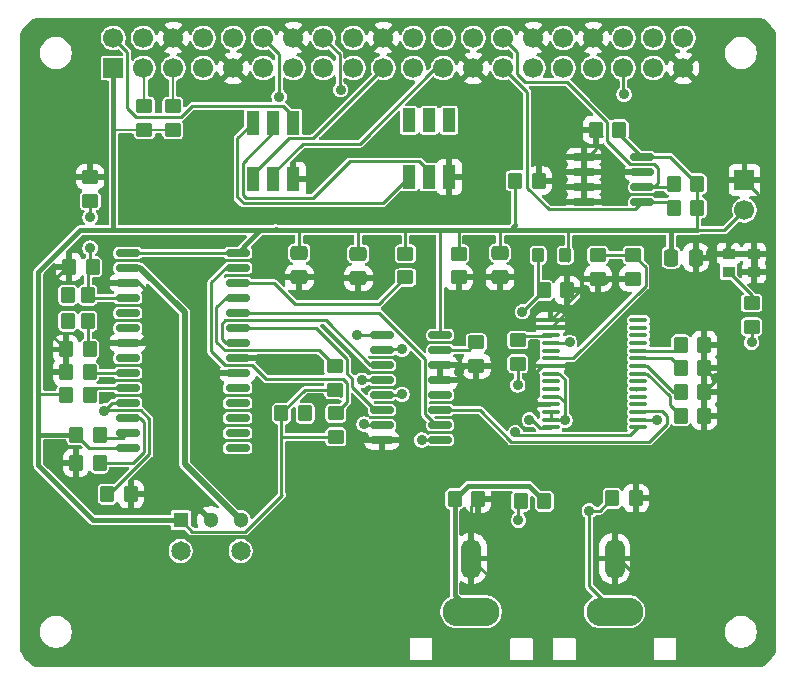
<source format=gbr>
G04 #@! TF.GenerationSoftware,KiCad,Pcbnew,9.0.6*
G04 #@! TF.CreationDate,2026-01-29T07:39:31-08:00*
G04 #@! TF.ProjectId,mutebox_hat_audio_in,6d757465-626f-4785-9f68-61745f617564,rev?*
G04 #@! TF.SameCoordinates,Original*
G04 #@! TF.FileFunction,Copper,L1,Top*
G04 #@! TF.FilePolarity,Positive*
%FSLAX46Y46*%
G04 Gerber Fmt 4.6, Leading zero omitted, Abs format (unit mm)*
G04 Created by KiCad (PCBNEW 9.0.6) date 2026-01-29 07:39:31*
%MOMM*%
%LPD*%
G01*
G04 APERTURE LIST*
G04 Aperture macros list*
%AMRoundRect*
0 Rectangle with rounded corners*
0 $1 Rounding radius*
0 $2 $3 $4 $5 $6 $7 $8 $9 X,Y pos of 4 corners*
0 Add a 4 corners polygon primitive as box body*
4,1,4,$2,$3,$4,$5,$6,$7,$8,$9,$2,$3,0*
0 Add four circle primitives for the rounded corners*
1,1,$1+$1,$2,$3*
1,1,$1+$1,$4,$5*
1,1,$1+$1,$6,$7*
1,1,$1+$1,$8,$9*
0 Add four rect primitives between the rounded corners*
20,1,$1+$1,$2,$3,$4,$5,0*
20,1,$1+$1,$4,$5,$6,$7,0*
20,1,$1+$1,$6,$7,$8,$9,0*
20,1,$1+$1,$8,$9,$2,$3,0*%
G04 Aperture macros list end*
G04 #@! TA.AperFunction,Conductor*
%ADD10C,0.200000*%
G04 #@! TD*
G04 #@! TA.AperFunction,SMDPad,CuDef*
%ADD11R,1.100000X2.000000*%
G04 #@! TD*
G04 #@! TA.AperFunction,SMDPad,CuDef*
%ADD12RoundRect,0.250000X0.350000X0.450000X-0.350000X0.450000X-0.350000X-0.450000X0.350000X-0.450000X0*%
G04 #@! TD*
G04 #@! TA.AperFunction,SMDPad,CuDef*
%ADD13RoundRect,0.250000X0.275000X0.350000X-0.275000X0.350000X-0.275000X-0.350000X0.275000X-0.350000X0*%
G04 #@! TD*
G04 #@! TA.AperFunction,SMDPad,CuDef*
%ADD14RoundRect,0.150000X-0.875000X-0.150000X0.875000X-0.150000X0.875000X0.150000X-0.875000X0.150000X0*%
G04 #@! TD*
G04 #@! TA.AperFunction,SMDPad,CuDef*
%ADD15RoundRect,0.250000X-0.350000X-0.450000X0.350000X-0.450000X0.350000X0.450000X-0.350000X0.450000X0*%
G04 #@! TD*
G04 #@! TA.AperFunction,SMDPad,CuDef*
%ADD16RoundRect,0.250000X-0.450000X0.350000X-0.450000X-0.350000X0.450000X-0.350000X0.450000X0.350000X0*%
G04 #@! TD*
G04 #@! TA.AperFunction,ComponentPad*
%ADD17O,4.800000X2.400000*%
G04 #@! TD*
G04 #@! TA.AperFunction,ComponentPad*
%ADD18O,1.700000X3.400000*%
G04 #@! TD*
G04 #@! TA.AperFunction,SMDPad,CuDef*
%ADD19RoundRect,0.250000X0.450000X-0.350000X0.450000X0.350000X-0.450000X0.350000X-0.450000X-0.350000X0*%
G04 #@! TD*
G04 #@! TA.AperFunction,SMDPad,CuDef*
%ADD20RoundRect,0.250000X-0.475000X0.337500X-0.475000X-0.337500X0.475000X-0.337500X0.475000X0.337500X0*%
G04 #@! TD*
G04 #@! TA.AperFunction,SMDPad,CuDef*
%ADD21R,1.000000X0.900000*%
G04 #@! TD*
G04 #@! TA.AperFunction,SMDPad,CuDef*
%ADD22RoundRect,0.150000X-0.825000X-0.150000X0.825000X-0.150000X0.825000X0.150000X-0.825000X0.150000X0*%
G04 #@! TD*
G04 #@! TA.AperFunction,ComponentPad*
%ADD23R,1.700000X1.700000*%
G04 #@! TD*
G04 #@! TA.AperFunction,ComponentPad*
%ADD24C,1.700000*%
G04 #@! TD*
G04 #@! TA.AperFunction,SMDPad,CuDef*
%ADD25RoundRect,0.250000X0.350000X-0.450000X0.350000X0.450000X-0.350000X0.450000X-0.350000X-0.450000X0*%
G04 #@! TD*
G04 #@! TA.AperFunction,SMDPad,CuDef*
%ADD26RoundRect,0.250000X-0.337500X-0.475000X0.337500X-0.475000X0.337500X0.475000X-0.337500X0.475000X0*%
G04 #@! TD*
G04 #@! TA.AperFunction,ComponentPad*
%ADD27R,1.300000X1.300000*%
G04 #@! TD*
G04 #@! TA.AperFunction,ComponentPad*
%ADD28C,1.300000*%
G04 #@! TD*
G04 #@! TA.AperFunction,ComponentPad*
%ADD29C,1.650000*%
G04 #@! TD*
G04 #@! TA.AperFunction,SMDPad,CuDef*
%ADD30RoundRect,0.100000X-0.637500X-0.100000X0.637500X-0.100000X0.637500X0.100000X-0.637500X0.100000X0*%
G04 #@! TD*
G04 #@! TA.AperFunction,ViaPad*
%ADD31C,0.900000*%
G04 #@! TD*
G04 #@! TA.AperFunction,Conductor*
%ADD32C,0.250000*%
G04 #@! TD*
G04 #@! TA.AperFunction,Conductor*
%ADD33C,0.600000*%
G04 #@! TD*
G04 #@! TA.AperFunction,Conductor*
%ADD34C,0.400000*%
G04 #@! TD*
G04 #@! TA.AperFunction,Conductor*
%ADD35C,0.500000*%
G04 #@! TD*
G04 APERTURE END LIST*
D10*
X113400000Y-54000000D02*
X111000000Y-54000000D01*
X113400000Y-52000000D02*
X113400000Y-48800000D01*
X108400000Y-54000000D02*
X111000000Y-54000000D01*
X111000000Y-48800000D02*
X111000000Y-52000000D01*
X111000000Y-54000000D02*
X108400000Y-54000000D01*
D11*
X133400000Y-53200000D03*
X135100000Y-53200000D03*
X136800000Y-53200000D03*
X136800000Y-58000000D03*
X135100000Y-58000000D03*
X133400000Y-58000000D03*
D12*
X157800000Y-60600000D03*
X155800000Y-60600000D03*
D13*
X146625000Y-64624624D03*
X144325000Y-64624624D03*
D14*
X109600000Y-64420000D03*
X109600000Y-65690000D03*
X109600000Y-66960000D03*
X109600000Y-68230000D03*
X109600000Y-69500000D03*
X109600000Y-70770000D03*
X109600000Y-72040000D03*
X109600000Y-73310000D03*
X109600000Y-74580000D03*
X109600000Y-75850000D03*
X109600000Y-77120000D03*
X109600000Y-78390000D03*
X109600000Y-79660000D03*
X109600000Y-80930000D03*
X118900000Y-80930000D03*
X118900000Y-79660000D03*
X118900000Y-78390000D03*
X118900000Y-77120000D03*
X118900000Y-75850000D03*
X118900000Y-74580000D03*
X118900000Y-73310000D03*
X118900000Y-72040000D03*
X118900000Y-70770000D03*
X118900000Y-69500000D03*
X118900000Y-68230000D03*
X118900000Y-66960000D03*
X118900000Y-65690000D03*
X118900000Y-64420000D03*
D15*
X144800000Y-67600000D03*
X146800000Y-67600000D03*
D16*
X152400000Y-64600000D03*
X152400000Y-66600000D03*
X133100000Y-64500000D03*
X133100000Y-66500000D03*
D17*
X150800000Y-94800000D03*
D18*
X150800000Y-90300000D03*
D15*
X156400000Y-74200000D03*
X158400000Y-74200000D03*
D17*
X138662000Y-94800000D03*
D18*
X138662000Y-90300000D03*
D15*
X104350000Y-74500000D03*
X106350000Y-74500000D03*
X142400000Y-58300000D03*
X144400000Y-58300000D03*
D19*
X127100000Y-76000000D03*
X127100000Y-74000000D03*
D20*
X141100000Y-64425000D03*
X141100000Y-66500000D03*
D16*
X106400000Y-58000000D03*
X106400000Y-60000000D03*
D15*
X137262000Y-85250000D03*
X139262000Y-85250000D03*
X156400000Y-78200000D03*
X158400000Y-78200000D03*
D16*
X139100000Y-72000000D03*
X139100000Y-74000000D03*
D15*
X142862000Y-85450000D03*
X144862000Y-85450000D03*
D16*
X127200000Y-78000000D03*
X127200000Y-80000000D03*
D21*
X162600000Y-64500000D03*
X160450000Y-64500000D03*
X160450000Y-66050000D03*
X162600000Y-66050000D03*
D22*
X148200000Y-56300000D03*
X148200000Y-57570000D03*
X148200000Y-58840000D03*
X148200000Y-60110000D03*
X153150000Y-60110000D03*
X153150000Y-58840000D03*
X153150000Y-57570000D03*
X153150000Y-56300000D03*
D23*
X161800000Y-58260000D03*
D24*
X161800000Y-60800000D03*
D12*
X106350000Y-72600000D03*
X104350000Y-72600000D03*
X106600000Y-65600000D03*
X104600000Y-65600000D03*
D19*
X111000000Y-54000000D03*
X111000000Y-52000000D03*
D15*
X105200000Y-82200000D03*
X107200000Y-82200000D03*
X156400000Y-76200000D03*
X158400000Y-76200000D03*
D16*
X149400000Y-64600000D03*
X149400000Y-66600000D03*
D11*
X120200000Y-58200000D03*
X121900000Y-58200000D03*
X123600000Y-58200000D03*
X123600000Y-53400000D03*
X121900000Y-53400000D03*
X120200000Y-53400000D03*
D15*
X150600000Y-85200000D03*
X152600000Y-85200000D03*
D25*
X106200000Y-70200000D03*
X106200000Y-68000000D03*
X104500000Y-68000000D03*
X104500000Y-70200000D03*
D12*
X151200000Y-54000000D03*
X149200000Y-54000000D03*
D15*
X105200000Y-79800000D03*
X107200000Y-79800000D03*
D12*
X106350000Y-76450000D03*
X104350000Y-76450000D03*
D15*
X156400000Y-72200000D03*
X158400000Y-72200000D03*
D12*
X157800000Y-58600000D03*
X155800000Y-58600000D03*
D26*
X155592500Y-64820000D03*
X157667500Y-64820000D03*
D19*
X113400000Y-54000000D03*
X113400000Y-52000000D03*
D20*
X129100000Y-64500000D03*
X129100000Y-66575000D03*
X124100000Y-64425000D03*
X124100000Y-66500000D03*
D27*
X114060000Y-87040000D03*
D28*
X116600000Y-87040000D03*
X119140000Y-87040000D03*
D29*
X114060000Y-89660000D03*
X119140000Y-89660000D03*
D12*
X109860000Y-84860000D03*
X107860000Y-84860000D03*
D22*
X131100000Y-71380000D03*
X131100000Y-72650000D03*
X131100000Y-73920000D03*
X131100000Y-75190000D03*
X131100000Y-76460000D03*
X131100000Y-77730000D03*
X131100000Y-79000000D03*
X131100000Y-80270000D03*
X136050000Y-80270000D03*
X136050000Y-79000000D03*
X136050000Y-77730000D03*
X136050000Y-76460000D03*
X136050000Y-75190000D03*
X136050000Y-73920000D03*
X136050000Y-72650000D03*
X136050000Y-71380000D03*
D30*
X145400000Y-70100000D03*
X145400000Y-70750000D03*
X145400000Y-71400000D03*
X145400000Y-72050000D03*
X145400000Y-72700000D03*
X145400000Y-73350000D03*
X145400000Y-74000000D03*
X145400000Y-74650000D03*
X145400000Y-75300000D03*
X145400000Y-75950000D03*
X145400000Y-76600000D03*
X145400000Y-77250000D03*
X145400000Y-77900000D03*
X145400000Y-78550000D03*
X145400000Y-79200000D03*
X152825000Y-79200000D03*
X152825000Y-78550000D03*
X152825000Y-77900000D03*
X152825000Y-77250000D03*
X152825000Y-76600000D03*
X152825000Y-75950000D03*
X152825000Y-75300000D03*
X152825000Y-74650000D03*
X152825000Y-74000000D03*
X152825000Y-73350000D03*
X152825000Y-72700000D03*
X152825000Y-72050000D03*
X152825000Y-71400000D03*
X152825000Y-70750000D03*
X152825000Y-70100000D03*
D16*
X162400000Y-68663785D03*
X162400000Y-70663785D03*
D15*
X122600000Y-78000000D03*
X124600000Y-78000000D03*
D16*
X137600000Y-64500000D03*
X137600000Y-66500000D03*
X142600000Y-71800000D03*
X142600000Y-73800000D03*
D23*
X108370000Y-48770000D03*
D24*
X108370000Y-46230000D03*
X110910000Y-48770000D03*
X110910000Y-46230000D03*
X113450000Y-48770000D03*
X113450000Y-46230000D03*
X115990000Y-48770000D03*
X115990000Y-46230000D03*
X118530000Y-48770000D03*
X118530000Y-46230000D03*
X121070000Y-48770000D03*
X121070000Y-46230000D03*
X123610000Y-48770000D03*
X123610000Y-46230000D03*
X126150000Y-48770000D03*
X126150000Y-46230000D03*
X128690000Y-48770000D03*
X128690000Y-46230000D03*
X131230000Y-48770000D03*
X131230000Y-46230000D03*
X133770000Y-48770000D03*
X133770000Y-46230000D03*
X136310000Y-48770000D03*
X136310000Y-46230000D03*
X138850000Y-48770000D03*
X138850000Y-46230000D03*
X141390000Y-48770000D03*
X141390000Y-46230000D03*
X143930000Y-48770000D03*
X143930000Y-46230000D03*
X146470000Y-48770000D03*
X146470000Y-46230000D03*
X149010000Y-48770000D03*
X149010000Y-46230000D03*
X151550000Y-48770000D03*
X151550000Y-46230000D03*
X154090000Y-48770000D03*
X154090000Y-46230000D03*
X156630000Y-48770000D03*
X156630000Y-46230000D03*
D31*
X139400000Y-57800000D03*
X125769897Y-58169897D03*
X159400000Y-75000000D03*
X129600000Y-80000000D03*
X124100000Y-68000000D03*
X132200000Y-88400000D03*
X129100000Y-68000000D03*
X144000000Y-77200000D03*
X159000000Y-64400000D03*
X113100000Y-69500000D03*
X137600000Y-68000000D03*
X113000000Y-84200000D03*
X103000000Y-69800000D03*
X148300000Y-67600000D03*
X157462000Y-96600000D03*
X117000000Y-74600000D03*
X145062000Y-96600000D03*
X146100000Y-58100000D03*
X121000000Y-73441000D03*
X137600000Y-74500000D03*
X132200000Y-98400000D03*
X143000000Y-69400000D03*
X146600000Y-78600000D03*
X142662000Y-87050000D03*
X147000000Y-72000000D03*
X151600000Y-51000000D03*
X129600000Y-78899997D03*
X107600000Y-77800000D03*
X127600000Y-50600000D03*
X129000000Y-71400000D03*
X122400000Y-51200000D03*
X129400000Y-75200000D03*
X106400000Y-64000000D03*
X106400000Y-61400000D03*
X143589338Y-78545357D03*
X162400000Y-72000000D03*
X134470000Y-80270000D03*
X154400707Y-78599293D03*
X132800000Y-72600000D03*
X132800000Y-76400000D03*
X142400000Y-79626000D03*
X142600000Y-75600000D03*
X148662000Y-86250000D03*
D32*
X136800000Y-58000000D02*
X137000000Y-57800000D01*
X137000000Y-57800000D02*
X139400000Y-57800000D01*
X125769897Y-58169897D02*
X123630103Y-58169897D01*
X123630103Y-58169897D02*
X123600000Y-58200000D01*
X121900000Y-58200000D02*
X121900000Y-57698000D01*
X124421000Y-55177000D02*
X129221000Y-55177000D01*
X121900000Y-57698000D02*
X124421000Y-55177000D01*
X129221000Y-55177000D02*
X135628000Y-48770000D01*
X135628000Y-48770000D02*
X136310000Y-48770000D01*
X120200000Y-58200000D02*
X120200000Y-57750000D01*
X120200000Y-57750000D02*
X123224000Y-54726000D01*
X123224000Y-54726000D02*
X125274000Y-54726000D01*
X125274000Y-54726000D02*
X131230000Y-48770000D01*
X123600000Y-52854570D02*
X122721430Y-51976000D01*
X115045514Y-51976000D02*
X114095514Y-52926000D01*
X122721430Y-51976000D02*
X115045514Y-51976000D01*
X114095514Y-52926000D02*
X110304486Y-52926000D01*
X110304486Y-52926000D02*
X109546000Y-52167514D01*
X109546000Y-52167514D02*
X109546000Y-47406000D01*
X109546000Y-47406000D02*
X108370000Y-46230000D01*
X136800000Y-57550000D02*
X136800000Y-58000000D01*
X136875000Y-53125000D02*
X136800000Y-53200000D01*
X125258810Y-59777000D02*
X128361810Y-56674000D01*
X134276000Y-56674000D02*
X135100000Y-57498000D01*
X135100000Y-57498000D02*
X135100000Y-58000000D01*
X128361810Y-56674000D02*
X134276000Y-56674000D01*
X120200000Y-53400000D02*
X118873000Y-54727000D01*
X118873000Y-54727000D02*
X118873000Y-59712810D01*
X118873000Y-59712810D02*
X119388190Y-60228000D01*
X119388190Y-60228000D02*
X131172000Y-60228000D01*
X131172000Y-60228000D02*
X133400000Y-58000000D01*
X119575000Y-59777000D02*
X119324000Y-59526000D01*
X125258810Y-59777000D02*
X119575000Y-59777000D01*
X119324000Y-59526000D02*
X119324000Y-56800000D01*
X119324000Y-56800000D02*
X121900000Y-54224000D01*
X121900000Y-54224000D02*
X121900000Y-53400000D01*
X136800000Y-58000000D02*
X136800000Y-58450000D01*
X159400000Y-75000000D02*
X159400000Y-75200000D01*
X148200000Y-58840000D02*
X148200000Y-57570000D01*
X159400000Y-75200000D02*
X158400000Y-76200000D01*
X159200000Y-75000000D02*
X158400000Y-74200000D01*
X138662000Y-85850000D02*
X139262000Y-85250000D01*
X159100000Y-64500000D02*
X159000000Y-64400000D01*
X145900000Y-58300000D02*
X146100000Y-58100000D01*
X151162000Y-90300000D02*
X157462000Y-96600000D01*
X148200000Y-56600000D02*
X148200000Y-57570000D01*
X113760000Y-84200000D02*
X113000000Y-84200000D01*
X149200000Y-54000000D02*
X149700000Y-54500000D01*
X110560000Y-66960000D02*
X113100000Y-69500000D01*
X144650001Y-74025000D02*
X145387500Y-74025000D01*
X159400000Y-75000000D02*
X159200000Y-75000000D01*
X148200000Y-57570000D02*
X146630000Y-57570000D01*
X110560000Y-72040000D02*
X109600000Y-72040000D01*
X144077824Y-74597177D02*
X144650001Y-74025000D01*
X162976000Y-61287116D02*
X159863116Y-64400000D01*
X149200000Y-54000000D02*
X149200000Y-55600000D01*
X150400000Y-66600000D02*
X152400000Y-66600000D01*
X148300000Y-67850000D02*
X148300000Y-67600000D01*
X145400000Y-70750000D02*
X148300000Y-67850000D01*
X145400000Y-70100000D02*
X147900000Y-67600000D01*
X148200000Y-56300000D02*
X148200000Y-56600000D01*
X161800000Y-58260000D02*
X162976000Y-59436000D01*
X109600000Y-66960000D02*
X110560000Y-66960000D01*
X150800000Y-90300000D02*
X151162000Y-90300000D01*
X150000000Y-67000000D02*
X150400000Y-66600000D01*
X153150000Y-57570000D02*
X148200000Y-57570000D01*
X104800000Y-73050000D02*
X104350000Y-72600000D01*
X147900000Y-67600000D02*
X148300000Y-67600000D01*
X113000000Y-84200000D02*
X112340000Y-84860000D01*
X144962000Y-96600000D02*
X145062000Y-96600000D01*
X116600000Y-87040000D02*
X113760000Y-84200000D01*
X144400000Y-58300000D02*
X145900000Y-58300000D01*
X124100000Y-68000000D02*
X124100000Y-66500000D01*
X158580000Y-64820000D02*
X159000000Y-64400000D01*
X144077824Y-74597177D02*
X144077824Y-77122176D01*
X104450000Y-65600000D02*
X103000000Y-67050000D01*
X109600000Y-67000000D02*
X109600000Y-66960000D01*
X118900000Y-74580000D02*
X117020000Y-74580000D01*
X109127678Y-67000000D02*
X109600000Y-67000000D01*
X158400000Y-74200000D02*
X158400000Y-72200000D01*
X113100000Y-69500000D02*
X110560000Y-72040000D01*
X162976000Y-59436000D02*
X162976000Y-61287116D01*
D33*
X162600000Y-66050000D02*
X162600000Y-64500000D01*
D32*
X103000000Y-71250000D02*
X103000000Y-69800000D01*
X139100000Y-74000000D02*
X138100000Y-74000000D01*
X146630000Y-57570000D02*
X146100000Y-58100000D01*
X144077824Y-77122176D02*
X144000000Y-77200000D01*
X117020000Y-74580000D02*
X117000000Y-74600000D01*
X118900000Y-73310000D02*
X120869000Y-73310000D01*
X149000000Y-67000000D02*
X150000000Y-67000000D01*
X138662000Y-90750000D02*
X138662000Y-85850000D01*
X129100000Y-68000000D02*
X129100000Y-66575000D01*
X103000000Y-67050000D02*
X103000000Y-69800000D01*
X144050000Y-77250000D02*
X144000000Y-77200000D01*
X149200000Y-55600000D02*
X148200000Y-56600000D01*
X158400000Y-76200000D02*
X158400000Y-78200000D01*
X104350000Y-74500000D02*
X104350000Y-72600000D01*
X146800000Y-67600000D02*
X148300000Y-67600000D01*
X112340000Y-84860000D02*
X109860000Y-84860000D01*
X104350000Y-72600000D02*
X103000000Y-71250000D01*
X160450000Y-64500000D02*
X162600000Y-64500000D01*
X120869000Y-73310000D02*
X121000000Y-73441000D01*
X129870000Y-80270000D02*
X129600000Y-80000000D01*
X159863116Y-64400000D02*
X159000000Y-64400000D01*
X137600000Y-68000000D02*
X137600000Y-66500000D01*
X138662000Y-90300000D02*
X144962000Y-96600000D01*
X145400000Y-77250000D02*
X144050000Y-77250000D01*
X160450000Y-64500000D02*
X159100000Y-64500000D01*
X157667500Y-64820000D02*
X158580000Y-64820000D01*
X148200000Y-58840000D02*
X148200000Y-60110000D01*
X138100000Y-74000000D02*
X137600000Y-74500000D01*
X113450000Y-48770000D02*
X113507810Y-48770000D01*
X106350000Y-76450000D02*
X106950000Y-75850000D01*
X106950000Y-75850000D02*
X109600000Y-75850000D01*
X144325000Y-64624624D02*
X144325000Y-67125000D01*
X145400000Y-76600000D02*
X146137499Y-76600000D01*
X146137499Y-74650000D02*
X145400000Y-74650000D01*
X146137499Y-76600000D02*
X146600000Y-77062501D01*
X146575000Y-78575000D02*
X146600000Y-78600000D01*
X146600000Y-77062501D02*
X146600000Y-75112501D01*
X144800000Y-67600000D02*
X143000000Y-69400000D01*
X146600000Y-77062501D02*
X146600000Y-78600000D01*
X146600000Y-75112501D02*
X146137499Y-74650000D01*
X145387500Y-77925000D02*
X145387500Y-78575000D01*
X145387500Y-78575000D02*
X146575000Y-78575000D01*
X141390000Y-48770000D02*
X143400000Y-50780000D01*
X143400000Y-50780000D02*
X143400000Y-58921514D01*
X145214486Y-60736000D02*
X152524000Y-60736000D01*
X152524000Y-60736000D02*
X153150000Y-60110000D01*
X153150000Y-60110000D02*
X155310000Y-60110000D01*
X155310000Y-60110000D02*
X155800000Y-60600000D01*
X143400000Y-58921514D02*
X145214486Y-60736000D01*
X142975000Y-71425000D02*
X145387500Y-71425000D01*
X145387500Y-71425000D02*
X145025000Y-71425000D01*
X145025000Y-71425000D02*
X145000000Y-71400000D01*
X142600000Y-71800000D02*
X142975000Y-71425000D01*
X106200000Y-72450000D02*
X106350000Y-72600000D01*
X106200000Y-70200000D02*
X106200000Y-72450000D01*
X151200000Y-54350000D02*
X153150000Y-56300000D01*
D34*
X141100000Y-62500000D02*
X142000000Y-62500000D01*
X108370000Y-62470000D02*
X108400000Y-62500000D01*
D32*
X157800000Y-60600000D02*
X157800000Y-62500000D01*
X155500000Y-56300000D02*
X153150000Y-56300000D01*
D34*
X136050000Y-62550000D02*
X136000000Y-62500000D01*
X117600000Y-62500000D02*
X109000000Y-62500000D01*
X102000000Y-76400000D02*
X102000000Y-79800000D01*
X142400000Y-62100000D02*
X142000000Y-62500000D01*
D32*
X151200000Y-54000000D02*
X151200000Y-54350000D01*
D34*
X124100000Y-62500000D02*
X124800000Y-62500000D01*
X145600000Y-62500000D02*
X147000000Y-62500000D01*
X102000000Y-79800000D02*
X102000000Y-82400000D01*
D32*
X129100000Y-64500000D02*
X129100000Y-62500000D01*
X142400000Y-58300000D02*
X142400000Y-62100000D01*
X122600000Y-78000000D02*
X124600000Y-76000000D01*
D34*
X125700000Y-62500000D02*
X129100000Y-62500000D01*
X122500000Y-62500000D02*
X123400000Y-62500000D01*
X123400000Y-62500000D02*
X117600000Y-62500000D01*
D32*
X124100000Y-64425000D02*
X124100000Y-62500000D01*
D34*
X137100000Y-62500000D02*
X137600000Y-62500000D01*
X138000000Y-62500000D02*
X140200000Y-62500000D01*
D32*
X109600000Y-80930000D02*
X106330000Y-80930000D01*
X109600000Y-64420000D02*
X118900000Y-64420000D01*
X102000000Y-76400000D02*
X104300000Y-76400000D01*
D34*
X155592500Y-62507500D02*
X155600000Y-62500000D01*
X122000000Y-62500000D02*
X122500000Y-62500000D01*
X140600000Y-62500000D02*
X141100000Y-62500000D01*
X155600000Y-62500000D02*
X157800000Y-62500000D01*
D32*
X136050000Y-71380000D02*
X136050000Y-62550000D01*
D34*
X106640000Y-87040000D02*
X114060000Y-87040000D01*
X122100000Y-62400000D02*
X122000000Y-62500000D01*
X105539576Y-62500000D02*
X102000000Y-66039576D01*
X133100000Y-62500000D02*
X136000000Y-62500000D01*
X137600000Y-62500000D02*
X138000000Y-62500000D01*
D32*
X127100000Y-76000000D02*
X124600000Y-76000000D01*
D34*
X102000000Y-66039576D02*
X102000000Y-76400000D01*
X146900000Y-62600000D02*
X147000000Y-62500000D01*
X147000000Y-62500000D02*
X151100000Y-62500000D01*
D32*
X157800000Y-60600000D02*
X157800000Y-58600000D01*
D34*
X136000000Y-62500000D02*
X137100000Y-62500000D01*
D32*
X146900000Y-65100000D02*
X146900000Y-62600000D01*
D34*
X123400000Y-62500000D02*
X124100000Y-62500000D01*
D32*
X122600000Y-84840273D02*
X122600000Y-78000000D01*
D34*
X105200000Y-79800000D02*
X102000000Y-79800000D01*
D32*
X141100000Y-64425000D02*
X141100000Y-62500000D01*
D34*
X118900000Y-64420000D02*
X119960000Y-63360000D01*
D32*
X119544273Y-88016000D02*
X115036000Y-88016000D01*
D34*
X120820000Y-62500000D02*
X122000000Y-62500000D01*
X142000000Y-62500000D02*
X142500000Y-62500000D01*
D32*
X122660000Y-84900273D02*
X122600000Y-84840273D01*
X115036000Y-88016000D02*
X114060000Y-87040000D01*
D34*
X155592500Y-64820000D02*
X155592500Y-62507500D01*
X102000000Y-82400000D02*
X106640000Y-87040000D01*
D32*
X142400000Y-58300000D02*
X141900000Y-58800000D01*
D34*
X108370000Y-48770000D02*
X108370000Y-62470000D01*
D32*
X122600000Y-78000000D02*
X122600000Y-80000000D01*
X137600000Y-64500000D02*
X137600000Y-62500000D01*
X157800000Y-58600000D02*
X155500000Y-56300000D01*
D34*
X119960000Y-63360000D02*
X120820000Y-62500000D01*
X109000000Y-62500000D02*
X108400000Y-62500000D01*
D32*
X160100000Y-62500000D02*
X157800000Y-62500000D01*
D34*
X129100000Y-62500000D02*
X133100000Y-62500000D01*
D32*
X127200000Y-80000000D02*
X122600000Y-80000000D01*
X133100000Y-64500000D02*
X133100000Y-62500000D01*
D34*
X108400000Y-62500000D02*
X105539576Y-62500000D01*
D32*
X106330000Y-80930000D02*
X105200000Y-79800000D01*
X127100000Y-76000000D02*
X127626000Y-76526000D01*
D34*
X142500000Y-62500000D02*
X145600000Y-62500000D01*
X124800000Y-62500000D02*
X125700000Y-62500000D01*
X151100000Y-62500000D02*
X155600000Y-62500000D01*
D32*
X161800000Y-60800000D02*
X160100000Y-62500000D01*
D34*
X140200000Y-62500000D02*
X140600000Y-62500000D01*
D32*
X122660000Y-84900273D02*
X119544273Y-88016000D01*
X146925000Y-72075000D02*
X147000000Y-72000000D01*
X142662000Y-87050000D02*
X142662000Y-85650000D01*
X142662000Y-85650000D02*
X142862000Y-85450000D01*
X142862000Y-87050000D02*
X142662000Y-87050000D01*
X145387500Y-72075000D02*
X146925000Y-72075000D01*
X151550000Y-50950000D02*
X151600000Y-51000000D01*
X129700003Y-79000000D02*
X129600000Y-78899997D01*
X151550000Y-48770000D02*
X151550000Y-50950000D01*
X131100000Y-79000000D02*
X129700003Y-79000000D01*
X118900000Y-68230000D02*
X117875001Y-68230000D01*
X125766000Y-72666000D02*
X127100000Y-74000000D01*
X117098000Y-71940322D02*
X117823678Y-72666000D01*
X117875001Y-68230000D02*
X117098000Y-69007001D01*
X117098000Y-69007001D02*
X117098000Y-71940322D01*
X117823678Y-72666000D02*
X125766000Y-72666000D01*
X127514000Y-50514000D02*
X127514000Y-47594000D01*
X111402000Y-78489678D02*
X110676322Y-77764000D01*
X110676322Y-77764000D02*
X107636000Y-77764000D01*
X107860000Y-84860000D02*
X108010132Y-84860000D01*
X108280000Y-77120000D02*
X107600000Y-77800000D01*
X109680000Y-77120000D02*
X109800000Y-77000000D01*
X111402000Y-81468132D02*
X111402000Y-78489678D01*
X131080000Y-71400000D02*
X131100000Y-71380000D01*
X127514000Y-47594000D02*
X126150000Y-46230000D01*
X129000000Y-71400000D02*
X131080000Y-71400000D01*
X107636000Y-77764000D02*
X107600000Y-77800000D01*
X109600000Y-77120000D02*
X108280000Y-77120000D01*
X108010132Y-84860000D02*
X111402000Y-81468132D01*
X109600000Y-77120000D02*
X109680000Y-77120000D01*
X127600000Y-50600000D02*
X127514000Y-50514000D01*
X129410000Y-75190000D02*
X129400000Y-75200000D01*
X122400000Y-51200000D02*
X122400000Y-47560000D01*
X131100000Y-75190000D02*
X129410000Y-75190000D01*
X122400000Y-47560000D02*
X121070000Y-46230000D01*
D35*
X114400000Y-69465001D02*
X114400000Y-82300000D01*
X109600000Y-65690000D02*
X110624999Y-65690000D01*
X110624999Y-65690000D02*
X114400000Y-69465001D01*
D34*
X119140000Y-87040000D02*
X119036504Y-87040000D01*
D35*
X119140000Y-87040000D02*
X114400000Y-82300000D01*
D32*
X121962570Y-66960000D02*
X123778570Y-68776000D01*
X123778570Y-68776000D02*
X130824000Y-68776000D01*
X130824000Y-68776000D02*
X133100000Y-66500000D01*
X118900000Y-66960000D02*
X121962570Y-66960000D01*
X109600000Y-68230000D02*
X106430000Y-68230000D01*
X106400000Y-60000000D02*
X106400000Y-61400000D01*
X106200000Y-68000000D02*
X106200000Y-65850000D01*
X106630000Y-68330000D02*
X106200000Y-67900000D01*
X106400000Y-64000000D02*
X106400000Y-65400000D01*
X106200000Y-65850000D02*
X106450000Y-65600000D01*
X106400000Y-65400000D02*
X106600000Y-65600000D01*
X106430000Y-68230000D02*
X106200000Y-68000000D01*
X144497430Y-79225000D02*
X143817787Y-78545357D01*
X143817787Y-78545357D02*
X143589338Y-78545357D01*
X162400000Y-72000000D02*
X162400000Y-70663785D01*
X145387500Y-79225000D02*
X144497430Y-79225000D01*
X155550000Y-73350000D02*
X156400000Y-74200000D01*
X152825000Y-73350000D02*
X155550000Y-73350000D01*
X152825000Y-72700000D02*
X155900000Y-72700000D01*
X155900000Y-72700000D02*
X156400000Y-72200000D01*
X152825000Y-74000000D02*
X153562499Y-74000000D01*
X155762499Y-76200000D02*
X156400000Y-76200000D01*
X153562499Y-74000000D02*
X155762499Y-76200000D01*
X153562499Y-74650000D02*
X155474000Y-76561501D01*
X155474000Y-76561501D02*
X155474000Y-77274000D01*
X152825000Y-74650000D02*
X153562499Y-74650000D01*
X155474000Y-77274000D02*
X156400000Y-78200000D01*
X139100000Y-72000000D02*
X138450000Y-72650000D01*
X138450000Y-72650000D02*
X136050000Y-72650000D01*
X142071000Y-80401000D02*
X153696430Y-80401000D01*
X155200000Y-78200000D02*
X154800000Y-77800000D01*
X152925000Y-77800000D02*
X152825000Y-77900000D01*
X154800000Y-77800000D02*
X152925000Y-77800000D01*
X135667678Y-77730000D02*
X136050000Y-77730000D01*
X155200000Y-78897430D02*
X155200000Y-78200000D01*
X136501000Y-77730000D02*
X139400000Y-77730000D01*
X153696430Y-80401000D02*
X155200000Y-78897430D01*
X139400000Y-77730000D02*
X142071000Y-80401000D01*
X152625000Y-75975000D02*
X152600000Y-76000000D01*
X106530000Y-74680000D02*
X106350000Y-74500000D01*
X109600000Y-74580000D02*
X106980000Y-74580000D01*
X152123678Y-56926000D02*
X150151000Y-54953322D01*
X154158322Y-56926000D02*
X152123678Y-56926000D01*
X150151000Y-53329486D02*
X146767514Y-49946000D01*
X150151000Y-54953322D02*
X150151000Y-53329486D01*
X153150000Y-58840000D02*
X154124999Y-58840000D01*
X146767514Y-49946000D02*
X143254884Y-49946000D01*
X154451000Y-58513999D02*
X154451000Y-57218678D01*
X142566000Y-47406000D02*
X141390000Y-46230000D01*
X142566000Y-49257116D02*
X142566000Y-47406000D01*
X155560000Y-58840000D02*
X155800000Y-58600000D01*
X153150000Y-58840000D02*
X155560000Y-58840000D01*
X154124999Y-58840000D02*
X154451000Y-58513999D01*
X154451000Y-57218678D02*
X154158322Y-56926000D01*
X143254884Y-49946000D02*
X142566000Y-49257116D01*
X136050000Y-80270000D02*
X134470000Y-80270000D01*
X120136000Y-73936000D02*
X121274000Y-75074000D01*
X128126000Y-75404486D02*
X128126000Y-77074000D01*
X117823678Y-73936000D02*
X120136000Y-73936000D01*
X128126000Y-77074000D02*
X127200000Y-78000000D01*
X117875001Y-65690000D02*
X116647000Y-66918001D01*
X116647000Y-72759322D02*
X117823678Y-73936000D01*
X127795514Y-75074000D02*
X128126000Y-75404486D01*
X116647000Y-66918001D02*
X116647000Y-72759322D01*
X121274000Y-75074000D02*
X127795514Y-75074000D01*
X118900000Y-65690000D02*
X117875001Y-65690000D01*
X117823678Y-70144000D02*
X126349001Y-70144000D01*
X118900000Y-72040000D02*
X117875001Y-72040000D01*
X117549000Y-71713999D02*
X117549000Y-70418678D01*
X130125001Y-73920000D02*
X131100000Y-73920000D01*
X126349001Y-70144000D02*
X130125001Y-73920000D01*
X117549000Y-70418678D02*
X117823678Y-70144000D01*
X117875001Y-72040000D02*
X117549000Y-71713999D01*
X131532322Y-72600000D02*
X131482322Y-72650000D01*
X154400707Y-78599293D02*
X154307323Y-78599293D01*
X131482322Y-72650000D02*
X131100000Y-72650000D01*
X154307323Y-78599293D02*
X154306616Y-78600000D01*
X152875000Y-78600000D02*
X152825000Y-78550000D01*
X154306616Y-78600000D02*
X152875000Y-78600000D01*
X132800000Y-72600000D02*
X131532322Y-72600000D01*
X135667678Y-79000000D02*
X134749000Y-78081322D01*
X136050000Y-79000000D02*
X136650000Y-79000000D01*
X134749000Y-73376678D02*
X130872322Y-69500000D01*
X136050000Y-79000000D02*
X135667678Y-79000000D01*
X134749000Y-78081322D02*
X134749000Y-73376678D01*
X130872322Y-69500000D02*
X118900000Y-69500000D01*
X142649000Y-79875000D02*
X152150000Y-79875000D01*
X152150000Y-79875000D02*
X152825000Y-79200000D01*
X132740000Y-76460000D02*
X131551000Y-76460000D01*
X142400000Y-79626000D02*
X142649000Y-79875000D01*
X128126000Y-74595514D02*
X128126000Y-73404486D01*
X128600000Y-75069514D02*
X128126000Y-74595514D01*
X125491514Y-70770000D02*
X118900000Y-70770000D01*
X131100000Y-77730000D02*
X130530000Y-77730000D01*
X130530000Y-77730000D02*
X128600000Y-75800000D01*
X128126000Y-73404486D02*
X125491514Y-70770000D01*
X128600000Y-75800000D02*
X128600000Y-75069514D01*
X110032322Y-82200000D02*
X110951000Y-81281322D01*
X110590000Y-78390000D02*
X109600000Y-78390000D01*
X110951000Y-78751000D02*
X110590000Y-78390000D01*
X110951000Y-81281322D02*
X110951000Y-78751000D01*
X107200000Y-82200000D02*
X110032322Y-82200000D01*
X107511000Y-80111000D02*
X109149000Y-80111000D01*
X109149000Y-80111000D02*
X109281095Y-79978905D01*
X107200000Y-79800000D02*
X107511000Y-80111000D01*
X162400000Y-68663785D02*
X162400000Y-68000000D01*
X162400000Y-68000000D02*
X160450000Y-66050000D01*
X147271514Y-73350000D02*
X153426000Y-67195514D01*
X152400000Y-64600000D02*
X149400000Y-64600000D01*
X153426000Y-67195514D02*
X153426000Y-65626000D01*
X153426000Y-65626000D02*
X152400000Y-64600000D01*
X145400000Y-73350000D02*
X147271514Y-73350000D01*
D34*
X138363000Y-84149000D02*
X143561000Y-84149000D01*
X137262000Y-93400000D02*
X138662000Y-94800000D01*
X143561000Y-84149000D02*
X144862000Y-85450000D01*
X137262000Y-85250000D02*
X137262000Y-93400000D01*
X137262000Y-85250000D02*
X138363000Y-84149000D01*
D32*
X142600000Y-73800000D02*
X142600000Y-75600000D01*
X148662000Y-86250000D02*
X148662000Y-92662000D01*
X150600000Y-85200000D02*
X149550000Y-86250000D01*
X149550000Y-86250000D02*
X148662000Y-86250000D01*
X148662000Y-92662000D02*
X150800000Y-94800000D01*
G04 #@! TA.AperFunction,Conductor*
G36*
X125646850Y-73011185D02*
G01*
X125667492Y-73027819D01*
X126163181Y-73523508D01*
X126196666Y-73584831D01*
X126199500Y-73611189D01*
X126199500Y-74404269D01*
X126202353Y-74434699D01*
X126202353Y-74434701D01*
X126233265Y-74523039D01*
X126247207Y-74562882D01*
X126247210Y-74562887D01*
X126249153Y-74566563D01*
X126250064Y-74571048D01*
X126250276Y-74571652D01*
X126250193Y-74571680D01*
X126263072Y-74635032D01*
X126237764Y-74700158D01*
X126181265Y-74741262D01*
X126139520Y-74748500D01*
X121460189Y-74748500D01*
X121393150Y-74728815D01*
X121372508Y-74712181D01*
X120429091Y-73768764D01*
X120395606Y-73707441D01*
X120397696Y-73646487D01*
X120422099Y-73562491D01*
X120422100Y-73562488D01*
X120422295Y-73560001D01*
X120422295Y-73560000D01*
X119150000Y-73560000D01*
X119135819Y-73574181D01*
X119074496Y-73607666D01*
X119048138Y-73610500D01*
X118774000Y-73610500D01*
X118765314Y-73607949D01*
X118756353Y-73609238D01*
X118732312Y-73598259D01*
X118706961Y-73590815D01*
X118701033Y-73583974D01*
X118692797Y-73580213D01*
X118678507Y-73557978D01*
X118661206Y-73538011D01*
X118658918Y-73527496D01*
X118655023Y-73521435D01*
X118650000Y-73486500D01*
X118650000Y-73434000D01*
X118669685Y-73366961D01*
X118722489Y-73321206D01*
X118774000Y-73310000D01*
X118900000Y-73310000D01*
X118900000Y-73184000D01*
X118919685Y-73116961D01*
X118972489Y-73071206D01*
X119024000Y-73060000D01*
X120422296Y-73060000D01*
X120448799Y-73031329D01*
X120508760Y-72995462D01*
X120539855Y-72991500D01*
X125579811Y-72991500D01*
X125646850Y-73011185D01*
G37*
G04 #@! TD.AperFunction*
G04 #@! TA.AperFunction,Conductor*
G36*
X139965270Y-49531717D02*
G01*
X139965270Y-49531716D01*
X140004622Y-49477554D01*
X140101095Y-49288217D01*
X140158343Y-49112026D01*
X140197780Y-49054351D01*
X140262139Y-49027152D01*
X140330985Y-49039066D01*
X140382461Y-49086310D01*
X140390835Y-49102891D01*
X140445939Y-49235925D01*
X140459059Y-49267598D01*
X140472836Y-49288217D01*
X140574024Y-49439657D01*
X140720342Y-49585975D01*
X140720345Y-49585977D01*
X140892402Y-49700941D01*
X141083580Y-49780130D01*
X141279532Y-49819107D01*
X141286530Y-49820499D01*
X141286534Y-49820500D01*
X141286535Y-49820500D01*
X141493466Y-49820500D01*
X141493467Y-49820499D01*
X141696420Y-49780130D01*
X141791970Y-49740550D01*
X141861439Y-49733082D01*
X141923918Y-49764357D01*
X141927104Y-49767431D01*
X143038181Y-50878508D01*
X143071666Y-50939831D01*
X143074500Y-50966189D01*
X143074500Y-57311502D01*
X143054815Y-57378541D01*
X143002011Y-57424296D01*
X142932853Y-57434240D01*
X142909545Y-57428543D01*
X142834701Y-57402354D01*
X142834699Y-57402353D01*
X142804270Y-57399500D01*
X142804266Y-57399500D01*
X141995734Y-57399500D01*
X141995730Y-57399500D01*
X141965300Y-57402353D01*
X141965298Y-57402353D01*
X141837119Y-57447206D01*
X141837117Y-57447207D01*
X141727850Y-57527850D01*
X141647207Y-57637117D01*
X141647206Y-57637119D01*
X141602353Y-57765298D01*
X141602353Y-57765300D01*
X141599500Y-57795730D01*
X141599500Y-58647521D01*
X141595275Y-58679610D01*
X141582866Y-58725925D01*
X141574500Y-58757147D01*
X141574500Y-58842852D01*
X141596682Y-58925640D01*
X141606310Y-58942315D01*
X141639535Y-58999862D01*
X141700138Y-59060465D01*
X141748681Y-59088491D01*
X141760299Y-59096098D01*
X141837118Y-59152793D01*
X141869163Y-59164006D01*
X141965298Y-59197646D01*
X141972670Y-59199256D01*
X141972206Y-59201379D01*
X142026982Y-59223198D01*
X142067609Y-59280041D01*
X142074500Y-59320802D01*
X142074500Y-61807745D01*
X142065855Y-61837185D01*
X142059332Y-61867172D01*
X142055577Y-61872187D01*
X142054815Y-61874784D01*
X142038181Y-61895426D01*
X141870426Y-62063181D01*
X141809103Y-62096666D01*
X141782745Y-62099500D01*
X122413744Y-62099500D01*
X122351744Y-62082887D01*
X122254589Y-62026795D01*
X122254588Y-62026794D01*
X122220633Y-62017696D01*
X122152727Y-61999500D01*
X122047273Y-61999500D01*
X121986156Y-62015876D01*
X121945410Y-62026794D01*
X121945409Y-62026795D01*
X121848255Y-62082887D01*
X121786255Y-62099500D01*
X120872731Y-62099500D01*
X120872727Y-62099499D01*
X120767273Y-62099499D01*
X120767269Y-62099500D01*
X108894500Y-62099500D01*
X108827461Y-62079815D01*
X108781706Y-62027011D01*
X108770500Y-61975500D01*
X108770500Y-54424500D01*
X108790185Y-54357461D01*
X108842989Y-54311706D01*
X108894500Y-54300500D01*
X109976853Y-54300500D01*
X110043892Y-54320185D01*
X110089647Y-54372989D01*
X110100311Y-54412921D01*
X110102353Y-54434699D01*
X110102353Y-54434701D01*
X110147206Y-54562880D01*
X110147207Y-54562882D01*
X110227850Y-54672150D01*
X110337118Y-54752793D01*
X110379845Y-54767744D01*
X110465299Y-54797646D01*
X110495730Y-54800500D01*
X110495734Y-54800500D01*
X111504270Y-54800500D01*
X111534699Y-54797646D01*
X111534701Y-54797646D01*
X111598790Y-54775219D01*
X111662882Y-54752793D01*
X111772150Y-54672150D01*
X111852793Y-54562882D01*
X111882414Y-54478231D01*
X111897646Y-54434701D01*
X111897646Y-54434699D01*
X111899689Y-54412921D01*
X111925547Y-54348013D01*
X111982393Y-54307388D01*
X112023147Y-54300500D01*
X112376853Y-54300500D01*
X112443892Y-54320185D01*
X112489647Y-54372989D01*
X112500311Y-54412921D01*
X112502353Y-54434699D01*
X112502353Y-54434701D01*
X112547206Y-54562880D01*
X112547207Y-54562882D01*
X112627850Y-54672150D01*
X112737118Y-54752793D01*
X112779845Y-54767744D01*
X112865299Y-54797646D01*
X112895730Y-54800500D01*
X112895734Y-54800500D01*
X113904270Y-54800500D01*
X113934699Y-54797646D01*
X113934701Y-54797646D01*
X113998790Y-54775219D01*
X114062882Y-54752793D01*
X114172150Y-54672150D01*
X114252793Y-54562882D01*
X114282414Y-54478231D01*
X114297646Y-54434701D01*
X114297646Y-54434699D01*
X114300500Y-54404269D01*
X114300500Y-53595730D01*
X114297646Y-53565300D01*
X114297646Y-53565298D01*
X114252793Y-53437119D01*
X114252792Y-53437117D01*
X114250076Y-53433437D01*
X114218194Y-53390238D01*
X114194224Y-53324611D01*
X114209539Y-53256441D01*
X114255965Y-53209219D01*
X114295376Y-53186465D01*
X115144022Y-52337819D01*
X115205345Y-52304334D01*
X115231703Y-52301500D01*
X119325500Y-52301500D01*
X119392539Y-52321185D01*
X119438294Y-52373989D01*
X119449500Y-52425500D01*
X119449500Y-53638811D01*
X119429815Y-53705850D01*
X119413181Y-53726492D01*
X118612537Y-54527135D01*
X118612535Y-54527138D01*
X118569683Y-54601358D01*
X118569682Y-54601360D01*
X118569682Y-54601361D01*
X118553198Y-54662882D01*
X118553197Y-54662881D01*
X118547500Y-54684142D01*
X118547500Y-59755662D01*
X118569682Y-59838450D01*
X118585693Y-59866181D01*
X118612535Y-59912672D01*
X119127723Y-60427859D01*
X119127725Y-60427862D01*
X119188328Y-60488465D01*
X119225440Y-60509891D01*
X119234560Y-60515157D01*
X119234563Y-60515159D01*
X119262548Y-60531317D01*
X119262550Y-60531317D01*
X119262551Y-60531318D01*
X119345337Y-60553501D01*
X119345339Y-60553501D01*
X119438639Y-60553501D01*
X119438655Y-60553500D01*
X131214851Y-60553500D01*
X131214853Y-60553500D01*
X131297639Y-60531318D01*
X131371862Y-60488465D01*
X132642254Y-59218071D01*
X132703575Y-59184588D01*
X132759373Y-59188578D01*
X132759790Y-59186485D01*
X132830247Y-59200499D01*
X132830250Y-59200500D01*
X132830252Y-59200500D01*
X133969750Y-59200500D01*
X133969751Y-59200499D01*
X133989943Y-59196483D01*
X134028229Y-59188868D01*
X134028229Y-59188867D01*
X134028231Y-59188867D01*
X134094552Y-59144552D01*
X134115412Y-59113334D01*
X134145652Y-59068077D01*
X134148667Y-59070091D01*
X134179281Y-59032103D01*
X134245576Y-59010039D01*
X134313275Y-59027319D01*
X134352420Y-59069365D01*
X134354348Y-59068077D01*
X134405447Y-59144552D01*
X134471769Y-59188867D01*
X134471770Y-59188868D01*
X134530247Y-59200499D01*
X134530250Y-59200500D01*
X134530252Y-59200500D01*
X135669747Y-59200500D01*
X135669748Y-59200500D01*
X135685170Y-59197432D01*
X135754760Y-59203658D01*
X135808629Y-59244738D01*
X135892809Y-59357187D01*
X135892812Y-59357190D01*
X136007906Y-59443350D01*
X136007913Y-59443354D01*
X136142620Y-59493596D01*
X136142627Y-59493598D01*
X136202155Y-59499999D01*
X136202172Y-59500000D01*
X136550000Y-59500000D01*
X137050000Y-59500000D01*
X137397828Y-59500000D01*
X137397844Y-59499999D01*
X137457372Y-59493598D01*
X137457379Y-59493596D01*
X137592086Y-59443354D01*
X137592093Y-59443350D01*
X137707187Y-59357190D01*
X137707190Y-59357187D01*
X137793350Y-59242093D01*
X137793354Y-59242086D01*
X137843596Y-59107379D01*
X137843598Y-59107372D01*
X137849999Y-59047844D01*
X137850000Y-59047827D01*
X137850000Y-58250000D01*
X137050000Y-58250000D01*
X137050000Y-59500000D01*
X136550000Y-59500000D01*
X136550000Y-57750000D01*
X137050000Y-57750000D01*
X137850000Y-57750000D01*
X137850000Y-56952172D01*
X137849999Y-56952155D01*
X137843598Y-56892627D01*
X137843596Y-56892620D01*
X137793354Y-56757913D01*
X137793350Y-56757906D01*
X137707190Y-56642812D01*
X137707187Y-56642809D01*
X137592093Y-56556649D01*
X137592086Y-56556645D01*
X137457379Y-56506403D01*
X137457372Y-56506401D01*
X137397844Y-56500000D01*
X137050000Y-56500000D01*
X137050000Y-57750000D01*
X136550000Y-57750000D01*
X136550000Y-56500000D01*
X136202155Y-56500000D01*
X136142627Y-56506401D01*
X136142620Y-56506403D01*
X136007913Y-56556645D01*
X136007906Y-56556649D01*
X135892812Y-56642809D01*
X135892809Y-56642812D01*
X135808630Y-56755261D01*
X135752696Y-56797132D01*
X135685176Y-56802568D01*
X135669750Y-56799500D01*
X135669748Y-56799500D01*
X134913189Y-56799500D01*
X134846150Y-56779815D01*
X134825508Y-56763181D01*
X134475864Y-56413537D01*
X134475862Y-56413535D01*
X134438750Y-56392108D01*
X134401640Y-56370682D01*
X134360246Y-56359591D01*
X134318853Y-56348500D01*
X134318852Y-56348500D01*
X128412275Y-56348500D01*
X128412259Y-56348499D01*
X128404663Y-56348499D01*
X128318957Y-56348499D01*
X128263766Y-56363287D01*
X128236170Y-56370682D01*
X128217615Y-56381395D01*
X128199060Y-56392108D01*
X128161948Y-56413535D01*
X128161945Y-56413537D01*
X125160302Y-59415181D01*
X125098979Y-59448666D01*
X125072621Y-59451500D01*
X124766149Y-59451500D01*
X124699110Y-59431815D01*
X124653355Y-59379011D01*
X124642860Y-59314244D01*
X124649999Y-59247844D01*
X124650000Y-59247827D01*
X124650000Y-58450000D01*
X123724000Y-58450000D01*
X123656961Y-58430315D01*
X123611206Y-58377511D01*
X123600000Y-58326000D01*
X123600000Y-58200000D01*
X123474000Y-58200000D01*
X123406961Y-58180315D01*
X123361206Y-58127511D01*
X123350000Y-58076000D01*
X123350000Y-57950000D01*
X123850000Y-57950000D01*
X124650000Y-57950000D01*
X124650000Y-57152172D01*
X124649999Y-57152155D01*
X124643598Y-57092627D01*
X124643596Y-57092620D01*
X124593354Y-56957913D01*
X124593350Y-56957906D01*
X124507190Y-56842812D01*
X124507187Y-56842809D01*
X124392093Y-56756649D01*
X124392086Y-56756645D01*
X124257379Y-56706403D01*
X124257372Y-56706401D01*
X124197844Y-56700000D01*
X123850000Y-56700000D01*
X123850000Y-57950000D01*
X123350000Y-57950000D01*
X123350000Y-56759689D01*
X123358644Y-56730248D01*
X123365168Y-56700262D01*
X123368922Y-56695246D01*
X123369685Y-56692650D01*
X123386319Y-56672008D01*
X124519508Y-55538819D01*
X124580831Y-55505334D01*
X124607189Y-55502500D01*
X129263851Y-55502500D01*
X129263853Y-55502500D01*
X129346639Y-55480318D01*
X129420862Y-55437465D01*
X132437819Y-52420508D01*
X132499142Y-52387023D01*
X132568834Y-52392007D01*
X132624767Y-52433879D01*
X132649184Y-52499343D01*
X132649500Y-52508189D01*
X132649500Y-54219752D01*
X132661131Y-54278229D01*
X132661132Y-54278230D01*
X132705447Y-54344552D01*
X132771769Y-54388867D01*
X132771770Y-54388868D01*
X132830247Y-54400499D01*
X132830250Y-54400500D01*
X132830252Y-54400500D01*
X133969750Y-54400500D01*
X133969751Y-54400499D01*
X133984568Y-54397552D01*
X134028229Y-54388868D01*
X134028229Y-54388867D01*
X134028231Y-54388867D01*
X134094552Y-54344552D01*
X134138867Y-54278231D01*
X134138866Y-54278231D01*
X134145652Y-54268077D01*
X134148667Y-54270091D01*
X134179281Y-54232103D01*
X134245576Y-54210039D01*
X134313275Y-54227319D01*
X134352420Y-54269365D01*
X134354348Y-54268077D01*
X134405447Y-54344552D01*
X134471769Y-54388867D01*
X134471770Y-54388868D01*
X134530247Y-54400499D01*
X134530250Y-54400500D01*
X134530252Y-54400500D01*
X135669750Y-54400500D01*
X135669751Y-54400499D01*
X135684568Y-54397552D01*
X135728229Y-54388868D01*
X135728229Y-54388867D01*
X135728231Y-54388867D01*
X135794552Y-54344552D01*
X135838867Y-54278231D01*
X135838866Y-54278231D01*
X135845652Y-54268077D01*
X135848667Y-54270091D01*
X135879281Y-54232103D01*
X135945576Y-54210039D01*
X136013275Y-54227319D01*
X136052420Y-54269365D01*
X136054348Y-54268077D01*
X136105447Y-54344552D01*
X136171769Y-54388867D01*
X136171770Y-54388868D01*
X136230247Y-54400499D01*
X136230250Y-54400500D01*
X136230252Y-54400500D01*
X137369750Y-54400500D01*
X137369751Y-54400499D01*
X137384568Y-54397552D01*
X137428229Y-54388868D01*
X137428229Y-54388867D01*
X137428231Y-54388867D01*
X137494552Y-54344552D01*
X137538867Y-54278231D01*
X137538867Y-54278229D01*
X137538868Y-54278229D01*
X137550499Y-54219752D01*
X137550500Y-54219750D01*
X137550500Y-52180249D01*
X137550499Y-52180247D01*
X137538868Y-52121770D01*
X137538867Y-52121769D01*
X137494552Y-52055447D01*
X137428230Y-52011132D01*
X137428229Y-52011131D01*
X137369752Y-51999500D01*
X137369748Y-51999500D01*
X136230252Y-51999500D01*
X136230247Y-51999500D01*
X136171770Y-52011131D01*
X136171769Y-52011132D01*
X136105447Y-52055447D01*
X136054348Y-52131923D01*
X136051333Y-52129908D01*
X136020707Y-52167904D01*
X135954410Y-52189961D01*
X135886713Y-52172673D01*
X135847582Y-52130632D01*
X135845652Y-52131923D01*
X135794552Y-52055447D01*
X135728230Y-52011132D01*
X135728229Y-52011131D01*
X135669752Y-51999500D01*
X135669748Y-51999500D01*
X134530252Y-51999500D01*
X134530247Y-51999500D01*
X134471770Y-52011131D01*
X134471769Y-52011132D01*
X134405447Y-52055447D01*
X134354348Y-52131923D01*
X134351333Y-52129908D01*
X134320707Y-52167904D01*
X134254410Y-52189961D01*
X134186713Y-52172673D01*
X134147582Y-52130632D01*
X134145652Y-52131923D01*
X134094552Y-52055447D01*
X134028230Y-52011132D01*
X134028229Y-52011131D01*
X133969752Y-51999500D01*
X133969748Y-51999500D01*
X133158189Y-51999500D01*
X133091150Y-51979815D01*
X133045395Y-51927011D01*
X133035451Y-51857853D01*
X133064476Y-51794297D01*
X133070508Y-51787819D01*
X133632827Y-51225500D01*
X135368667Y-49489658D01*
X135429988Y-49456175D01*
X135499680Y-49461159D01*
X135544027Y-49489660D01*
X135640342Y-49585975D01*
X135640345Y-49585977D01*
X135812402Y-49700941D01*
X136003580Y-49780130D01*
X136199532Y-49819107D01*
X136206530Y-49820499D01*
X136206534Y-49820500D01*
X136206535Y-49820500D01*
X136413466Y-49820500D01*
X136413467Y-49820499D01*
X136616420Y-49780130D01*
X136807598Y-49700941D01*
X136979655Y-49585977D01*
X137125977Y-49439655D01*
X137240941Y-49267598D01*
X137309165Y-49102889D01*
X137353004Y-49048488D01*
X137419298Y-49026423D01*
X137486998Y-49043702D01*
X137534609Y-49094839D01*
X137541656Y-49112026D01*
X137598904Y-49288216D01*
X137695375Y-49477550D01*
X137734728Y-49531716D01*
X138367037Y-48899408D01*
X138384075Y-48962993D01*
X138449901Y-49077007D01*
X138542993Y-49170099D01*
X138657007Y-49235925D01*
X138720590Y-49252962D01*
X138088282Y-49885269D01*
X138088282Y-49885270D01*
X138142449Y-49924624D01*
X138331782Y-50021095D01*
X138533870Y-50086757D01*
X138743754Y-50120000D01*
X138956246Y-50120000D01*
X139166127Y-50086757D01*
X139166130Y-50086757D01*
X139368217Y-50021095D01*
X139557554Y-49924622D01*
X139611716Y-49885270D01*
X139611717Y-49885270D01*
X138979408Y-49252962D01*
X139042993Y-49235925D01*
X139157007Y-49170099D01*
X139250099Y-49077007D01*
X139315925Y-48962993D01*
X139332962Y-48899408D01*
X139965270Y-49531717D01*
G37*
G04 #@! TD.AperFunction*
G04 #@! TA.AperFunction,Conductor*
G36*
X146648364Y-50291185D02*
G01*
X146669006Y-50307819D01*
X148219040Y-51857853D01*
X148949507Y-52588319D01*
X148982992Y-52649642D01*
X148978008Y-52719334D01*
X148936136Y-52775267D01*
X148870672Y-52799684D01*
X148861828Y-52800000D01*
X148800029Y-52800000D01*
X148800012Y-52800001D01*
X148697302Y-52810494D01*
X148530880Y-52865641D01*
X148530875Y-52865643D01*
X148381654Y-52957684D01*
X148257684Y-53081654D01*
X148165643Y-53230875D01*
X148165641Y-53230880D01*
X148110494Y-53397302D01*
X148110493Y-53397309D01*
X148100000Y-53500013D01*
X148100000Y-53750000D01*
X149076000Y-53750000D01*
X149143039Y-53769685D01*
X149188794Y-53822489D01*
X149200000Y-53874000D01*
X149200000Y-54000000D01*
X149326000Y-54000000D01*
X149393039Y-54019685D01*
X149438794Y-54072489D01*
X149450000Y-54124000D01*
X149450000Y-55199999D01*
X149599972Y-55199999D01*
X149599986Y-55199998D01*
X149702695Y-55189506D01*
X149798461Y-55157772D01*
X149868290Y-55155370D01*
X149925147Y-55187797D01*
X151720157Y-56982806D01*
X151753642Y-57044129D01*
X151748658Y-57113821D01*
X151739210Y-57133605D01*
X151723718Y-57159800D01*
X151723716Y-57159806D01*
X151677900Y-57317505D01*
X151677899Y-57317511D01*
X151677704Y-57319998D01*
X151677705Y-57320000D01*
X153026000Y-57320000D01*
X153093039Y-57339685D01*
X153138794Y-57392489D01*
X153150000Y-57444000D01*
X153150000Y-57696000D01*
X153130315Y-57763039D01*
X153077511Y-57808794D01*
X153026000Y-57820000D01*
X151677705Y-57820000D01*
X151677704Y-57820001D01*
X151677899Y-57822486D01*
X151723718Y-57980198D01*
X151807314Y-58121552D01*
X151807321Y-58121561D01*
X151923438Y-58237678D01*
X151923446Y-58237684D01*
X152010925Y-58289419D01*
X152058608Y-58340488D01*
X152071112Y-58409230D01*
X152044467Y-58473819D01*
X152035927Y-58483340D01*
X152035804Y-58483513D01*
X151984426Y-58588608D01*
X151974500Y-58656739D01*
X151974500Y-59023260D01*
X151984426Y-59091391D01*
X152035803Y-59196485D01*
X152118514Y-59279196D01*
X152118515Y-59279196D01*
X152118517Y-59279198D01*
X152223607Y-59330573D01*
X152257673Y-59335536D01*
X152291739Y-59340500D01*
X152291740Y-59340500D01*
X154008261Y-59340500D01*
X154030971Y-59337191D01*
X154076393Y-59330573D01*
X154181483Y-59279198D01*
X154218595Y-59242086D01*
X154258863Y-59201819D01*
X154320186Y-59168334D01*
X154346544Y-59165500D01*
X154925149Y-59165500D01*
X154992188Y-59185185D01*
X155037943Y-59237989D01*
X155042191Y-59248548D01*
X155047204Y-59262878D01*
X155047206Y-59262881D01*
X155047207Y-59262882D01*
X155127850Y-59372150D01*
X155237118Y-59452793D01*
X155323325Y-59482958D01*
X155342872Y-59496978D01*
X155364638Y-59507220D01*
X155370748Y-59516971D01*
X155380101Y-59523679D01*
X155388966Y-59546043D01*
X155401738Y-59566425D01*
X155401606Y-59577931D01*
X155405848Y-59588632D01*
X155401214Y-59612239D01*
X155400940Y-59636290D01*
X155394608Y-59645898D01*
X155392392Y-59657194D01*
X155375730Y-59674548D01*
X155362497Y-59694633D01*
X155349081Y-59702306D01*
X155344004Y-59707596D01*
X155332590Y-59713374D01*
X155328010Y-59715402D01*
X155237118Y-59747207D01*
X155208458Y-59768358D01*
X155196004Y-59773875D01*
X155174327Y-59776739D01*
X155153788Y-59784241D01*
X155145784Y-59784500D01*
X154346544Y-59784500D01*
X154279505Y-59764815D01*
X154258863Y-59748181D01*
X154181485Y-59670803D01*
X154181327Y-59670726D01*
X154076393Y-59619427D01*
X154076391Y-59619426D01*
X154008261Y-59609500D01*
X154008260Y-59609500D01*
X152291740Y-59609500D01*
X152291739Y-59609500D01*
X152223608Y-59619426D01*
X152118514Y-59670803D01*
X152035803Y-59753514D01*
X151984426Y-59858608D01*
X151974500Y-59926739D01*
X151974500Y-60286500D01*
X151954815Y-60353539D01*
X151902011Y-60399294D01*
X151850500Y-60410500D01*
X149773216Y-60410500D01*
X149706177Y-60390815D01*
X149682160Y-60370672D01*
X149672295Y-60360000D01*
X146727705Y-60360000D01*
X146717840Y-60370672D01*
X146657878Y-60406538D01*
X146626784Y-60410500D01*
X145400674Y-60410500D01*
X145333635Y-60390815D01*
X145312993Y-60374181D01*
X144650493Y-59711680D01*
X144617008Y-59650357D01*
X144621992Y-59580665D01*
X144663864Y-59524732D01*
X144729328Y-59500315D01*
X144738174Y-59499999D01*
X144799972Y-59499999D01*
X144799986Y-59499998D01*
X144902697Y-59489505D01*
X145069119Y-59434358D01*
X145069124Y-59434356D01*
X145218345Y-59342315D01*
X145342315Y-59218345D01*
X145421479Y-59090001D01*
X146727704Y-59090001D01*
X146727899Y-59092486D01*
X146773718Y-59250198D01*
X146857314Y-59391552D01*
X146862100Y-59397722D01*
X146859753Y-59399542D01*
X146886564Y-59448642D01*
X146881580Y-59518334D01*
X146860541Y-59551069D01*
X146862100Y-59552278D01*
X146857314Y-59558447D01*
X146773718Y-59699801D01*
X146727899Y-59857513D01*
X146727704Y-59859998D01*
X146727705Y-59860000D01*
X147950000Y-59860000D01*
X148450000Y-59860000D01*
X149672295Y-59860000D01*
X149672295Y-59859998D01*
X149672100Y-59857513D01*
X149626281Y-59699801D01*
X149542685Y-59558447D01*
X149537900Y-59552278D01*
X149540252Y-59550453D01*
X149513445Y-59501405D01*
X149518402Y-59431712D01*
X149539465Y-59398936D01*
X149537900Y-59397722D01*
X149542685Y-59391552D01*
X149626281Y-59250198D01*
X149672100Y-59092486D01*
X149672295Y-59090001D01*
X149672295Y-59090000D01*
X148450000Y-59090000D01*
X148450000Y-59860000D01*
X147950000Y-59860000D01*
X147950000Y-59090000D01*
X146727705Y-59090000D01*
X146727704Y-59090001D01*
X145421479Y-59090001D01*
X145434356Y-59069124D01*
X145434358Y-59069119D01*
X145455058Y-59006652D01*
X145489505Y-58902697D01*
X145489506Y-58902690D01*
X145499999Y-58799986D01*
X145500000Y-58799973D01*
X145500000Y-58550000D01*
X144524000Y-58550000D01*
X144456961Y-58530315D01*
X144411206Y-58477511D01*
X144400000Y-58426000D01*
X144400000Y-58300000D01*
X144274000Y-58300000D01*
X144206961Y-58280315D01*
X144161206Y-58227511D01*
X144150000Y-58176000D01*
X144150000Y-58050000D01*
X144650000Y-58050000D01*
X145499999Y-58050000D01*
X145499999Y-57820001D01*
X146727704Y-57820001D01*
X146727899Y-57822486D01*
X146773718Y-57980198D01*
X146857314Y-58121552D01*
X146862100Y-58127722D01*
X146859753Y-58129542D01*
X146886564Y-58178642D01*
X146881580Y-58248334D01*
X146860541Y-58281069D01*
X146862100Y-58282278D01*
X146857314Y-58288447D01*
X146773718Y-58429801D01*
X146727899Y-58587513D01*
X146727704Y-58589998D01*
X146727705Y-58590000D01*
X147950000Y-58590000D01*
X148450000Y-58590000D01*
X149672295Y-58590000D01*
X149672295Y-58589998D01*
X149672100Y-58587513D01*
X149626281Y-58429801D01*
X149542685Y-58288447D01*
X149537900Y-58282278D01*
X149540252Y-58280453D01*
X149513445Y-58231405D01*
X149518402Y-58161712D01*
X149539465Y-58128936D01*
X149537900Y-58127722D01*
X149542685Y-58121552D01*
X149626281Y-57980198D01*
X149672100Y-57822486D01*
X149672295Y-57820001D01*
X149672295Y-57820000D01*
X148450000Y-57820000D01*
X148450000Y-58590000D01*
X147950000Y-58590000D01*
X147950000Y-57820000D01*
X146727705Y-57820000D01*
X146727704Y-57820001D01*
X145499999Y-57820001D01*
X145499999Y-57800028D01*
X145499998Y-57800020D01*
X145498797Y-57788261D01*
X145498797Y-57788257D01*
X145489506Y-57697303D01*
X145434358Y-57530880D01*
X145434356Y-57530875D01*
X145342315Y-57381654D01*
X145218345Y-57257684D01*
X145069124Y-57165643D01*
X145069119Y-57165641D01*
X144902697Y-57110494D01*
X144902690Y-57110493D01*
X144799986Y-57100000D01*
X144650000Y-57100000D01*
X144650000Y-58050000D01*
X144150000Y-58050000D01*
X144150000Y-57100000D01*
X144000027Y-57100000D01*
X144000012Y-57100001D01*
X143897302Y-57110494D01*
X143888499Y-57113411D01*
X143818670Y-57115809D01*
X143758630Y-57080075D01*
X143727440Y-57017553D01*
X143725500Y-56995703D01*
X143725500Y-56550001D01*
X146727704Y-56550001D01*
X146727899Y-56552486D01*
X146773718Y-56710198D01*
X146857314Y-56851552D01*
X146862100Y-56857722D01*
X146859753Y-56859542D01*
X146886564Y-56908642D01*
X146881580Y-56978334D01*
X146860541Y-57011069D01*
X146862100Y-57012278D01*
X146857314Y-57018447D01*
X146773718Y-57159801D01*
X146727899Y-57317513D01*
X146727704Y-57319998D01*
X146727705Y-57320000D01*
X147950000Y-57320000D01*
X148450000Y-57320000D01*
X149672295Y-57320000D01*
X149672295Y-57319998D01*
X149672100Y-57317513D01*
X149626281Y-57159801D01*
X149542685Y-57018447D01*
X149537900Y-57012278D01*
X149540252Y-57010453D01*
X149513445Y-56961405D01*
X149518402Y-56891712D01*
X149539465Y-56858936D01*
X149537900Y-56857722D01*
X149542685Y-56851552D01*
X149626281Y-56710198D01*
X149672100Y-56552486D01*
X149672295Y-56550001D01*
X149672295Y-56550000D01*
X148450000Y-56550000D01*
X148450000Y-57320000D01*
X147950000Y-57320000D01*
X147950000Y-56550000D01*
X146727705Y-56550000D01*
X146727704Y-56550001D01*
X143725500Y-56550001D01*
X143725500Y-56049998D01*
X146727704Y-56049998D01*
X146727705Y-56050000D01*
X147950000Y-56050000D01*
X148450000Y-56050000D01*
X149672295Y-56050000D01*
X149672295Y-56049998D01*
X149672100Y-56047513D01*
X149626281Y-55889801D01*
X149542685Y-55748447D01*
X149542678Y-55748438D01*
X149426561Y-55632321D01*
X149426552Y-55632314D01*
X149285196Y-55548717D01*
X149285193Y-55548716D01*
X149127495Y-55502900D01*
X149127489Y-55502899D01*
X149090649Y-55500000D01*
X148450000Y-55500000D01*
X148450000Y-56050000D01*
X147950000Y-56050000D01*
X147950000Y-55500000D01*
X147309350Y-55500000D01*
X147272510Y-55502899D01*
X147272504Y-55502900D01*
X147114806Y-55548716D01*
X147114803Y-55548717D01*
X146973447Y-55632314D01*
X146973438Y-55632321D01*
X146857321Y-55748438D01*
X146857314Y-55748447D01*
X146773718Y-55889801D01*
X146727899Y-56047513D01*
X146727704Y-56049998D01*
X143725500Y-56049998D01*
X143725500Y-54499986D01*
X148100001Y-54499986D01*
X148110494Y-54602697D01*
X148165641Y-54769119D01*
X148165643Y-54769124D01*
X148257684Y-54918345D01*
X148381654Y-55042315D01*
X148530875Y-55134356D01*
X148530880Y-55134358D01*
X148697302Y-55189505D01*
X148697309Y-55189506D01*
X148800019Y-55199999D01*
X148949999Y-55199999D01*
X148950000Y-55199998D01*
X148950000Y-54250000D01*
X148100001Y-54250000D01*
X148100001Y-54499986D01*
X143725500Y-54499986D01*
X143725500Y-50737147D01*
X143725499Y-50737144D01*
X143712743Y-50689535D01*
X143712743Y-50689534D01*
X143703318Y-50654362D01*
X143703318Y-50654361D01*
X143660465Y-50580138D01*
X143563508Y-50483181D01*
X143530023Y-50421858D01*
X143535007Y-50352166D01*
X143576879Y-50296233D01*
X143642343Y-50271816D01*
X143651189Y-50271500D01*
X146581325Y-50271500D01*
X146648364Y-50291185D01*
G37*
G04 #@! TD.AperFunction*
G04 #@! TA.AperFunction,Conductor*
G36*
X163225902Y-44517642D02*
G01*
X163411210Y-44628711D01*
X163421328Y-44635471D01*
X163683451Y-44829874D01*
X163692857Y-44837594D01*
X163934658Y-45056750D01*
X163943249Y-45065341D01*
X164083306Y-45219870D01*
X164162405Y-45307142D01*
X164170125Y-45316548D01*
X164364528Y-45578671D01*
X164371288Y-45588789D01*
X164482358Y-45774098D01*
X164500000Y-45837847D01*
X164500000Y-98162151D01*
X164482358Y-98225900D01*
X164371286Y-98411213D01*
X164364526Y-98421331D01*
X164170125Y-98683451D01*
X164162405Y-98692857D01*
X163943256Y-98934651D01*
X163934651Y-98943256D01*
X163692857Y-99162405D01*
X163683451Y-99170125D01*
X163421328Y-99364528D01*
X163411210Y-99371288D01*
X163225902Y-99482358D01*
X163162153Y-99500000D01*
X101837847Y-99500000D01*
X101774098Y-99482358D01*
X101588789Y-99371288D01*
X101578671Y-99364528D01*
X101316548Y-99170125D01*
X101307142Y-99162405D01*
X101270638Y-99129320D01*
X101065341Y-98943249D01*
X101056750Y-98934658D01*
X100837594Y-98692857D01*
X100829874Y-98683451D01*
X100635473Y-98421331D01*
X100628712Y-98411212D01*
X100517641Y-98225899D01*
X100500000Y-98162151D01*
X100500000Y-96393713D01*
X102149500Y-96393713D01*
X102149500Y-96606287D01*
X102182754Y-96816243D01*
X102247692Y-97016102D01*
X102248444Y-97018414D01*
X102344951Y-97207820D01*
X102469890Y-97379786D01*
X102620213Y-97530109D01*
X102792179Y-97655048D01*
X102792181Y-97655049D01*
X102792184Y-97655051D01*
X102981588Y-97751557D01*
X103183757Y-97817246D01*
X103393713Y-97850500D01*
X103393714Y-97850500D01*
X103606286Y-97850500D01*
X103606287Y-97850500D01*
X103816243Y-97817246D01*
X104018412Y-97751557D01*
X104207816Y-97655051D01*
X104229789Y-97639086D01*
X104379786Y-97530109D01*
X104379788Y-97530106D01*
X104379792Y-97530104D01*
X104530104Y-97379792D01*
X104530106Y-97379788D01*
X104530109Y-97379786D01*
X104655048Y-97207820D01*
X104655047Y-97207820D01*
X104655051Y-97207816D01*
X104720645Y-97079081D01*
X133461500Y-97079081D01*
X133461500Y-97079082D01*
X133461500Y-98779082D01*
X133461500Y-98820918D01*
X133491082Y-98850500D01*
X135332918Y-98850500D01*
X135362500Y-98820918D01*
X135362500Y-97079082D01*
X135362499Y-97079081D01*
X141961500Y-97079081D01*
X141961500Y-97079082D01*
X141961500Y-98779082D01*
X141961500Y-98820918D01*
X141991082Y-98850500D01*
X143832918Y-98850500D01*
X143862500Y-98820918D01*
X143862500Y-97079082D01*
X143862499Y-97079081D01*
X145599500Y-97079081D01*
X145599500Y-97079082D01*
X145599500Y-98779082D01*
X145599500Y-98820918D01*
X145629082Y-98850500D01*
X147470918Y-98850500D01*
X147500500Y-98820918D01*
X147500500Y-97079082D01*
X147500499Y-97079081D01*
X154099500Y-97079081D01*
X154099500Y-97079082D01*
X154099500Y-98779082D01*
X154099500Y-98820918D01*
X154129082Y-98850500D01*
X155970918Y-98850500D01*
X156000500Y-98820918D01*
X156000500Y-97079082D01*
X155970918Y-97049500D01*
X154170918Y-97049500D01*
X154129082Y-97049500D01*
X154129081Y-97049500D01*
X154099500Y-97079081D01*
X147500499Y-97079081D01*
X147470918Y-97049500D01*
X145670918Y-97049500D01*
X145629082Y-97049500D01*
X145629081Y-97049500D01*
X145599500Y-97079081D01*
X143862499Y-97079081D01*
X143832918Y-97049500D01*
X142032918Y-97049500D01*
X141991082Y-97049500D01*
X141991081Y-97049500D01*
X141961500Y-97079081D01*
X135362499Y-97079081D01*
X135332918Y-97049500D01*
X133532918Y-97049500D01*
X133491082Y-97049500D01*
X133491081Y-97049500D01*
X133461500Y-97079081D01*
X104720645Y-97079081D01*
X104751557Y-97018412D01*
X104817246Y-96816243D01*
X104850500Y-96606287D01*
X104850500Y-96393713D01*
X160149500Y-96393713D01*
X160149500Y-96606287D01*
X160182754Y-96816243D01*
X160247692Y-97016102D01*
X160248444Y-97018414D01*
X160344951Y-97207820D01*
X160469890Y-97379786D01*
X160620213Y-97530109D01*
X160792179Y-97655048D01*
X160792181Y-97655049D01*
X160792184Y-97655051D01*
X160981588Y-97751557D01*
X161183757Y-97817246D01*
X161393713Y-97850500D01*
X161393714Y-97850500D01*
X161606286Y-97850500D01*
X161606287Y-97850500D01*
X161816243Y-97817246D01*
X162018412Y-97751557D01*
X162207816Y-97655051D01*
X162229789Y-97639086D01*
X162379786Y-97530109D01*
X162379788Y-97530106D01*
X162379792Y-97530104D01*
X162530104Y-97379792D01*
X162530106Y-97379788D01*
X162530109Y-97379786D01*
X162655048Y-97207820D01*
X162655047Y-97207820D01*
X162655051Y-97207816D01*
X162751557Y-97018412D01*
X162817246Y-96816243D01*
X162850500Y-96606287D01*
X162850500Y-96393713D01*
X162817246Y-96183757D01*
X162751557Y-95981588D01*
X162655051Y-95792184D01*
X162655049Y-95792181D01*
X162655048Y-95792179D01*
X162530109Y-95620213D01*
X162379786Y-95469890D01*
X162207820Y-95344951D01*
X162018414Y-95248444D01*
X162018413Y-95248443D01*
X162018412Y-95248443D01*
X161816243Y-95182754D01*
X161816241Y-95182753D01*
X161816240Y-95182753D01*
X161654957Y-95157208D01*
X161606287Y-95149500D01*
X161393713Y-95149500D01*
X161345042Y-95157208D01*
X161183760Y-95182753D01*
X160981585Y-95248444D01*
X160792179Y-95344951D01*
X160620213Y-95469890D01*
X160469890Y-95620213D01*
X160344951Y-95792179D01*
X160248444Y-95981585D01*
X160182753Y-96183760D01*
X160180102Y-96200500D01*
X160149500Y-96393713D01*
X104850500Y-96393713D01*
X104817246Y-96183757D01*
X104751557Y-95981588D01*
X104655051Y-95792184D01*
X104655049Y-95792181D01*
X104655048Y-95792179D01*
X104530109Y-95620213D01*
X104379786Y-95469890D01*
X104207820Y-95344951D01*
X104018414Y-95248444D01*
X104018413Y-95248443D01*
X104018412Y-95248443D01*
X103816243Y-95182754D01*
X103816241Y-95182753D01*
X103816240Y-95182753D01*
X103654957Y-95157208D01*
X103606287Y-95149500D01*
X103393713Y-95149500D01*
X103345042Y-95157208D01*
X103183760Y-95182753D01*
X102981585Y-95248444D01*
X102792179Y-95344951D01*
X102620213Y-95469890D01*
X102469890Y-95620213D01*
X102344951Y-95792179D01*
X102248444Y-95981585D01*
X102182753Y-96183760D01*
X102180102Y-96200500D01*
X102149500Y-96393713D01*
X100500000Y-96393713D01*
X100500000Y-94689778D01*
X136061500Y-94689778D01*
X136061500Y-94910221D01*
X136095985Y-95127952D01*
X136164103Y-95337603D01*
X136164104Y-95337606D01*
X136264187Y-95534025D01*
X136393752Y-95712358D01*
X136393756Y-95712363D01*
X136549636Y-95868243D01*
X136549641Y-95868247D01*
X136705192Y-95981260D01*
X136727978Y-95997815D01*
X136856375Y-96063237D01*
X136924393Y-96097895D01*
X136924396Y-96097896D01*
X137029221Y-96131955D01*
X137134049Y-96166015D01*
X137351778Y-96200500D01*
X137351779Y-96200500D01*
X139972221Y-96200500D01*
X139972222Y-96200500D01*
X140189951Y-96166015D01*
X140399606Y-96097895D01*
X140596022Y-95997815D01*
X140774365Y-95868242D01*
X140930242Y-95712365D01*
X141059815Y-95534022D01*
X141159895Y-95337606D01*
X141228015Y-95127951D01*
X141262500Y-94910222D01*
X141262500Y-94689778D01*
X141228015Y-94472049D01*
X141159895Y-94262394D01*
X141159895Y-94262393D01*
X141125237Y-94194375D01*
X141059815Y-94065978D01*
X141043260Y-94043192D01*
X140930247Y-93887641D01*
X140930243Y-93887636D01*
X140774363Y-93731756D01*
X140774358Y-93731752D01*
X140596025Y-93602187D01*
X140596024Y-93602186D01*
X140596022Y-93602185D01*
X140530203Y-93568648D01*
X140399606Y-93502104D01*
X140399603Y-93502103D01*
X140189952Y-93433985D01*
X140081086Y-93416742D01*
X139972222Y-93399500D01*
X139972221Y-93399500D01*
X137879255Y-93399500D01*
X137849814Y-93390855D01*
X137819828Y-93384332D01*
X137814812Y-93380577D01*
X137812216Y-93379815D01*
X137791574Y-93363181D01*
X137698819Y-93270426D01*
X137665334Y-93209103D01*
X137662500Y-93182745D01*
X137662500Y-92335876D01*
X137682185Y-92268837D01*
X137734989Y-92223082D01*
X137804147Y-92213138D01*
X137859385Y-92235558D01*
X137954442Y-92304620D01*
X138143782Y-92401095D01*
X138345871Y-92466757D01*
X138412000Y-92477231D01*
X138412000Y-91383012D01*
X138469007Y-91415925D01*
X138596174Y-91450000D01*
X138727826Y-91450000D01*
X138854993Y-91415925D01*
X138912000Y-91383012D01*
X138912000Y-92477230D01*
X138978126Y-92466757D01*
X138978129Y-92466757D01*
X139180217Y-92401095D01*
X139369557Y-92304620D01*
X139541459Y-92179727D01*
X139541464Y-92179723D01*
X139691723Y-92029464D01*
X139691727Y-92029459D01*
X139816620Y-91857557D01*
X139913095Y-91668217D01*
X139978757Y-91466130D01*
X139978757Y-91466127D01*
X140012000Y-91256246D01*
X140012000Y-90550000D01*
X139162000Y-90550000D01*
X139162000Y-90050000D01*
X140012000Y-90050000D01*
X140012000Y-89343753D01*
X139978757Y-89133872D01*
X139978757Y-89133869D01*
X139913095Y-88931782D01*
X139816620Y-88742442D01*
X139691727Y-88570540D01*
X139691723Y-88570535D01*
X139541464Y-88420276D01*
X139541459Y-88420272D01*
X139369557Y-88295379D01*
X139180215Y-88198903D01*
X138978124Y-88133241D01*
X138912000Y-88122768D01*
X138912000Y-89216988D01*
X138854993Y-89184075D01*
X138727826Y-89150000D01*
X138596174Y-89150000D01*
X138469007Y-89184075D01*
X138412000Y-89216988D01*
X138412000Y-88122768D01*
X138411999Y-88122768D01*
X138345875Y-88133241D01*
X138143784Y-88198903D01*
X137954446Y-88295376D01*
X137859385Y-88364442D01*
X137793578Y-88387921D01*
X137725524Y-88372095D01*
X137676830Y-88321989D01*
X137662500Y-88264123D01*
X137662500Y-86247595D01*
X137682185Y-86180556D01*
X137734989Y-86134801D01*
X137745523Y-86130561D01*
X137824882Y-86102793D01*
X137934150Y-86022150D01*
X137995225Y-85939395D01*
X138050870Y-85897147D01*
X138120526Y-85891688D01*
X138182075Y-85924755D01*
X138212699Y-85974026D01*
X138227642Y-86019121D01*
X138227643Y-86019124D01*
X138319684Y-86168345D01*
X138443654Y-86292315D01*
X138592875Y-86384356D01*
X138592880Y-86384358D01*
X138759302Y-86439505D01*
X138759309Y-86439506D01*
X138862019Y-86449999D01*
X139011999Y-86449999D01*
X139512000Y-86449999D01*
X139661972Y-86449999D01*
X139661986Y-86449998D01*
X139764697Y-86439505D01*
X139931119Y-86384358D01*
X139931124Y-86384356D01*
X140080345Y-86292315D01*
X140204315Y-86168345D01*
X140296356Y-86019124D01*
X140296358Y-86019119D01*
X140351505Y-85852697D01*
X140351506Y-85852690D01*
X140361999Y-85749986D01*
X140362000Y-85749973D01*
X140362000Y-85500000D01*
X139512000Y-85500000D01*
X139512000Y-86449999D01*
X139011999Y-86449999D01*
X139012000Y-86449998D01*
X139012000Y-85374000D01*
X139031685Y-85306961D01*
X139084489Y-85261206D01*
X139136000Y-85250000D01*
X139262000Y-85250000D01*
X139262000Y-85124000D01*
X139281685Y-85056961D01*
X139334489Y-85011206D01*
X139386000Y-85000000D01*
X140361999Y-85000000D01*
X140361999Y-84750028D01*
X140361998Y-84750013D01*
X140355469Y-84686102D01*
X140368238Y-84617409D01*
X140416119Y-84566525D01*
X140478827Y-84549500D01*
X142038947Y-84549500D01*
X142105986Y-84569185D01*
X142151741Y-84621989D01*
X142161685Y-84691147D01*
X142138717Y-84747132D01*
X142136592Y-84750013D01*
X142109207Y-84787117D01*
X142109206Y-84787119D01*
X142064353Y-84915298D01*
X142064353Y-84915300D01*
X142061500Y-84945730D01*
X142061500Y-85954269D01*
X142064353Y-85984699D01*
X142064353Y-85984701D01*
X142105866Y-86103334D01*
X142109207Y-86112882D01*
X142189849Y-86222149D01*
X142189851Y-86222151D01*
X142286133Y-86293210D01*
X142289154Y-86297189D01*
X142293703Y-86299267D01*
X142310076Y-86324745D01*
X142328384Y-86348857D01*
X142329511Y-86354986D01*
X142331477Y-86358045D01*
X142336500Y-86392980D01*
X142336500Y-86418863D01*
X142316815Y-86485902D01*
X142281392Y-86521965D01*
X142247327Y-86544726D01*
X142156726Y-86635327D01*
X142156723Y-86635331D01*
X142085538Y-86741866D01*
X142085533Y-86741875D01*
X142036499Y-86860255D01*
X142036497Y-86860261D01*
X142011500Y-86985928D01*
X142011500Y-86985931D01*
X142011500Y-87114069D01*
X142011500Y-87114071D01*
X142011499Y-87114071D01*
X142036497Y-87239738D01*
X142036499Y-87239744D01*
X142085533Y-87358124D01*
X142085538Y-87358133D01*
X142156723Y-87464668D01*
X142156726Y-87464672D01*
X142247327Y-87555273D01*
X142247331Y-87555276D01*
X142353866Y-87626461D01*
X142353875Y-87626466D01*
X142380692Y-87637574D01*
X142472256Y-87675501D01*
X142472260Y-87675501D01*
X142472261Y-87675502D01*
X142597928Y-87700500D01*
X142597931Y-87700500D01*
X142726071Y-87700500D01*
X142837386Y-87678357D01*
X142851744Y-87675501D01*
X142970127Y-87626465D01*
X143076669Y-87555276D01*
X143167276Y-87464669D01*
X143238465Y-87358127D01*
X143287501Y-87239744D01*
X143303842Y-87157596D01*
X143312500Y-87114071D01*
X143312500Y-86985928D01*
X143287502Y-86860261D01*
X143287501Y-86860260D01*
X143287501Y-86860256D01*
X143238465Y-86741873D01*
X143238464Y-86741872D01*
X143238461Y-86741866D01*
X143167276Y-86635331D01*
X143167273Y-86635327D01*
X143094127Y-86562181D01*
X143060642Y-86500858D01*
X143065626Y-86431166D01*
X143107498Y-86375233D01*
X143172962Y-86350816D01*
X143181808Y-86350500D01*
X143266270Y-86350500D01*
X143296699Y-86347646D01*
X143296701Y-86347646D01*
X143387501Y-86315873D01*
X143424882Y-86302793D01*
X143534150Y-86222150D01*
X143614793Y-86112882D01*
X143639213Y-86043094D01*
X143659646Y-85984701D01*
X143659646Y-85984699D01*
X143662500Y-85954269D01*
X143662500Y-85116255D01*
X143668738Y-85095009D01*
X143670318Y-85072921D01*
X143678390Y-85062137D01*
X143682185Y-85049216D01*
X143698918Y-85034716D01*
X143712190Y-85016988D01*
X143724810Y-85012280D01*
X143734989Y-85003461D01*
X143756906Y-85000309D01*
X143777654Y-84992571D01*
X143790814Y-84995433D01*
X143804147Y-84993517D01*
X143824290Y-85002716D01*
X143845927Y-85007423D01*
X143863652Y-85020691D01*
X143867703Y-85022542D01*
X143874181Y-85028574D01*
X144025181Y-85179574D01*
X144058666Y-85240897D01*
X144061500Y-85267255D01*
X144061500Y-85954269D01*
X144064353Y-85984699D01*
X144064353Y-85984701D01*
X144105866Y-86103334D01*
X144109207Y-86112882D01*
X144189850Y-86222150D01*
X144299118Y-86302793D01*
X144324770Y-86311769D01*
X144427299Y-86347646D01*
X144457730Y-86350500D01*
X144457734Y-86350500D01*
X145266270Y-86350500D01*
X145296699Y-86347646D01*
X145296701Y-86347646D01*
X145387501Y-86315873D01*
X145392651Y-86314071D01*
X148011499Y-86314071D01*
X148036497Y-86439738D01*
X148036499Y-86439744D01*
X148085533Y-86558124D01*
X148085538Y-86558133D01*
X148156723Y-86664668D01*
X148156726Y-86664672D01*
X148247325Y-86755271D01*
X148247330Y-86755275D01*
X148247331Y-86755276D01*
X148281389Y-86778033D01*
X148326195Y-86831643D01*
X148336500Y-86881135D01*
X148336500Y-92704852D01*
X148358682Y-92787640D01*
X148380108Y-92824750D01*
X148401535Y-92861862D01*
X148401537Y-92861864D01*
X148928054Y-93388381D01*
X148961539Y-93449704D01*
X148956555Y-93519396D01*
X148914683Y-93575329D01*
X148896670Y-93586546D01*
X148865974Y-93602186D01*
X148687641Y-93731752D01*
X148687636Y-93731756D01*
X148531756Y-93887636D01*
X148531752Y-93887641D01*
X148402187Y-94065974D01*
X148302104Y-94262393D01*
X148302103Y-94262396D01*
X148233985Y-94472047D01*
X148199500Y-94689778D01*
X148199500Y-94910221D01*
X148233985Y-95127952D01*
X148302103Y-95337603D01*
X148302104Y-95337606D01*
X148402187Y-95534025D01*
X148531752Y-95712358D01*
X148531756Y-95712363D01*
X148687636Y-95868243D01*
X148687641Y-95868247D01*
X148843192Y-95981260D01*
X148865978Y-95997815D01*
X148994375Y-96063237D01*
X149062393Y-96097895D01*
X149062396Y-96097896D01*
X149167221Y-96131955D01*
X149272049Y-96166015D01*
X149489778Y-96200500D01*
X149489779Y-96200500D01*
X152110221Y-96200500D01*
X152110222Y-96200500D01*
X152327951Y-96166015D01*
X152537606Y-96097895D01*
X152734022Y-95997815D01*
X152912365Y-95868242D01*
X153068242Y-95712365D01*
X153197815Y-95534022D01*
X153297895Y-95337606D01*
X153366015Y-95127951D01*
X153400500Y-94910222D01*
X153400500Y-94689778D01*
X153366015Y-94472049D01*
X153297895Y-94262394D01*
X153297895Y-94262393D01*
X153263237Y-94194375D01*
X153197815Y-94065978D01*
X153181260Y-94043192D01*
X153068247Y-93887641D01*
X153068243Y-93887636D01*
X152912363Y-93731756D01*
X152912358Y-93731752D01*
X152734025Y-93602187D01*
X152734024Y-93602186D01*
X152734022Y-93602185D01*
X152668203Y-93568648D01*
X152537606Y-93502104D01*
X152537603Y-93502103D01*
X152327952Y-93433985D01*
X152219086Y-93416742D01*
X152110222Y-93399500D01*
X152110221Y-93399500D01*
X149911189Y-93399500D01*
X149844150Y-93379815D01*
X149823508Y-93363181D01*
X149023819Y-92563492D01*
X148990334Y-92502169D01*
X148987500Y-92475811D01*
X148987500Y-89343753D01*
X149450000Y-89343753D01*
X149450000Y-90050000D01*
X150300000Y-90050000D01*
X150300000Y-90550000D01*
X149450000Y-90550000D01*
X149450000Y-91256246D01*
X149483242Y-91466127D01*
X149483242Y-91466130D01*
X149548904Y-91668217D01*
X149645379Y-91857557D01*
X149770272Y-92029459D01*
X149770276Y-92029464D01*
X149920535Y-92179723D01*
X149920540Y-92179727D01*
X150092442Y-92304620D01*
X150281782Y-92401095D01*
X150483871Y-92466757D01*
X150550000Y-92477231D01*
X150550000Y-91383012D01*
X150607007Y-91415925D01*
X150734174Y-91450000D01*
X150865826Y-91450000D01*
X150992993Y-91415925D01*
X151050000Y-91383012D01*
X151050000Y-92477230D01*
X151116126Y-92466757D01*
X151116129Y-92466757D01*
X151318217Y-92401095D01*
X151507557Y-92304620D01*
X151679459Y-92179727D01*
X151679464Y-92179723D01*
X151829723Y-92029464D01*
X151829727Y-92029459D01*
X151954620Y-91857557D01*
X152051095Y-91668217D01*
X152116757Y-91466130D01*
X152116757Y-91466127D01*
X152150000Y-91256246D01*
X152150000Y-90550000D01*
X151300000Y-90550000D01*
X151300000Y-90050000D01*
X152150000Y-90050000D01*
X152150000Y-89343753D01*
X152116757Y-89133872D01*
X152116757Y-89133869D01*
X152051095Y-88931782D01*
X151954620Y-88742442D01*
X151829727Y-88570540D01*
X151829723Y-88570535D01*
X151679464Y-88420276D01*
X151679459Y-88420272D01*
X151507557Y-88295379D01*
X151318215Y-88198903D01*
X151116124Y-88133241D01*
X151050000Y-88122768D01*
X151050000Y-89216988D01*
X150992993Y-89184075D01*
X150865826Y-89150000D01*
X150734174Y-89150000D01*
X150607007Y-89184075D01*
X150550000Y-89216988D01*
X150550000Y-88122768D01*
X150549999Y-88122768D01*
X150483875Y-88133241D01*
X150281784Y-88198903D01*
X150092442Y-88295379D01*
X149920540Y-88420272D01*
X149920535Y-88420276D01*
X149770276Y-88570535D01*
X149770272Y-88570540D01*
X149645379Y-88742442D01*
X149548904Y-88931782D01*
X149483242Y-89133869D01*
X149483242Y-89133872D01*
X149450000Y-89343753D01*
X148987500Y-89343753D01*
X148987500Y-86881135D01*
X149007185Y-86814096D01*
X149042609Y-86778033D01*
X149076669Y-86755276D01*
X149167276Y-86664669D01*
X149190034Y-86630608D01*
X149243645Y-86585805D01*
X149293136Y-86575500D01*
X149592851Y-86575500D01*
X149592853Y-86575500D01*
X149675639Y-86553318D01*
X149749862Y-86510465D01*
X150123507Y-86136818D01*
X150184830Y-86103334D01*
X150211188Y-86100500D01*
X151004270Y-86100500D01*
X151034699Y-86097646D01*
X151034701Y-86097646D01*
X151119674Y-86067912D01*
X151162882Y-86052793D01*
X151272150Y-85972150D01*
X151333225Y-85889395D01*
X151388870Y-85847147D01*
X151458526Y-85841688D01*
X151520075Y-85874755D01*
X151550699Y-85924026D01*
X151565642Y-85969121D01*
X151565643Y-85969124D01*
X151657684Y-86118345D01*
X151781654Y-86242315D01*
X151930875Y-86334356D01*
X151930880Y-86334358D01*
X152097302Y-86389505D01*
X152097309Y-86389506D01*
X152200019Y-86399999D01*
X152349999Y-86399999D01*
X152850000Y-86399999D01*
X152999972Y-86399999D01*
X152999986Y-86399998D01*
X153102697Y-86389505D01*
X153269119Y-86334358D01*
X153269124Y-86334356D01*
X153418345Y-86242315D01*
X153542315Y-86118345D01*
X153634356Y-85969124D01*
X153634358Y-85969119D01*
X153689505Y-85802697D01*
X153689506Y-85802690D01*
X153699999Y-85699986D01*
X153700000Y-85699973D01*
X153700000Y-85450000D01*
X152850000Y-85450000D01*
X152850000Y-86399999D01*
X152349999Y-86399999D01*
X152350000Y-86399998D01*
X152350000Y-84950000D01*
X152850000Y-84950000D01*
X153699999Y-84950000D01*
X153699999Y-84700028D01*
X153699998Y-84700013D01*
X153689505Y-84597302D01*
X153634358Y-84430880D01*
X153634356Y-84430875D01*
X153542315Y-84281654D01*
X153418345Y-84157684D01*
X153269124Y-84065643D01*
X153269119Y-84065641D01*
X153102697Y-84010494D01*
X153102690Y-84010493D01*
X152999986Y-84000000D01*
X152850000Y-84000000D01*
X152850000Y-84950000D01*
X152350000Y-84950000D01*
X152350000Y-84000000D01*
X152200027Y-84000000D01*
X152200012Y-84000001D01*
X152097302Y-84010494D01*
X151930880Y-84065641D01*
X151930875Y-84065643D01*
X151781654Y-84157684D01*
X151657684Y-84281654D01*
X151565643Y-84430875D01*
X151565640Y-84430883D01*
X151550698Y-84475974D01*
X151510925Y-84533418D01*
X151446409Y-84560240D01*
X151377633Y-84547924D01*
X151333223Y-84510601D01*
X151272151Y-84427851D01*
X151230628Y-84397206D01*
X151162882Y-84347207D01*
X151162880Y-84347206D01*
X151034700Y-84302353D01*
X151004270Y-84299500D01*
X151004266Y-84299500D01*
X150195734Y-84299500D01*
X150195730Y-84299500D01*
X150165300Y-84302353D01*
X150165298Y-84302353D01*
X150037119Y-84347206D01*
X150037117Y-84347207D01*
X149927850Y-84427850D01*
X149847207Y-84537117D01*
X149847206Y-84537119D01*
X149802353Y-84665298D01*
X149802353Y-84665300D01*
X149799500Y-84695730D01*
X149799500Y-85488811D01*
X149779815Y-85555850D01*
X149763181Y-85576492D01*
X149451492Y-85888181D01*
X149424564Y-85902884D01*
X149398746Y-85919477D01*
X149392545Y-85920368D01*
X149390169Y-85921666D01*
X149363811Y-85924500D01*
X149293136Y-85924500D01*
X149226097Y-85904815D01*
X149190034Y-85869391D01*
X149167276Y-85835331D01*
X149167274Y-85835328D01*
X149076672Y-85744726D01*
X149076668Y-85744723D01*
X148970133Y-85673538D01*
X148970124Y-85673533D01*
X148851744Y-85624499D01*
X148851738Y-85624497D01*
X148726071Y-85599500D01*
X148726069Y-85599500D01*
X148597931Y-85599500D01*
X148597929Y-85599500D01*
X148472261Y-85624497D01*
X148472255Y-85624499D01*
X148353875Y-85673533D01*
X148353866Y-85673538D01*
X148247331Y-85744723D01*
X148247327Y-85744726D01*
X148156726Y-85835327D01*
X148156723Y-85835331D01*
X148085538Y-85941866D01*
X148085533Y-85941875D01*
X148036499Y-86060255D01*
X148036497Y-86060261D01*
X148011500Y-86185928D01*
X148011500Y-86185931D01*
X148011500Y-86314069D01*
X148011500Y-86314071D01*
X148011499Y-86314071D01*
X145392651Y-86314071D01*
X145424882Y-86302793D01*
X145534150Y-86222150D01*
X145614793Y-86112882D01*
X145639213Y-86043094D01*
X145659646Y-85984701D01*
X145659646Y-85984699D01*
X145662500Y-85954269D01*
X145662500Y-84945730D01*
X145659646Y-84915300D01*
X145659646Y-84915298D01*
X145614793Y-84787119D01*
X145614792Y-84787117D01*
X145605576Y-84774630D01*
X145534150Y-84677850D01*
X145424882Y-84597207D01*
X145424880Y-84597206D01*
X145296700Y-84552353D01*
X145266270Y-84549500D01*
X145266266Y-84549500D01*
X144579255Y-84549500D01*
X144512216Y-84529815D01*
X144491574Y-84513181D01*
X143806915Y-83828522D01*
X143806913Y-83828520D01*
X143761250Y-83802156D01*
X143715589Y-83775793D01*
X143664657Y-83762146D01*
X143613727Y-83748500D01*
X138415727Y-83748500D01*
X138310273Y-83748500D01*
X138208410Y-83775793D01*
X138117087Y-83828520D01*
X138117084Y-83828522D01*
X137632426Y-84313181D01*
X137571103Y-84346666D01*
X137544745Y-84349500D01*
X136857730Y-84349500D01*
X136827300Y-84352353D01*
X136827298Y-84352353D01*
X136699119Y-84397206D01*
X136699117Y-84397207D01*
X136589850Y-84477850D01*
X136509207Y-84587117D01*
X136509206Y-84587119D01*
X136464353Y-84715298D01*
X136464353Y-84715300D01*
X136461500Y-84745730D01*
X136461500Y-85754269D01*
X136464353Y-85784699D01*
X136464353Y-85784701D01*
X136506384Y-85904815D01*
X136509207Y-85912882D01*
X136589850Y-86022150D01*
X136699118Y-86102793D01*
X136778458Y-86130555D01*
X136835231Y-86171275D01*
X136860978Y-86236228D01*
X136861500Y-86247595D01*
X136861500Y-93458164D01*
X136841815Y-93525203D01*
X136793796Y-93568648D01*
X136727976Y-93602185D01*
X136549641Y-93731752D01*
X136549636Y-93731756D01*
X136393756Y-93887636D01*
X136393752Y-93887641D01*
X136264187Y-94065974D01*
X136164104Y-94262393D01*
X136164103Y-94262396D01*
X136095985Y-94472047D01*
X136061500Y-94689778D01*
X100500000Y-94689778D01*
X100500000Y-89558992D01*
X113034500Y-89558992D01*
X113034500Y-89761007D01*
X113073907Y-89959119D01*
X113073909Y-89959127D01*
X113151212Y-90145752D01*
X113151217Y-90145762D01*
X113263441Y-90313718D01*
X113406281Y-90456558D01*
X113574237Y-90568782D01*
X113574241Y-90568784D01*
X113574244Y-90568786D01*
X113760873Y-90646091D01*
X113958992Y-90685499D01*
X113958996Y-90685500D01*
X113958997Y-90685500D01*
X114161004Y-90685500D01*
X114161005Y-90685499D01*
X114359127Y-90646091D01*
X114545756Y-90568786D01*
X114713718Y-90456558D01*
X114856558Y-90313718D01*
X114968786Y-90145756D01*
X115046091Y-89959127D01*
X115085500Y-89761003D01*
X115085500Y-89558997D01*
X115085499Y-89558992D01*
X118114500Y-89558992D01*
X118114500Y-89761007D01*
X118153907Y-89959119D01*
X118153909Y-89959127D01*
X118231212Y-90145752D01*
X118231217Y-90145762D01*
X118343441Y-90313718D01*
X118486281Y-90456558D01*
X118654237Y-90568782D01*
X118654241Y-90568784D01*
X118654244Y-90568786D01*
X118840873Y-90646091D01*
X119038992Y-90685499D01*
X119038996Y-90685500D01*
X119038997Y-90685500D01*
X119241004Y-90685500D01*
X119241005Y-90685499D01*
X119439127Y-90646091D01*
X119625756Y-90568786D01*
X119793718Y-90456558D01*
X119936558Y-90313718D01*
X120048786Y-90145756D01*
X120126091Y-89959127D01*
X120165500Y-89761003D01*
X120165500Y-89558997D01*
X120126091Y-89360873D01*
X120048786Y-89174244D01*
X120048784Y-89174241D01*
X120048782Y-89174237D01*
X119936558Y-89006281D01*
X119793718Y-88863441D01*
X119625762Y-88751217D01*
X119625752Y-88751212D01*
X119439127Y-88673909D01*
X119439119Y-88673907D01*
X119241007Y-88634500D01*
X119241003Y-88634500D01*
X119038997Y-88634500D01*
X119038992Y-88634500D01*
X118840880Y-88673907D01*
X118840872Y-88673909D01*
X118654247Y-88751212D01*
X118654237Y-88751217D01*
X118486281Y-88863441D01*
X118343441Y-89006281D01*
X118231217Y-89174237D01*
X118231212Y-89174247D01*
X118153909Y-89360872D01*
X118153907Y-89360880D01*
X118114500Y-89558992D01*
X115085499Y-89558992D01*
X115046091Y-89360873D01*
X114968786Y-89174244D01*
X114968784Y-89174241D01*
X114968782Y-89174237D01*
X114856558Y-89006281D01*
X114713718Y-88863441D01*
X114545762Y-88751217D01*
X114545752Y-88751212D01*
X114359127Y-88673909D01*
X114359119Y-88673907D01*
X114161007Y-88634500D01*
X114161003Y-88634500D01*
X113958997Y-88634500D01*
X113958992Y-88634500D01*
X113760880Y-88673907D01*
X113760872Y-88673909D01*
X113574247Y-88751212D01*
X113574237Y-88751217D01*
X113406281Y-88863441D01*
X113263441Y-89006281D01*
X113151217Y-89174237D01*
X113151212Y-89174247D01*
X113073909Y-89360872D01*
X113073907Y-89360880D01*
X113034500Y-89558992D01*
X100500000Y-89558992D01*
X100500000Y-65986849D01*
X101599500Y-65986849D01*
X101599500Y-76347273D01*
X101599500Y-79747273D01*
X101599500Y-82347273D01*
X101599500Y-82452727D01*
X101605170Y-82473887D01*
X101626793Y-82554589D01*
X101651851Y-82597989D01*
X101679520Y-82645913D01*
X106394087Y-87360480D01*
X106485412Y-87413207D01*
X106587273Y-87440500D01*
X106692727Y-87440500D01*
X113085500Y-87440500D01*
X113152539Y-87460185D01*
X113198294Y-87512989D01*
X113209500Y-87564500D01*
X113209500Y-87709752D01*
X113221131Y-87768229D01*
X113221132Y-87768230D01*
X113265447Y-87834552D01*
X113331769Y-87878867D01*
X113331770Y-87878868D01*
X113390247Y-87890499D01*
X113390250Y-87890500D01*
X113390252Y-87890500D01*
X114398811Y-87890500D01*
X114465850Y-87910185D01*
X114486492Y-87926819D01*
X114775534Y-88215861D01*
X114775535Y-88215862D01*
X114836138Y-88276465D01*
X114836140Y-88276466D01*
X114836144Y-88276469D01*
X114868898Y-88295379D01*
X114910362Y-88319318D01*
X114993147Y-88341500D01*
X114993149Y-88341500D01*
X119587124Y-88341500D01*
X119587126Y-88341500D01*
X119669912Y-88319318D01*
X119744135Y-88276465D01*
X122920465Y-85100135D01*
X122923192Y-85095413D01*
X122949863Y-85049216D01*
X122963318Y-85025912D01*
X122985500Y-84943126D01*
X122985500Y-84857420D01*
X122963318Y-84774634D01*
X122963316Y-84774630D01*
X122942113Y-84737905D01*
X122925500Y-84675905D01*
X122925500Y-80449500D01*
X122945185Y-80382461D01*
X122997989Y-80336706D01*
X123049500Y-80325500D01*
X126179198Y-80325500D01*
X126246237Y-80345185D01*
X126291992Y-80397989D01*
X126299877Y-80427519D01*
X126300744Y-80427330D01*
X126302353Y-80434698D01*
X126347206Y-80562880D01*
X126347207Y-80562882D01*
X126427850Y-80672150D01*
X126537118Y-80752793D01*
X126579845Y-80767744D01*
X126665299Y-80797646D01*
X126695730Y-80800500D01*
X126695734Y-80800500D01*
X127704270Y-80800500D01*
X127734699Y-80797646D01*
X127734701Y-80797646D01*
X127812278Y-80770500D01*
X127862882Y-80752793D01*
X127972150Y-80672150D01*
X128052793Y-80562882D01*
X128067797Y-80520001D01*
X129627704Y-80520001D01*
X129627899Y-80522486D01*
X129673718Y-80680198D01*
X129757314Y-80821552D01*
X129757321Y-80821561D01*
X129873438Y-80937678D01*
X129873447Y-80937685D01*
X130014803Y-81021282D01*
X130014806Y-81021283D01*
X130172504Y-81067099D01*
X130172510Y-81067100D01*
X130209350Y-81069999D01*
X130209366Y-81070000D01*
X130850000Y-81070000D01*
X131350000Y-81070000D01*
X131990634Y-81070000D01*
X131990649Y-81069999D01*
X132027489Y-81067100D01*
X132027495Y-81067099D01*
X132185193Y-81021283D01*
X132185196Y-81021282D01*
X132326552Y-80937685D01*
X132326561Y-80937678D01*
X132442678Y-80821561D01*
X132442685Y-80821552D01*
X132526281Y-80680198D01*
X132572100Y-80522486D01*
X132572295Y-80520001D01*
X132572295Y-80520000D01*
X131350000Y-80520000D01*
X131350000Y-81070000D01*
X130850000Y-81070000D01*
X130850000Y-80520000D01*
X129627705Y-80520000D01*
X129627704Y-80520001D01*
X128067797Y-80520001D01*
X128075219Y-80498790D01*
X128097646Y-80434701D01*
X128097646Y-80434700D01*
X128097647Y-80434698D01*
X128100500Y-80404269D01*
X128100500Y-80334071D01*
X133819499Y-80334071D01*
X133844497Y-80459738D01*
X133844499Y-80459744D01*
X133893533Y-80578124D01*
X133893538Y-80578133D01*
X133964723Y-80684668D01*
X133964726Y-80684672D01*
X134055327Y-80775273D01*
X134055331Y-80775276D01*
X134161866Y-80846461D01*
X134161872Y-80846464D01*
X134161873Y-80846465D01*
X134280256Y-80895501D01*
X134280260Y-80895501D01*
X134280261Y-80895502D01*
X134405928Y-80920500D01*
X134405931Y-80920500D01*
X134534071Y-80920500D01*
X134618615Y-80903682D01*
X134659744Y-80895501D01*
X134778127Y-80846465D01*
X134884669Y-80775276D01*
X134910396Y-80749548D01*
X134971717Y-80716064D01*
X135041409Y-80721048D01*
X135052532Y-80725827D01*
X135123607Y-80760573D01*
X135157673Y-80765536D01*
X135191739Y-80770500D01*
X135191740Y-80770500D01*
X136908261Y-80770500D01*
X136930971Y-80767191D01*
X136976393Y-80760573D01*
X137081483Y-80709198D01*
X137164198Y-80626483D01*
X137215573Y-80521393D01*
X137225500Y-80453260D01*
X137225500Y-80086740D01*
X137215573Y-80018607D01*
X137164198Y-79913517D01*
X137164196Y-79913515D01*
X137164196Y-79913514D01*
X137081485Y-79830803D01*
X136976391Y-79779426D01*
X136908261Y-79769500D01*
X136908260Y-79769500D01*
X135191740Y-79769500D01*
X135191739Y-79769500D01*
X135123607Y-79779426D01*
X135123606Y-79779426D01*
X135052536Y-79814170D01*
X134983663Y-79825928D01*
X134919366Y-79798584D01*
X134910396Y-79790450D01*
X134884672Y-79764726D01*
X134884668Y-79764723D01*
X134778133Y-79693538D01*
X134778124Y-79693533D01*
X134659744Y-79644499D01*
X134659738Y-79644497D01*
X134534071Y-79619500D01*
X134534069Y-79619500D01*
X134405931Y-79619500D01*
X134405929Y-79619500D01*
X134280261Y-79644497D01*
X134280255Y-79644499D01*
X134161875Y-79693533D01*
X134161866Y-79693538D01*
X134055331Y-79764723D01*
X134055327Y-79764726D01*
X133964726Y-79855327D01*
X133964723Y-79855331D01*
X133893538Y-79961866D01*
X133893533Y-79961875D01*
X133844499Y-80080255D01*
X133844497Y-80080261D01*
X133819500Y-80205928D01*
X133819500Y-80205931D01*
X133819500Y-80334069D01*
X133819500Y-80334071D01*
X133819499Y-80334071D01*
X128100500Y-80334071D01*
X128100500Y-79595730D01*
X128097646Y-79565300D01*
X128097646Y-79565298D01*
X128057193Y-79449692D01*
X128052793Y-79437118D01*
X127972150Y-79327850D01*
X127862882Y-79247207D01*
X127862880Y-79247206D01*
X127734700Y-79202353D01*
X127704270Y-79199500D01*
X127704266Y-79199500D01*
X126695734Y-79199500D01*
X126695730Y-79199500D01*
X126665300Y-79202353D01*
X126665298Y-79202353D01*
X126537119Y-79247206D01*
X126537117Y-79247207D01*
X126427850Y-79327850D01*
X126347207Y-79437117D01*
X126347206Y-79437119D01*
X126302353Y-79565298D01*
X126300744Y-79572670D01*
X126298620Y-79572206D01*
X126276802Y-79626982D01*
X126219959Y-79667609D01*
X126179198Y-79674500D01*
X123049500Y-79674500D01*
X122982461Y-79654815D01*
X122936706Y-79602011D01*
X122925500Y-79550500D01*
X122925500Y-79020802D01*
X122945185Y-78953763D01*
X122997989Y-78908008D01*
X123027519Y-78900122D01*
X123027330Y-78899256D01*
X123034701Y-78897646D01*
X123100118Y-78874755D01*
X123162882Y-78852793D01*
X123272150Y-78772150D01*
X123352793Y-78662882D01*
X123384153Y-78573260D01*
X123397646Y-78534701D01*
X123397646Y-78534699D01*
X123400500Y-78504269D01*
X123400500Y-77711189D01*
X123409144Y-77681748D01*
X123415668Y-77651762D01*
X123419422Y-77646746D01*
X123420185Y-77644150D01*
X123436819Y-77623508D01*
X123587819Y-77472508D01*
X123649142Y-77439023D01*
X123718834Y-77444007D01*
X123774767Y-77485879D01*
X123799184Y-77551343D01*
X123799500Y-77560189D01*
X123799500Y-78504269D01*
X123802353Y-78534699D01*
X123802353Y-78534701D01*
X123847206Y-78662880D01*
X123847207Y-78662882D01*
X123927850Y-78772150D01*
X124037118Y-78852793D01*
X124065951Y-78862882D01*
X124165299Y-78897646D01*
X124195730Y-78900500D01*
X124195734Y-78900500D01*
X125004270Y-78900500D01*
X125034699Y-78897646D01*
X125034701Y-78897646D01*
X125100118Y-78874755D01*
X125162882Y-78852793D01*
X125272150Y-78772150D01*
X125352793Y-78662882D01*
X125384153Y-78573260D01*
X125397646Y-78534701D01*
X125397646Y-78534699D01*
X125400500Y-78504269D01*
X125400500Y-77495730D01*
X125397646Y-77465300D01*
X125397646Y-77465298D01*
X125363662Y-77368181D01*
X125352793Y-77337118D01*
X125272150Y-77227850D01*
X125162882Y-77147207D01*
X125162880Y-77147206D01*
X125034700Y-77102353D01*
X125004270Y-77099500D01*
X125004266Y-77099500D01*
X124260189Y-77099500D01*
X124193150Y-77079815D01*
X124147395Y-77027011D01*
X124137451Y-76957853D01*
X124166476Y-76894297D01*
X124172508Y-76887819D01*
X124698508Y-76361819D01*
X124759831Y-76328334D01*
X124786189Y-76325500D01*
X126079198Y-76325500D01*
X126146237Y-76345185D01*
X126191992Y-76397989D01*
X126199877Y-76427519D01*
X126200744Y-76427330D01*
X126202353Y-76434701D01*
X126247206Y-76562880D01*
X126247207Y-76562882D01*
X126327850Y-76672150D01*
X126437118Y-76752793D01*
X126467757Y-76763514D01*
X126565299Y-76797646D01*
X126595730Y-76800500D01*
X126595734Y-76800500D01*
X127417223Y-76800500D01*
X127433493Y-76805277D01*
X127450451Y-76805035D01*
X127479222Y-76817112D01*
X127500361Y-76829317D01*
X127583147Y-76851500D01*
X127583149Y-76851500D01*
X127588811Y-76851500D01*
X127655850Y-76871185D01*
X127701605Y-76923989D01*
X127711549Y-76993147D01*
X127682524Y-77056703D01*
X127676500Y-77063173D01*
X127576491Y-77163182D01*
X127550308Y-77177479D01*
X127525446Y-77193965D01*
X127519974Y-77194043D01*
X127515171Y-77196666D01*
X127488812Y-77199500D01*
X126695730Y-77199500D01*
X126665300Y-77202353D01*
X126665298Y-77202353D01*
X126537119Y-77247206D01*
X126537117Y-77247207D01*
X126427850Y-77327850D01*
X126347207Y-77437117D01*
X126347206Y-77437119D01*
X126302353Y-77565298D01*
X126302353Y-77565300D01*
X126299500Y-77595730D01*
X126299500Y-78404269D01*
X126302353Y-78434699D01*
X126302353Y-78434701D01*
X126347206Y-78562880D01*
X126347207Y-78562882D01*
X126427850Y-78672150D01*
X126537118Y-78752793D01*
X126579845Y-78767744D01*
X126665299Y-78797646D01*
X126695730Y-78800500D01*
X126695734Y-78800500D01*
X127704270Y-78800500D01*
X127734699Y-78797646D01*
X127734701Y-78797646D01*
X127798790Y-78775219D01*
X127862882Y-78752793D01*
X127972150Y-78672150D01*
X128052793Y-78562882D01*
X128077271Y-78492928D01*
X128097646Y-78434701D01*
X128097646Y-78434699D01*
X128100500Y-78404269D01*
X128100500Y-77611187D01*
X128120185Y-77544148D01*
X128136819Y-77523506D01*
X128174446Y-77485879D01*
X128325859Y-77334466D01*
X128325862Y-77334465D01*
X128386465Y-77273862D01*
X128427750Y-77202354D01*
X128429318Y-77199639D01*
X128451501Y-77116853D01*
X128451501Y-77031147D01*
X128451501Y-77023552D01*
X128451500Y-77023534D01*
X128451500Y-76411189D01*
X128471185Y-76344150D01*
X128523989Y-76298395D01*
X128593147Y-76288451D01*
X128656703Y-76317476D01*
X128663181Y-76323508D01*
X129888181Y-77548508D01*
X129921666Y-77609831D01*
X129924500Y-77636189D01*
X129924500Y-77913260D01*
X129934426Y-77981391D01*
X129985803Y-78086485D01*
X130004589Y-78105271D01*
X130038074Y-78166594D01*
X130033090Y-78236286D01*
X129991218Y-78292219D01*
X129925754Y-78316636D01*
X129869456Y-78307513D01*
X129789748Y-78274497D01*
X129789738Y-78274494D01*
X129664071Y-78249497D01*
X129664069Y-78249497D01*
X129535931Y-78249497D01*
X129535929Y-78249497D01*
X129410261Y-78274494D01*
X129410255Y-78274496D01*
X129291875Y-78323530D01*
X129291866Y-78323535D01*
X129185331Y-78394720D01*
X129185327Y-78394723D01*
X129094726Y-78485324D01*
X129094723Y-78485328D01*
X129023538Y-78591863D01*
X129023533Y-78591872D01*
X128974499Y-78710252D01*
X128974497Y-78710258D01*
X128949500Y-78835925D01*
X128949500Y-78835928D01*
X128949500Y-78964066D01*
X128949500Y-78964068D01*
X128949499Y-78964068D01*
X128974497Y-79089735D01*
X128974499Y-79089741D01*
X129023533Y-79208121D01*
X129023538Y-79208130D01*
X129094723Y-79314665D01*
X129094726Y-79314669D01*
X129185327Y-79405270D01*
X129185331Y-79405273D01*
X129291866Y-79476458D01*
X129291875Y-79476463D01*
X129292544Y-79476740D01*
X129410256Y-79525498D01*
X129410260Y-79525498D01*
X129410261Y-79525499D01*
X129535928Y-79550497D01*
X129639245Y-79550497D01*
X129706284Y-79570182D01*
X129752039Y-79622986D01*
X129761983Y-79692144D01*
X129745977Y-79737618D01*
X129673718Y-79859801D01*
X129627899Y-80017513D01*
X129627704Y-80019998D01*
X129627705Y-80020000D01*
X132572295Y-80020000D01*
X132572295Y-80019998D01*
X132572100Y-80017513D01*
X132526281Y-79859801D01*
X132442685Y-79718447D01*
X132442678Y-79718438D01*
X132326561Y-79602321D01*
X132326552Y-79602314D01*
X132239074Y-79550580D01*
X132191390Y-79499511D01*
X132178887Y-79430769D01*
X132205532Y-79366180D01*
X132214074Y-79356656D01*
X132214195Y-79356486D01*
X132214198Y-79356483D01*
X132265573Y-79251393D01*
X132275500Y-79183260D01*
X132275500Y-78816740D01*
X132265573Y-78748607D01*
X132214198Y-78643517D01*
X132214196Y-78643515D01*
X132214196Y-78643514D01*
X132131485Y-78560803D01*
X132026391Y-78509426D01*
X131958261Y-78499500D01*
X131958260Y-78499500D01*
X130241740Y-78499500D01*
X130206186Y-78504680D01*
X130196564Y-78506082D01*
X130191923Y-78505423D01*
X130187534Y-78507061D01*
X130157659Y-78500562D01*
X130127387Y-78496267D01*
X130122569Y-78492928D01*
X130119261Y-78492209D01*
X130091007Y-78471058D01*
X130045494Y-78425545D01*
X130012009Y-78364222D01*
X130016993Y-78294530D01*
X130058865Y-78238597D01*
X130124329Y-78214180D01*
X130169785Y-78219392D01*
X130173605Y-78220572D01*
X130173607Y-78220573D01*
X130203991Y-78225000D01*
X130241739Y-78230500D01*
X130241740Y-78230500D01*
X131958261Y-78230500D01*
X131980971Y-78227191D01*
X132026393Y-78220573D01*
X132131483Y-78169198D01*
X132214198Y-78086483D01*
X132265573Y-77981393D01*
X132275500Y-77913260D01*
X132275500Y-77546740D01*
X132265573Y-77478607D01*
X132214198Y-77373517D01*
X132214196Y-77373515D01*
X132214196Y-77373514D01*
X132131485Y-77290803D01*
X132026391Y-77239426D01*
X131958261Y-77229500D01*
X131958260Y-77229500D01*
X130541189Y-77229500D01*
X130511748Y-77220855D01*
X130481762Y-77214332D01*
X130476746Y-77210577D01*
X130474150Y-77209815D01*
X130453508Y-77193181D01*
X130432508Y-77172181D01*
X130399023Y-77110858D01*
X130404007Y-77041166D01*
X130445879Y-76985233D01*
X130511343Y-76960816D01*
X130520189Y-76960500D01*
X131958261Y-76960500D01*
X131982742Y-76956933D01*
X132026393Y-76950573D01*
X132131483Y-76899198D01*
X132142862Y-76887819D01*
X132167687Y-76862995D01*
X132229010Y-76829510D01*
X132298702Y-76834494D01*
X132343049Y-76862995D01*
X132385327Y-76905273D01*
X132385331Y-76905276D01*
X132491866Y-76976461D01*
X132491875Y-76976466D01*
X132511756Y-76984701D01*
X132610256Y-77025501D01*
X132610260Y-77025501D01*
X132610261Y-77025502D01*
X132735928Y-77050500D01*
X132735931Y-77050500D01*
X132864071Y-77050500D01*
X132961360Y-77031147D01*
X132989744Y-77025501D01*
X133108127Y-76976465D01*
X133214669Y-76905276D01*
X133305276Y-76814669D01*
X133376465Y-76708127D01*
X133425501Y-76589744D01*
X133433682Y-76548615D01*
X133450500Y-76464071D01*
X133450500Y-76335928D01*
X133425502Y-76210261D01*
X133425501Y-76210260D01*
X133425501Y-76210256D01*
X133382017Y-76105276D01*
X133376466Y-76091875D01*
X133376461Y-76091866D01*
X133305276Y-75985331D01*
X133305273Y-75985327D01*
X133214672Y-75894726D01*
X133214668Y-75894723D01*
X133108133Y-75823538D01*
X133108124Y-75823533D01*
X132989744Y-75774499D01*
X132989738Y-75774497D01*
X132864071Y-75749500D01*
X132864069Y-75749500D01*
X132735931Y-75749500D01*
X132735929Y-75749500D01*
X132610261Y-75774497D01*
X132610255Y-75774499D01*
X132491875Y-75823533D01*
X132491866Y-75823538D01*
X132385331Y-75894723D01*
X132385327Y-75894726D01*
X132294726Y-75985327D01*
X132290860Y-75990039D01*
X132289118Y-75988609D01*
X132243207Y-76026944D01*
X132173878Y-76035620D01*
X132139308Y-76024627D01*
X132026391Y-75969426D01*
X131958261Y-75959500D01*
X131958260Y-75959500D01*
X130241740Y-75959500D01*
X130241739Y-75959500D01*
X130173608Y-75969426D01*
X130068514Y-76020803D01*
X129985803Y-76103514D01*
X129934426Y-76208608D01*
X129924500Y-76276739D01*
X129924500Y-76364811D01*
X129904815Y-76431850D01*
X129852011Y-76477605D01*
X129782853Y-76487549D01*
X129719297Y-76458524D01*
X129712819Y-76452492D01*
X129322508Y-76062181D01*
X129289023Y-76000858D01*
X129294007Y-75931166D01*
X129335879Y-75875233D01*
X129401343Y-75850816D01*
X129410189Y-75850500D01*
X129464071Y-75850500D01*
X129548615Y-75833682D01*
X129589744Y-75825501D01*
X129708127Y-75776465D01*
X129814669Y-75705276D01*
X129853206Y-75666739D01*
X129891951Y-75627995D01*
X129953274Y-75594510D01*
X130022966Y-75599494D01*
X130060071Y-75623341D01*
X130060153Y-75623227D01*
X130062487Y-75624893D01*
X130067313Y-75627995D01*
X130068514Y-75629196D01*
X130068515Y-75629196D01*
X130068517Y-75629198D01*
X130173607Y-75680573D01*
X130207673Y-75685536D01*
X130241739Y-75690500D01*
X130241740Y-75690500D01*
X131958261Y-75690500D01*
X131980971Y-75687191D01*
X132026393Y-75680573D01*
X132131483Y-75629198D01*
X132214198Y-75546483D01*
X132265573Y-75441393D01*
X132275500Y-75373260D01*
X132275500Y-75006740D01*
X132265573Y-74938607D01*
X132214198Y-74833517D01*
X132214196Y-74833515D01*
X132214196Y-74833514D01*
X132131485Y-74750803D01*
X132026391Y-74699426D01*
X131958261Y-74689500D01*
X131958260Y-74689500D01*
X130241740Y-74689500D01*
X130241739Y-74689500D01*
X130173608Y-74699426D01*
X130068514Y-74750803D01*
X130057313Y-74762005D01*
X129995990Y-74795490D01*
X129926298Y-74790506D01*
X129881951Y-74762005D01*
X129814672Y-74694726D01*
X129814668Y-74694723D01*
X129708133Y-74623538D01*
X129708124Y-74623533D01*
X129589744Y-74574499D01*
X129589738Y-74574497D01*
X129464071Y-74549500D01*
X129464069Y-74549500D01*
X129335931Y-74549500D01*
X129335929Y-74549500D01*
X129210261Y-74574497D01*
X129210255Y-74574499D01*
X129091875Y-74623533D01*
X129091866Y-74623538D01*
X128985331Y-74694723D01*
X128923114Y-74756940D01*
X128861790Y-74790424D01*
X128792099Y-74785439D01*
X128747752Y-74756939D01*
X128487819Y-74497006D01*
X128454334Y-74435683D01*
X128451500Y-74409325D01*
X128451500Y-73361636D01*
X128451500Y-73361633D01*
X128438509Y-73313148D01*
X128436901Y-73307146D01*
X128436901Y-73307145D01*
X128429319Y-73278850D01*
X128429318Y-73278849D01*
X128429318Y-73278847D01*
X128398518Y-73225501D01*
X128386465Y-73204624D01*
X128325862Y-73144021D01*
X128325859Y-73144019D01*
X127092442Y-71910602D01*
X125863022Y-70681181D01*
X125829537Y-70619858D01*
X125834521Y-70550166D01*
X125876393Y-70494233D01*
X125941857Y-70469816D01*
X125950703Y-70469500D01*
X126162812Y-70469500D01*
X126229851Y-70489185D01*
X126250493Y-70505819D01*
X129930886Y-74186212D01*
X129930072Y-74187025D01*
X129959895Y-74223491D01*
X129985802Y-74276483D01*
X129985802Y-74276484D01*
X130068514Y-74359196D01*
X130068515Y-74359196D01*
X130068517Y-74359198D01*
X130173607Y-74410573D01*
X130207673Y-74415536D01*
X130241739Y-74420500D01*
X130241740Y-74420500D01*
X131958261Y-74420500D01*
X131980971Y-74417191D01*
X132026393Y-74410573D01*
X132131483Y-74359198D01*
X132214198Y-74276483D01*
X132265573Y-74171393D01*
X132275500Y-74103260D01*
X132275500Y-73736740D01*
X132274204Y-73727848D01*
X132265573Y-73668608D01*
X132265038Y-73667513D01*
X132214198Y-73563517D01*
X132214196Y-73563515D01*
X132214196Y-73563514D01*
X132131485Y-73480803D01*
X132026391Y-73429426D01*
X131958261Y-73419500D01*
X131958260Y-73419500D01*
X130241740Y-73419500D01*
X130173607Y-73429427D01*
X130173606Y-73429427D01*
X130166347Y-73430485D01*
X130097170Y-73420671D01*
X130060789Y-73395461D01*
X129979653Y-73314325D01*
X129946168Y-73253002D01*
X129951152Y-73183310D01*
X129993024Y-73127377D01*
X130058488Y-73102960D01*
X130121792Y-73115242D01*
X130173607Y-73140573D01*
X130197272Y-73144021D01*
X130241739Y-73150500D01*
X130241740Y-73150500D01*
X131958261Y-73150500D01*
X131980971Y-73147191D01*
X132026393Y-73140573D01*
X132131483Y-73089198D01*
X132145596Y-73075085D01*
X132162687Y-73057995D01*
X132224010Y-73024510D01*
X132293702Y-73029494D01*
X132338049Y-73057995D01*
X132385327Y-73105273D01*
X132385331Y-73105276D01*
X132491866Y-73176461D01*
X132491875Y-73176466D01*
X132500429Y-73180009D01*
X132610256Y-73225501D01*
X132610260Y-73225501D01*
X132610261Y-73225502D01*
X132735928Y-73250500D01*
X132735931Y-73250500D01*
X132864071Y-73250500D01*
X132948615Y-73233682D01*
X132989744Y-73225501D01*
X133108127Y-73176465D01*
X133214669Y-73105276D01*
X133305276Y-73014669D01*
X133376465Y-72908127D01*
X133425501Y-72789744D01*
X133426074Y-72786865D01*
X133426788Y-72785498D01*
X133427270Y-72783912D01*
X133427570Y-72784003D01*
X133458459Y-72724954D01*
X133519175Y-72690380D01*
X133588944Y-72694120D01*
X133635372Y-72723376D01*
X134387181Y-73475185D01*
X134420666Y-73536508D01*
X134423500Y-73562866D01*
X134423500Y-78124174D01*
X134445682Y-78206962D01*
X134467108Y-78244072D01*
X134488535Y-78281184D01*
X134488537Y-78281186D01*
X134849530Y-78642179D01*
X134883015Y-78703502D01*
X134884554Y-78747737D01*
X134884427Y-78748606D01*
X134884427Y-78748607D01*
X134874500Y-78816740D01*
X134874500Y-78816745D01*
X134874500Y-79183260D01*
X134884426Y-79251391D01*
X134935803Y-79356485D01*
X135018514Y-79439196D01*
X135018515Y-79439196D01*
X135018517Y-79439198D01*
X135123607Y-79490573D01*
X135157673Y-79495536D01*
X135191739Y-79500500D01*
X135191740Y-79500500D01*
X136908261Y-79500500D01*
X136930971Y-79497191D01*
X136976393Y-79490573D01*
X137081483Y-79439198D01*
X137164198Y-79356483D01*
X137215573Y-79251393D01*
X137225500Y-79183260D01*
X137225500Y-78816740D01*
X137215573Y-78748607D01*
X137164198Y-78643517D01*
X137164196Y-78643515D01*
X137164196Y-78643514D01*
X137081485Y-78560803D01*
X136976391Y-78509426D01*
X136908261Y-78499500D01*
X136908260Y-78499500D01*
X135678867Y-78499500D01*
X135649426Y-78490855D01*
X135619440Y-78484332D01*
X135614424Y-78480577D01*
X135611828Y-78479815D01*
X135591186Y-78463181D01*
X135570186Y-78442181D01*
X135536701Y-78380858D01*
X135541685Y-78311166D01*
X135583557Y-78255233D01*
X135649021Y-78230816D01*
X135657867Y-78230500D01*
X136908261Y-78230500D01*
X136930971Y-78227191D01*
X136976393Y-78220573D01*
X137081483Y-78169198D01*
X137119997Y-78130684D01*
X137158863Y-78091819D01*
X137220186Y-78058334D01*
X137246544Y-78055500D01*
X139213811Y-78055500D01*
X139280850Y-78075185D01*
X139301492Y-78091819D01*
X141810534Y-80600861D01*
X141810535Y-80600862D01*
X141871138Y-80661465D01*
X141871140Y-80661466D01*
X141871144Y-80661469D01*
X141938749Y-80700500D01*
X141945362Y-80704318D01*
X142028147Y-80726500D01*
X142028149Y-80726500D01*
X153739281Y-80726500D01*
X153739283Y-80726500D01*
X153822069Y-80704318D01*
X153896292Y-80661465D01*
X155460465Y-79097292D01*
X155503318Y-79023069D01*
X155506489Y-79011232D01*
X155542850Y-78951573D01*
X155605696Y-78921041D01*
X155675072Y-78929333D01*
X155721086Y-78965771D01*
X155721279Y-78965579D01*
X155722933Y-78967233D01*
X155726032Y-78969687D01*
X155727850Y-78972150D01*
X155837118Y-79052793D01*
X155852442Y-79058155D01*
X155965299Y-79097646D01*
X155995730Y-79100500D01*
X155995734Y-79100500D01*
X156804270Y-79100500D01*
X156834699Y-79097646D01*
X156834701Y-79097646D01*
X156898790Y-79075219D01*
X156962882Y-79052793D01*
X157072150Y-78972150D01*
X157133225Y-78889395D01*
X157188870Y-78847147D01*
X157258526Y-78841688D01*
X157320075Y-78874755D01*
X157350699Y-78924026D01*
X157365642Y-78969121D01*
X157365643Y-78969124D01*
X157457684Y-79118345D01*
X157581654Y-79242315D01*
X157730875Y-79334356D01*
X157730880Y-79334358D01*
X157897302Y-79389505D01*
X157897309Y-79389506D01*
X158000019Y-79399999D01*
X158149999Y-79399999D01*
X158650000Y-79399999D01*
X158799972Y-79399999D01*
X158799986Y-79399998D01*
X158902697Y-79389505D01*
X159069119Y-79334358D01*
X159069124Y-79334356D01*
X159218345Y-79242315D01*
X159342315Y-79118345D01*
X159434356Y-78969124D01*
X159434358Y-78969119D01*
X159489505Y-78802697D01*
X159489506Y-78802690D01*
X159499999Y-78699986D01*
X159500000Y-78699973D01*
X159500000Y-78450000D01*
X158650000Y-78450000D01*
X158650000Y-79399999D01*
X158149999Y-79399999D01*
X158150000Y-79399998D01*
X158150000Y-77950000D01*
X158650000Y-77950000D01*
X159499999Y-77950000D01*
X159499999Y-77700028D01*
X159499998Y-77700013D01*
X159489505Y-77597302D01*
X159434358Y-77430880D01*
X159434356Y-77430875D01*
X159342316Y-77281656D01*
X159338568Y-77276916D01*
X159312424Y-77212123D01*
X159325460Y-77143480D01*
X159338568Y-77123084D01*
X159342316Y-77118343D01*
X159434356Y-76969124D01*
X159434358Y-76969119D01*
X159489505Y-76802697D01*
X159489506Y-76802690D01*
X159499999Y-76699986D01*
X159500000Y-76699973D01*
X159500000Y-76450000D01*
X158650000Y-76450000D01*
X158650000Y-77950000D01*
X158150000Y-77950000D01*
X158150000Y-75950000D01*
X158650000Y-75950000D01*
X159499999Y-75950000D01*
X159499999Y-75700028D01*
X159499998Y-75700013D01*
X159489505Y-75597302D01*
X159434358Y-75430880D01*
X159434356Y-75430875D01*
X159342316Y-75281656D01*
X159338568Y-75276916D01*
X159312424Y-75212123D01*
X159325460Y-75143480D01*
X159338568Y-75123084D01*
X159342316Y-75118343D01*
X159434356Y-74969124D01*
X159434358Y-74969119D01*
X159489505Y-74802697D01*
X159489506Y-74802690D01*
X159499999Y-74699986D01*
X159500000Y-74699973D01*
X159500000Y-74450000D01*
X158650000Y-74450000D01*
X158650000Y-75950000D01*
X158150000Y-75950000D01*
X158150000Y-73950000D01*
X158650000Y-73950000D01*
X159499999Y-73950000D01*
X159499999Y-73700028D01*
X159499998Y-73700013D01*
X159489505Y-73597302D01*
X159434358Y-73430880D01*
X159434356Y-73430875D01*
X159342316Y-73281656D01*
X159338568Y-73276916D01*
X159312424Y-73212123D01*
X159325460Y-73143480D01*
X159338568Y-73123084D01*
X159342316Y-73118343D01*
X159434356Y-72969124D01*
X159434358Y-72969119D01*
X159489505Y-72802697D01*
X159489506Y-72802690D01*
X159499999Y-72699986D01*
X159500000Y-72699973D01*
X159500000Y-72450000D01*
X158650000Y-72450000D01*
X158650000Y-73950000D01*
X158150000Y-73950000D01*
X158150000Y-71950000D01*
X158650000Y-71950000D01*
X159499999Y-71950000D01*
X159499999Y-71700028D01*
X159499998Y-71700013D01*
X159489505Y-71597302D01*
X159434358Y-71430880D01*
X159434356Y-71430875D01*
X159342315Y-71281654D01*
X159218345Y-71157684D01*
X159069124Y-71065643D01*
X159069119Y-71065641D01*
X158902697Y-71010494D01*
X158902690Y-71010493D01*
X158799986Y-71000000D01*
X158650000Y-71000000D01*
X158650000Y-71950000D01*
X158150000Y-71950000D01*
X158150000Y-71000000D01*
X158000027Y-71000000D01*
X158000012Y-71000001D01*
X157897302Y-71010494D01*
X157730880Y-71065641D01*
X157730875Y-71065643D01*
X157581654Y-71157684D01*
X157457684Y-71281654D01*
X157365643Y-71430875D01*
X157365640Y-71430883D01*
X157350698Y-71475974D01*
X157310925Y-71533418D01*
X157246409Y-71560240D01*
X157177633Y-71547924D01*
X157133223Y-71510601D01*
X157072151Y-71427851D01*
X157066514Y-71423691D01*
X156962882Y-71347207D01*
X156962880Y-71347206D01*
X156834700Y-71302353D01*
X156804270Y-71299500D01*
X156804266Y-71299500D01*
X155995734Y-71299500D01*
X155995730Y-71299500D01*
X155965300Y-71302353D01*
X155965298Y-71302353D01*
X155837119Y-71347206D01*
X155837117Y-71347207D01*
X155727850Y-71427850D01*
X155647207Y-71537117D01*
X155647206Y-71537119D01*
X155602353Y-71665298D01*
X155602353Y-71665300D01*
X155599500Y-71695730D01*
X155599500Y-72250500D01*
X155579815Y-72317539D01*
X155527011Y-72363294D01*
X155475500Y-72374500D01*
X153880292Y-72374500D01*
X153813253Y-72354815D01*
X153767498Y-72302011D01*
X153757554Y-72232853D01*
X153759915Y-72221447D01*
X153760083Y-72219994D01*
X153760085Y-72219991D01*
X153763000Y-72194865D01*
X153762999Y-71905136D01*
X153761898Y-71895642D01*
X153760086Y-71880012D01*
X153760085Y-71880008D01*
X153713757Y-71775086D01*
X153704685Y-71705808D01*
X153713757Y-71674913D01*
X153714704Y-71672766D01*
X153714706Y-71672765D01*
X153760085Y-71569991D01*
X153763000Y-71544865D01*
X153762999Y-71255136D01*
X153762997Y-71255117D01*
X153760086Y-71230012D01*
X153760085Y-71230008D01*
X153715312Y-71128607D01*
X153714706Y-71127235D01*
X153714705Y-71127234D01*
X153713757Y-71125086D01*
X153704685Y-71055808D01*
X153713757Y-71024913D01*
X153714704Y-71022766D01*
X153714706Y-71022765D01*
X153760085Y-70919991D01*
X153763000Y-70894865D01*
X153762999Y-70605136D01*
X153760866Y-70586740D01*
X153760086Y-70580012D01*
X153760085Y-70580008D01*
X153713757Y-70475086D01*
X153710014Y-70446503D01*
X153703364Y-70418444D01*
X153705285Y-70410395D01*
X153704685Y-70405808D01*
X153710227Y-70383824D01*
X153713801Y-70373669D01*
X153714706Y-70372765D01*
X153760085Y-70269991D01*
X153761300Y-70259515D01*
X161499500Y-70259515D01*
X161499500Y-71068054D01*
X161502353Y-71098484D01*
X161502353Y-71098486D01*
X161547206Y-71226665D01*
X161547207Y-71226667D01*
X161627850Y-71335935D01*
X161737118Y-71416578D01*
X161788069Y-71434406D01*
X161805183Y-71440395D01*
X161861959Y-71481116D01*
X161887706Y-71546069D01*
X161874250Y-71614631D01*
X161867331Y-71626326D01*
X161823537Y-71691868D01*
X161823533Y-71691875D01*
X161774499Y-71810255D01*
X161774497Y-71810261D01*
X161749500Y-71935928D01*
X161749500Y-71935931D01*
X161749500Y-72064069D01*
X161749500Y-72064071D01*
X161749499Y-72064071D01*
X161774497Y-72189738D01*
X161774499Y-72189744D01*
X161823533Y-72308124D01*
X161823538Y-72308133D01*
X161894723Y-72414668D01*
X161894726Y-72414672D01*
X161985327Y-72505273D01*
X161985331Y-72505276D01*
X162091866Y-72576461D01*
X162091872Y-72576464D01*
X162091873Y-72576465D01*
X162210256Y-72625501D01*
X162210260Y-72625501D01*
X162210261Y-72625502D01*
X162335928Y-72650500D01*
X162335931Y-72650500D01*
X162464071Y-72650500D01*
X162548615Y-72633682D01*
X162589744Y-72625501D01*
X162708127Y-72576465D01*
X162814669Y-72505276D01*
X162905276Y-72414669D01*
X162976465Y-72308127D01*
X163025501Y-72189744D01*
X163043350Y-72100013D01*
X163050500Y-72064071D01*
X163050500Y-71935928D01*
X163025502Y-71810261D01*
X163025501Y-71810260D01*
X163025501Y-71810256D01*
X162976465Y-71691873D01*
X162976462Y-71691868D01*
X162976461Y-71691866D01*
X162932669Y-71626327D01*
X162911791Y-71559650D01*
X162930275Y-71492269D01*
X162982254Y-71445579D01*
X162994802Y-71440399D01*
X163062882Y-71416578D01*
X163172150Y-71335935D01*
X163252793Y-71226667D01*
X163285982Y-71131819D01*
X163297646Y-71098486D01*
X163297646Y-71098484D01*
X163300500Y-71068054D01*
X163300500Y-70259515D01*
X163297646Y-70229085D01*
X163297646Y-70229083D01*
X163252793Y-70100904D01*
X163252792Y-70100902D01*
X163205764Y-70037181D01*
X163172150Y-69991635D01*
X163062882Y-69910992D01*
X163062880Y-69910991D01*
X162934700Y-69866138D01*
X162904270Y-69863285D01*
X162904266Y-69863285D01*
X161895734Y-69863285D01*
X161895730Y-69863285D01*
X161865300Y-69866138D01*
X161865298Y-69866138D01*
X161737119Y-69910991D01*
X161737117Y-69910992D01*
X161627850Y-69991635D01*
X161547207Y-70100902D01*
X161547206Y-70100904D01*
X161502353Y-70229083D01*
X161502353Y-70229085D01*
X161499500Y-70259515D01*
X153761300Y-70259515D01*
X153763000Y-70244865D01*
X153762999Y-69955136D01*
X153761151Y-69939198D01*
X153760086Y-69930012D01*
X153760085Y-69930010D01*
X153760085Y-69930009D01*
X153714706Y-69827235D01*
X153635265Y-69747794D01*
X153635263Y-69747793D01*
X153532492Y-69702415D01*
X153507365Y-69699500D01*
X152142643Y-69699500D01*
X152142617Y-69699502D01*
X152117512Y-69702413D01*
X152117508Y-69702415D01*
X152014735Y-69747793D01*
X151935294Y-69827234D01*
X151889915Y-69930006D01*
X151889915Y-69930008D01*
X151887000Y-69955131D01*
X151887000Y-70244856D01*
X151887002Y-70244882D01*
X151889913Y-70269986D01*
X151889914Y-70269990D01*
X151889915Y-70269991D01*
X151935294Y-70372765D01*
X151935295Y-70372766D01*
X151936243Y-70374913D01*
X151945314Y-70444191D01*
X151936243Y-70475085D01*
X151889915Y-70580009D01*
X151887000Y-70605131D01*
X151887000Y-70894856D01*
X151887002Y-70894882D01*
X151889913Y-70919986D01*
X151889914Y-70919990D01*
X151889915Y-70919991D01*
X151935294Y-71022765D01*
X151935295Y-71022766D01*
X151936243Y-71024913D01*
X151945314Y-71094191D01*
X151936243Y-71125085D01*
X151889915Y-71230009D01*
X151887000Y-71255131D01*
X151887000Y-71544856D01*
X151887002Y-71544882D01*
X151889913Y-71569986D01*
X151889914Y-71569990D01*
X151889915Y-71569991D01*
X151935294Y-71672765D01*
X151935295Y-71672766D01*
X151936243Y-71674913D01*
X151945314Y-71744191D01*
X151936243Y-71775085D01*
X151889915Y-71880009D01*
X151887000Y-71905131D01*
X151887000Y-72194856D01*
X151887002Y-72194882D01*
X151889913Y-72219986D01*
X151889914Y-72219990D01*
X151889915Y-72219991D01*
X151935294Y-72322765D01*
X151935295Y-72322766D01*
X151936243Y-72324913D01*
X151945314Y-72394191D01*
X151936243Y-72425085D01*
X151889915Y-72530009D01*
X151887000Y-72555131D01*
X151887000Y-72844856D01*
X151887002Y-72844882D01*
X151889913Y-72869986D01*
X151889914Y-72869990D01*
X151889915Y-72869991D01*
X151935294Y-72972765D01*
X151935295Y-72972766D01*
X151936243Y-72974913D01*
X151945314Y-73044191D01*
X151936243Y-73075085D01*
X151889915Y-73180009D01*
X151887000Y-73205131D01*
X151887000Y-73494856D01*
X151887002Y-73494882D01*
X151889913Y-73519986D01*
X151889914Y-73519990D01*
X151889915Y-73519991D01*
X151935294Y-73622765D01*
X151935295Y-73622766D01*
X151936243Y-73624913D01*
X151945314Y-73694191D01*
X151936243Y-73725085D01*
X151889915Y-73830009D01*
X151887000Y-73855131D01*
X151887000Y-74144856D01*
X151887002Y-74144882D01*
X151889913Y-74169986D01*
X151889914Y-74169990D01*
X151889915Y-74169991D01*
X151935294Y-74272765D01*
X151935295Y-74272766D01*
X151936243Y-74274913D01*
X151945314Y-74344191D01*
X151936243Y-74375085D01*
X151889915Y-74480009D01*
X151887000Y-74505131D01*
X151887000Y-74794856D01*
X151887002Y-74794882D01*
X151889913Y-74819986D01*
X151889914Y-74819990D01*
X151889915Y-74819991D01*
X151935294Y-74922765D01*
X151935295Y-74922766D01*
X151936243Y-74924913D01*
X151945314Y-74994191D01*
X151936243Y-75025085D01*
X151889915Y-75130009D01*
X151887000Y-75155131D01*
X151887000Y-75444856D01*
X151887002Y-75444882D01*
X151889913Y-75469986D01*
X151889914Y-75469990D01*
X151889915Y-75469991D01*
X151935294Y-75572765D01*
X151935295Y-75572766D01*
X151936243Y-75574913D01*
X151945314Y-75644191D01*
X151936243Y-75675085D01*
X151889915Y-75780009D01*
X151887000Y-75805131D01*
X151887000Y-76094856D01*
X151887002Y-76094882D01*
X151889913Y-76119986D01*
X151889914Y-76119990D01*
X151889915Y-76119991D01*
X151935294Y-76222765D01*
X151935295Y-76222766D01*
X151936243Y-76224913D01*
X151945314Y-76294191D01*
X151936243Y-76325085D01*
X151889915Y-76430009D01*
X151887000Y-76455131D01*
X151887000Y-76744856D01*
X151887002Y-76744882D01*
X151889913Y-76769986D01*
X151889914Y-76769990D01*
X151889915Y-76769991D01*
X151935294Y-76872765D01*
X151935295Y-76872766D01*
X151936243Y-76874913D01*
X151945314Y-76944191D01*
X151936243Y-76975085D01*
X151889915Y-77080009D01*
X151887000Y-77105131D01*
X151887000Y-77394856D01*
X151887002Y-77394882D01*
X151889913Y-77419986D01*
X151889914Y-77419990D01*
X151889915Y-77419991D01*
X151935294Y-77522765D01*
X151935295Y-77522766D01*
X151936243Y-77524913D01*
X151945314Y-77594191D01*
X151936243Y-77625085D01*
X151889915Y-77730009D01*
X151887000Y-77755131D01*
X151887000Y-78044856D01*
X151887002Y-78044882D01*
X151889913Y-78069986D01*
X151889914Y-78069990D01*
X151889915Y-78069991D01*
X151935294Y-78172765D01*
X151935295Y-78172766D01*
X151936243Y-78174913D01*
X151945314Y-78244191D01*
X151936243Y-78275085D01*
X151889915Y-78380009D01*
X151887000Y-78405131D01*
X151887000Y-78694856D01*
X151887002Y-78694882D01*
X151889913Y-78719986D01*
X151889914Y-78719990D01*
X151889915Y-78719991D01*
X151935294Y-78822765D01*
X151935295Y-78822766D01*
X151936243Y-78824913D01*
X151945314Y-78894191D01*
X151936243Y-78925085D01*
X151889915Y-79030009D01*
X151887000Y-79055131D01*
X151887000Y-79344856D01*
X151887002Y-79344882D01*
X151889913Y-79369987D01*
X151889914Y-79369989D01*
X151892310Y-79375415D01*
X151901381Y-79444693D01*
X151871557Y-79507878D01*
X151812307Y-79544908D01*
X151778875Y-79549500D01*
X146446125Y-79549500D01*
X146379086Y-79529815D01*
X146333331Y-79477011D01*
X146323387Y-79407853D01*
X146325327Y-79397503D01*
X146327967Y-79386111D01*
X146335085Y-79369991D01*
X146338000Y-79344865D01*
X146337999Y-79342823D01*
X146340046Y-79333996D01*
X146353919Y-79309387D01*
X146364948Y-79283381D01*
X146370850Y-79279355D01*
X146374359Y-79273132D01*
X146399334Y-79259930D01*
X146422672Y-79244015D01*
X146430284Y-79243570D01*
X146436130Y-79240481D01*
X146455284Y-79242112D01*
X146485035Y-79240376D01*
X146503330Y-79244015D01*
X146535930Y-79250500D01*
X146535931Y-79250500D01*
X146664071Y-79250500D01*
X146748615Y-79233682D01*
X146789744Y-79225501D01*
X146908127Y-79176465D01*
X147014669Y-79105276D01*
X147105276Y-79014669D01*
X147176465Y-78908127D01*
X147225501Y-78789744D01*
X147234106Y-78746483D01*
X147250500Y-78664071D01*
X147250500Y-78535928D01*
X147225502Y-78410261D01*
X147225501Y-78410260D01*
X147225501Y-78410256D01*
X147182017Y-78305276D01*
X147176466Y-78291875D01*
X147176461Y-78291866D01*
X147105276Y-78185331D01*
X147105273Y-78185327D01*
X147014672Y-78094726D01*
X146980608Y-78071965D01*
X146935804Y-78018352D01*
X146925500Y-77968863D01*
X146925500Y-75069650D01*
X146925500Y-75069648D01*
X146903318Y-74986863D01*
X146903318Y-74986862D01*
X146860465Y-74912639D01*
X146546802Y-74598976D01*
X146513317Y-74537653D01*
X146518301Y-74467961D01*
X146536109Y-74435806D01*
X146561600Y-74402586D01*
X146622055Y-74256631D01*
X146629512Y-74200000D01*
X144170490Y-74200000D01*
X144170488Y-74200001D01*
X144177942Y-74256627D01*
X144177944Y-74256633D01*
X144238399Y-74402585D01*
X144334577Y-74527926D01*
X144413487Y-74588477D01*
X144454689Y-74644905D01*
X144462000Y-74686851D01*
X144462000Y-74794856D01*
X144462002Y-74794881D01*
X144464913Y-74819987D01*
X144478414Y-74850564D01*
X144510294Y-74922765D01*
X144511243Y-74924913D01*
X144520314Y-74994191D01*
X144511243Y-75025085D01*
X144464915Y-75130009D01*
X144462000Y-75155131D01*
X144462000Y-75444856D01*
X144462002Y-75444882D01*
X144464913Y-75469986D01*
X144464914Y-75469990D01*
X144464915Y-75469991D01*
X144510294Y-75572765D01*
X144510295Y-75572766D01*
X144511243Y-75574913D01*
X144520314Y-75644191D01*
X144511243Y-75675085D01*
X144464915Y-75780009D01*
X144462000Y-75805131D01*
X144462000Y-76094856D01*
X144462002Y-76094882D01*
X144464913Y-76119986D01*
X144464914Y-76119990D01*
X144464915Y-76119991D01*
X144510294Y-76222765D01*
X144510295Y-76222766D01*
X144511243Y-76224913D01*
X144520314Y-76294191D01*
X144511243Y-76325085D01*
X144464915Y-76430009D01*
X144462000Y-76455131D01*
X144462000Y-76563148D01*
X144442315Y-76630187D01*
X144413487Y-76661523D01*
X144334577Y-76722073D01*
X144238399Y-76847413D01*
X144177944Y-76993368D01*
X144170487Y-77050000D01*
X145276000Y-77050000D01*
X145284685Y-77052550D01*
X145293647Y-77051262D01*
X145317687Y-77062240D01*
X145343039Y-77069685D01*
X145348966Y-77076525D01*
X145357203Y-77080287D01*
X145371492Y-77102521D01*
X145388794Y-77122489D01*
X145391081Y-77133003D01*
X145394977Y-77139065D01*
X145400000Y-77174000D01*
X145400000Y-77326000D01*
X145380315Y-77393039D01*
X145327511Y-77438794D01*
X145276000Y-77450000D01*
X144170490Y-77450000D01*
X144170488Y-77450001D01*
X144177942Y-77506627D01*
X144177944Y-77506633D01*
X144238399Y-77652585D01*
X144334577Y-77777926D01*
X144413487Y-77838477D01*
X144454689Y-77894905D01*
X144462000Y-77936851D01*
X144462000Y-78044856D01*
X144462002Y-78044881D01*
X144464913Y-78069987D01*
X144477333Y-78098115D01*
X144510294Y-78172765D01*
X144511243Y-78174913D01*
X144515369Y-78206427D01*
X144521160Y-78237660D01*
X144520021Y-78241956D01*
X144520314Y-78244191D01*
X144512596Y-78271900D01*
X144510500Y-78277028D01*
X144510294Y-78277235D01*
X144464915Y-78380009D01*
X144463523Y-78392003D01*
X144457095Y-78407737D01*
X144445470Y-78422304D01*
X144438191Y-78439464D01*
X144424129Y-78449050D01*
X144413516Y-78462351D01*
X144395861Y-78468321D01*
X144380460Y-78478821D01*
X144363447Y-78479283D01*
X144347329Y-78484734D01*
X144329248Y-78480211D01*
X144310616Y-78480718D01*
X144296055Y-78471909D01*
X144279548Y-78467781D01*
X144266782Y-78454201D01*
X144250834Y-78444554D01*
X144242801Y-78428691D01*
X144231692Y-78416874D01*
X144228731Y-78400908D01*
X144220690Y-78385028D01*
X144214839Y-78355613D01*
X144165803Y-78237230D01*
X144165802Y-78237229D01*
X144165799Y-78237223D01*
X144094614Y-78130688D01*
X144094611Y-78130684D01*
X144004010Y-78040083D01*
X144004006Y-78040080D01*
X143897471Y-77968895D01*
X143897462Y-77968890D01*
X143779082Y-77919856D01*
X143779076Y-77919854D01*
X143653409Y-77894857D01*
X143653407Y-77894857D01*
X143525269Y-77894857D01*
X143525267Y-77894857D01*
X143399599Y-77919854D01*
X143399593Y-77919856D01*
X143281213Y-77968890D01*
X143281204Y-77968895D01*
X143174669Y-78040080D01*
X143174665Y-78040083D01*
X143084064Y-78130684D01*
X143084061Y-78130688D01*
X143012876Y-78237223D01*
X143012871Y-78237232D01*
X142963837Y-78355612D01*
X142963835Y-78355618D01*
X142938838Y-78481285D01*
X142938838Y-78481288D01*
X142938838Y-78609426D01*
X142938838Y-78609428D01*
X142938837Y-78609428D01*
X142963835Y-78735095D01*
X142963837Y-78735101D01*
X143012871Y-78853481D01*
X143012876Y-78853490D01*
X143084061Y-78960025D01*
X143084064Y-78960029D01*
X143174665Y-79050630D01*
X143174669Y-79050633D01*
X143281204Y-79121818D01*
X143281210Y-79121821D01*
X143281211Y-79121822D01*
X143399594Y-79170858D01*
X143399598Y-79170858D01*
X143399599Y-79170859D01*
X143525266Y-79195857D01*
X143525269Y-79195857D01*
X143653409Y-79195857D01*
X143750894Y-79176465D01*
X143779082Y-79170858D01*
X143846699Y-79142849D01*
X143916169Y-79135381D01*
X143978648Y-79166656D01*
X143981833Y-79169730D01*
X144149922Y-79337819D01*
X144183407Y-79399142D01*
X144178423Y-79468834D01*
X144136551Y-79524767D01*
X144071087Y-79549184D01*
X144062241Y-79549500D01*
X143149791Y-79549500D01*
X143082752Y-79529815D01*
X143036997Y-79477011D01*
X143028174Y-79449692D01*
X143025502Y-79436261D01*
X143025501Y-79436260D01*
X143025501Y-79436256D01*
X142976465Y-79317873D01*
X142976464Y-79317872D01*
X142976461Y-79317866D01*
X142905276Y-79211331D01*
X142905273Y-79211327D01*
X142814672Y-79120726D01*
X142814668Y-79120723D01*
X142708133Y-79049538D01*
X142708124Y-79049533D01*
X142589744Y-79000499D01*
X142589738Y-79000497D01*
X142464071Y-78975500D01*
X142464069Y-78975500D01*
X142335931Y-78975500D01*
X142335929Y-78975500D01*
X142210261Y-79000497D01*
X142210255Y-79000499D01*
X142091875Y-79049533D01*
X142091866Y-79049538D01*
X141985331Y-79120723D01*
X141985327Y-79120726D01*
X141894726Y-79211327D01*
X141894723Y-79211331D01*
X141823538Y-79317866D01*
X141823535Y-79317872D01*
X141784619Y-79411823D01*
X141740777Y-79466226D01*
X141674483Y-79488290D01*
X141606784Y-79471010D01*
X141582377Y-79452050D01*
X139599864Y-77469537D01*
X139599862Y-77469535D01*
X139547014Y-77439023D01*
X139525640Y-77426682D01*
X139462995Y-77409897D01*
X139442853Y-77404500D01*
X139442852Y-77404500D01*
X137246544Y-77404500D01*
X137179505Y-77384815D01*
X137158863Y-77368181D01*
X137081485Y-77290803D01*
X136976391Y-77239426D01*
X136908261Y-77229500D01*
X136908260Y-77229500D01*
X135198500Y-77229500D01*
X135189814Y-77226949D01*
X135180853Y-77228238D01*
X135156812Y-77217259D01*
X135131461Y-77209815D01*
X135125533Y-77202974D01*
X135117297Y-77199213D01*
X135103007Y-77176978D01*
X135085706Y-77157011D01*
X135083418Y-77146496D01*
X135079523Y-77140435D01*
X135074500Y-77105500D01*
X135074500Y-77084500D01*
X135094185Y-77017461D01*
X135146989Y-76971706D01*
X135198500Y-76960500D01*
X136908261Y-76960500D01*
X136932742Y-76956933D01*
X136976393Y-76950573D01*
X137081483Y-76899198D01*
X137164198Y-76816483D01*
X137215573Y-76711393D01*
X137225500Y-76643260D01*
X137225500Y-76276740D01*
X137225246Y-76275000D01*
X137219851Y-76237971D01*
X137215573Y-76208607D01*
X137164198Y-76103517D01*
X137164195Y-76103514D01*
X137164195Y-76103513D01*
X137158227Y-76095153D01*
X137159340Y-76094357D01*
X137131029Y-76042509D01*
X137136013Y-75972817D01*
X137177885Y-75916884D01*
X137189075Y-75909419D01*
X137276550Y-75857687D01*
X137276561Y-75857678D01*
X137392678Y-75741561D01*
X137392685Y-75741552D01*
X137476281Y-75600198D01*
X137522100Y-75442486D01*
X137522295Y-75440001D01*
X137522295Y-75440000D01*
X136174000Y-75440000D01*
X136106961Y-75420315D01*
X136061206Y-75367511D01*
X136050000Y-75316000D01*
X136050000Y-75190000D01*
X135924000Y-75190000D01*
X135856961Y-75170315D01*
X135811206Y-75117511D01*
X135800000Y-75066000D01*
X135800000Y-74940000D01*
X136300000Y-74940000D01*
X137522295Y-74940000D01*
X137522295Y-74939998D01*
X137522100Y-74937513D01*
X137476281Y-74779801D01*
X137392685Y-74638447D01*
X137387900Y-74632278D01*
X137390252Y-74630453D01*
X137363445Y-74581405D01*
X137368402Y-74511712D01*
X137389465Y-74478936D01*
X137387900Y-74477722D01*
X137392685Y-74471552D01*
X137435009Y-74399986D01*
X137900001Y-74399986D01*
X137910494Y-74502697D01*
X137965641Y-74669119D01*
X137965643Y-74669124D01*
X138057684Y-74818345D01*
X138181654Y-74942315D01*
X138330875Y-75034356D01*
X138330880Y-75034358D01*
X138497302Y-75089505D01*
X138497309Y-75089506D01*
X138600019Y-75099999D01*
X138849999Y-75099999D01*
X139350000Y-75099999D01*
X139599972Y-75099999D01*
X139599986Y-75099998D01*
X139702697Y-75089505D01*
X139869119Y-75034358D01*
X139869124Y-75034356D01*
X140018345Y-74942315D01*
X140142315Y-74818345D01*
X140234356Y-74669124D01*
X140234358Y-74669119D01*
X140289505Y-74502697D01*
X140289506Y-74502690D01*
X140299999Y-74399986D01*
X140300000Y-74399973D01*
X140300000Y-74250000D01*
X139350000Y-74250000D01*
X139350000Y-75099999D01*
X138849999Y-75099999D01*
X138850000Y-75099998D01*
X138850000Y-74250000D01*
X137900001Y-74250000D01*
X137900001Y-74399986D01*
X137435009Y-74399986D01*
X137476281Y-74330198D01*
X137522100Y-74172486D01*
X137522295Y-74170001D01*
X137522295Y-74170000D01*
X136300000Y-74170000D01*
X136300000Y-74940000D01*
X135800000Y-74940000D01*
X135800000Y-74044000D01*
X135819685Y-73976961D01*
X135872489Y-73931206D01*
X135924000Y-73920000D01*
X136050000Y-73920000D01*
X136050000Y-73794000D01*
X136069685Y-73726961D01*
X136122489Y-73681206D01*
X136174000Y-73670000D01*
X137522295Y-73670000D01*
X137522295Y-73669998D01*
X137522100Y-73667513D01*
X137476281Y-73509801D01*
X137392685Y-73368447D01*
X137392678Y-73368438D01*
X137276561Y-73252321D01*
X137276552Y-73252314D01*
X137198631Y-73206232D01*
X137150947Y-73155163D01*
X137138444Y-73086421D01*
X137165089Y-73021832D01*
X137222425Y-72981902D01*
X137261752Y-72975500D01*
X137964564Y-72975500D01*
X138031603Y-72995185D01*
X138077358Y-73047989D01*
X138087302Y-73117147D01*
X138061832Y-73176409D01*
X138057684Y-73181654D01*
X137965643Y-73330875D01*
X137965641Y-73330880D01*
X137910494Y-73497302D01*
X137910493Y-73497309D01*
X137900000Y-73600013D01*
X137900000Y-73750000D01*
X140299999Y-73750000D01*
X140299999Y-73600028D01*
X140299998Y-73600013D01*
X140289505Y-73497302D01*
X140267813Y-73431839D01*
X140255847Y-73395730D01*
X141699500Y-73395730D01*
X141699500Y-74204269D01*
X141702353Y-74234699D01*
X141702353Y-74234701D01*
X141741538Y-74346682D01*
X141747207Y-74362882D01*
X141827850Y-74472150D01*
X141937118Y-74552793D01*
X141965951Y-74562882D01*
X142065299Y-74597646D01*
X142095730Y-74600500D01*
X142095734Y-74600500D01*
X142150500Y-74600500D01*
X142159185Y-74603050D01*
X142168147Y-74601762D01*
X142192187Y-74612740D01*
X142217539Y-74620185D01*
X142223466Y-74627025D01*
X142231703Y-74630787D01*
X142245992Y-74653021D01*
X142263294Y-74672989D01*
X142265581Y-74683503D01*
X142269477Y-74689565D01*
X142274500Y-74724500D01*
X142274500Y-74968863D01*
X142254815Y-75035902D01*
X142219392Y-75071965D01*
X142185327Y-75094726D01*
X142094726Y-75185327D01*
X142094723Y-75185331D01*
X142023538Y-75291866D01*
X142023533Y-75291875D01*
X141974499Y-75410255D01*
X141974497Y-75410261D01*
X141949500Y-75535928D01*
X141949500Y-75535931D01*
X141949500Y-75664069D01*
X141949500Y-75664071D01*
X141949499Y-75664071D01*
X141974497Y-75789738D01*
X141974499Y-75789744D01*
X142023533Y-75908124D01*
X142023538Y-75908133D01*
X142094723Y-76014668D01*
X142094726Y-76014672D01*
X142185327Y-76105273D01*
X142185331Y-76105276D01*
X142291866Y-76176461D01*
X142291872Y-76176464D01*
X142291873Y-76176465D01*
X142410256Y-76225501D01*
X142410260Y-76225501D01*
X142410261Y-76225502D01*
X142535928Y-76250500D01*
X142535931Y-76250500D01*
X142664071Y-76250500D01*
X142754755Y-76232461D01*
X142789744Y-76225501D01*
X142908127Y-76176465D01*
X143014669Y-76105276D01*
X143105276Y-76014669D01*
X143176465Y-75908127D01*
X143225501Y-75789744D01*
X143235488Y-75739537D01*
X143250500Y-75664071D01*
X143250500Y-75535928D01*
X143225502Y-75410261D01*
X143225501Y-75410260D01*
X143225501Y-75410256D01*
X143176465Y-75291873D01*
X143176464Y-75291872D01*
X143176461Y-75291866D01*
X143105276Y-75185331D01*
X143105273Y-75185327D01*
X143014672Y-75094726D01*
X142980608Y-75071965D01*
X142975517Y-75065873D01*
X142968297Y-75062576D01*
X142953433Y-75039447D01*
X142935804Y-75018352D01*
X142933852Y-75008978D01*
X142930523Y-75003798D01*
X142925500Y-74968863D01*
X142925500Y-74724500D01*
X142945185Y-74657461D01*
X142997989Y-74611706D01*
X143049500Y-74600500D01*
X143104270Y-74600500D01*
X143134699Y-74597646D01*
X143134701Y-74597646D01*
X143210712Y-74571048D01*
X143262882Y-74552793D01*
X143372150Y-74472150D01*
X143452793Y-74362882D01*
X143477670Y-74291787D01*
X143497646Y-74234701D01*
X143497646Y-74234699D01*
X143500500Y-74204269D01*
X143500500Y-73395730D01*
X143497646Y-73365300D01*
X143497646Y-73365298D01*
X143457664Y-73251040D01*
X143452793Y-73237118D01*
X143372150Y-73127850D01*
X143262882Y-73047207D01*
X143262880Y-73047206D01*
X143134700Y-73002353D01*
X143104270Y-72999500D01*
X143104266Y-72999500D01*
X142095734Y-72999500D01*
X142095730Y-72999500D01*
X142065300Y-73002353D01*
X142065298Y-73002353D01*
X141937119Y-73047206D01*
X141937117Y-73047207D01*
X141827850Y-73127850D01*
X141747207Y-73237117D01*
X141747206Y-73237119D01*
X141702353Y-73365298D01*
X141702353Y-73365300D01*
X141699500Y-73395730D01*
X140255847Y-73395730D01*
X140234358Y-73330880D01*
X140234356Y-73330875D01*
X140142315Y-73181654D01*
X140018345Y-73057684D01*
X139869124Y-72965643D01*
X139869121Y-72965642D01*
X139824026Y-72950699D01*
X139766582Y-72910926D01*
X139739759Y-72846410D01*
X139752074Y-72777634D01*
X139789394Y-72733225D01*
X139872150Y-72672150D01*
X139952793Y-72562882D01*
X139978202Y-72490267D01*
X139997646Y-72434701D01*
X139997646Y-72434699D01*
X140000500Y-72404269D01*
X140000500Y-71595730D01*
X139997646Y-71565301D01*
X139992091Y-71549426D01*
X139952793Y-71437118D01*
X139922247Y-71395730D01*
X141699500Y-71395730D01*
X141699500Y-72204269D01*
X141702353Y-72234699D01*
X141702353Y-72234701D01*
X141739375Y-72340500D01*
X141747207Y-72362882D01*
X141827850Y-72472150D01*
X141937118Y-72552793D01*
X141965945Y-72562880D01*
X142065299Y-72597646D01*
X142095730Y-72600500D01*
X142095734Y-72600500D01*
X143104270Y-72600500D01*
X143134699Y-72597646D01*
X143134701Y-72597646D01*
X143198790Y-72575219D01*
X143262882Y-72552793D01*
X143372150Y-72472150D01*
X143452793Y-72362882D01*
X143478295Y-72290001D01*
X143497646Y-72234701D01*
X143497646Y-72234699D01*
X143500500Y-72204269D01*
X143500500Y-71874500D01*
X143520185Y-71807461D01*
X143572989Y-71761706D01*
X143624500Y-71750500D01*
X144340722Y-71750500D01*
X144407761Y-71770185D01*
X144453516Y-71822989D01*
X144463896Y-71888790D01*
X144462000Y-71905128D01*
X144462000Y-72194856D01*
X144462002Y-72194882D01*
X144464913Y-72219986D01*
X144464914Y-72219990D01*
X144464915Y-72219991D01*
X144510294Y-72322765D01*
X144510295Y-72322766D01*
X144511243Y-72324913D01*
X144520314Y-72394191D01*
X144511243Y-72425085D01*
X144464915Y-72530009D01*
X144462000Y-72555131D01*
X144462000Y-72844856D01*
X144462002Y-72844882D01*
X144464913Y-72869986D01*
X144464914Y-72869990D01*
X144464915Y-72869991D01*
X144510294Y-72972765D01*
X144510295Y-72972766D01*
X144511243Y-72974913D01*
X144520314Y-73044191D01*
X144511243Y-73075085D01*
X144464915Y-73180009D01*
X144462000Y-73205131D01*
X144462000Y-73313148D01*
X144442315Y-73380187D01*
X144413487Y-73411523D01*
X144334577Y-73472073D01*
X144238399Y-73597413D01*
X144177944Y-73743368D01*
X144170487Y-73800000D01*
X146629510Y-73800000D01*
X146634997Y-73793742D01*
X146642342Y-73746648D01*
X146688723Y-73694393D01*
X146754515Y-73675500D01*
X147314365Y-73675500D01*
X147314367Y-73675500D01*
X147397153Y-73653318D01*
X147471376Y-73610465D01*
X153615652Y-67466186D01*
X153615657Y-67466183D01*
X153625860Y-67455979D01*
X153625862Y-67455979D01*
X153686465Y-67395376D01*
X153729318Y-67321152D01*
X153734852Y-67300500D01*
X153738872Y-67285500D01*
X153747635Y-67252793D01*
X153751501Y-67238366D01*
X153751501Y-67152661D01*
X153751501Y-67145066D01*
X153751500Y-67145048D01*
X153751500Y-65583149D01*
X153751499Y-65583145D01*
X153750723Y-65580250D01*
X153735054Y-65521769D01*
X153733539Y-65516113D01*
X153733539Y-65516112D01*
X153729318Y-65500362D01*
X153729318Y-65500361D01*
X153724849Y-65492620D01*
X153686465Y-65426138D01*
X153336819Y-65076492D01*
X153303334Y-65015169D01*
X153300500Y-64988811D01*
X153300500Y-64195730D01*
X153297646Y-64165300D01*
X153297646Y-64165298D01*
X153262224Y-64064071D01*
X153252793Y-64037118D01*
X153172150Y-63927850D01*
X153062882Y-63847207D01*
X153062880Y-63847206D01*
X152934700Y-63802353D01*
X152904270Y-63799500D01*
X152904266Y-63799500D01*
X151895734Y-63799500D01*
X151895730Y-63799500D01*
X151865300Y-63802353D01*
X151865298Y-63802353D01*
X151737119Y-63847206D01*
X151737117Y-63847207D01*
X151627850Y-63927850D01*
X151547207Y-64037117D01*
X151547206Y-64037119D01*
X151502353Y-64165298D01*
X151500744Y-64172670D01*
X151498620Y-64172206D01*
X151476802Y-64226982D01*
X151419959Y-64267609D01*
X151379198Y-64274500D01*
X150420802Y-64274500D01*
X150353763Y-64254815D01*
X150308008Y-64202011D01*
X150300122Y-64172480D01*
X150299256Y-64172670D01*
X150297646Y-64165298D01*
X150262224Y-64064071D01*
X150252793Y-64037118D01*
X150172150Y-63927850D01*
X150062882Y-63847207D01*
X150062880Y-63847206D01*
X149934700Y-63802353D01*
X149904270Y-63799500D01*
X149904266Y-63799500D01*
X148895734Y-63799500D01*
X148895730Y-63799500D01*
X148865300Y-63802353D01*
X148865298Y-63802353D01*
X148737119Y-63847206D01*
X148737117Y-63847207D01*
X148627850Y-63927850D01*
X148547207Y-64037117D01*
X148547206Y-64037119D01*
X148502353Y-64165298D01*
X148502353Y-64165300D01*
X148499500Y-64195730D01*
X148499500Y-65004269D01*
X148502353Y-65034699D01*
X148502353Y-65034701D01*
X148546076Y-65159650D01*
X148547207Y-65162882D01*
X148621961Y-65264171D01*
X148627851Y-65272151D01*
X148710601Y-65333223D01*
X148752852Y-65388870D01*
X148758311Y-65458526D01*
X148725244Y-65520076D01*
X148675974Y-65550698D01*
X148630883Y-65565640D01*
X148630875Y-65565643D01*
X148481654Y-65657684D01*
X148357684Y-65781654D01*
X148265643Y-65930875D01*
X148265641Y-65930880D01*
X148210494Y-66097302D01*
X148210493Y-66097309D01*
X148200000Y-66200013D01*
X148200000Y-66350000D01*
X150599999Y-66350000D01*
X150599999Y-66200028D01*
X150599998Y-66200013D01*
X150589505Y-66097302D01*
X150534358Y-65930880D01*
X150534356Y-65930875D01*
X150442315Y-65781654D01*
X150318345Y-65657684D01*
X150169124Y-65565643D01*
X150169121Y-65565642D01*
X150124026Y-65550699D01*
X150066582Y-65510926D01*
X150039759Y-65446410D01*
X150052074Y-65377634D01*
X150089394Y-65333225D01*
X150172150Y-65272150D01*
X150252793Y-65162882D01*
X150280001Y-65085126D01*
X150297646Y-65034701D01*
X150299256Y-65027330D01*
X150301379Y-65027793D01*
X150323198Y-64973018D01*
X150380041Y-64932391D01*
X150420802Y-64925500D01*
X151379198Y-64925500D01*
X151446237Y-64945185D01*
X151491992Y-64997989D01*
X151499877Y-65027519D01*
X151500744Y-65027330D01*
X151502353Y-65034701D01*
X151546076Y-65159650D01*
X151547207Y-65162882D01*
X151621961Y-65264171D01*
X151627851Y-65272151D01*
X151710601Y-65333223D01*
X151752852Y-65388870D01*
X151758311Y-65458526D01*
X151725244Y-65520076D01*
X151675974Y-65550698D01*
X151630883Y-65565640D01*
X151630875Y-65565643D01*
X151481654Y-65657684D01*
X151357684Y-65781654D01*
X151265643Y-65930875D01*
X151265641Y-65930880D01*
X151210494Y-66097302D01*
X151210493Y-66097309D01*
X151200000Y-66200013D01*
X151200000Y-66350000D01*
X152276000Y-66350000D01*
X152343039Y-66369685D01*
X152388794Y-66422489D01*
X152400000Y-66474000D01*
X152400000Y-66726000D01*
X152380315Y-66793039D01*
X152327511Y-66838794D01*
X152276000Y-66850000D01*
X151200001Y-66850000D01*
X151200001Y-66999986D01*
X151210494Y-67102697D01*
X151265641Y-67269119D01*
X151265643Y-67269124D01*
X151357684Y-67418345D01*
X151481654Y-67542315D01*
X151630875Y-67634356D01*
X151630880Y-67634358D01*
X151797302Y-67689505D01*
X151797309Y-67689506D01*
X151900019Y-67699999D01*
X152161824Y-67699999D01*
X152228863Y-67719683D01*
X152274618Y-67772487D01*
X152284562Y-67841646D01*
X152255537Y-67905201D01*
X152249505Y-67911680D01*
X147821685Y-72339501D01*
X147760362Y-72372986D01*
X147690670Y-72368002D01*
X147634737Y-72326130D01*
X147610320Y-72260666D01*
X147619443Y-72204368D01*
X147625501Y-72189744D01*
X147643350Y-72100013D01*
X147650500Y-72064071D01*
X147650500Y-71935928D01*
X147625502Y-71810261D01*
X147625501Y-71810260D01*
X147625501Y-71810256D01*
X147576465Y-71691873D01*
X147576462Y-71691868D01*
X147576461Y-71691866D01*
X147505276Y-71585331D01*
X147505273Y-71585327D01*
X147414672Y-71494726D01*
X147414668Y-71494723D01*
X147308133Y-71423538D01*
X147308124Y-71423533D01*
X147189744Y-71374499D01*
X147189738Y-71374497D01*
X147064071Y-71349500D01*
X147064069Y-71349500D01*
X146935931Y-71349500D01*
X146935929Y-71349500D01*
X146810261Y-71374497D01*
X146810255Y-71374499D01*
X146691875Y-71423533D01*
X146691868Y-71423537D01*
X146617426Y-71473278D01*
X146550749Y-71494155D01*
X146483369Y-71475670D01*
X146436679Y-71423691D01*
X146425503Y-71354721D01*
X146453389Y-71290657D01*
X146460859Y-71282490D01*
X146465422Y-71277926D01*
X146561600Y-71152586D01*
X146622055Y-71006631D01*
X146629512Y-70950000D01*
X144170490Y-70950000D01*
X144170488Y-70950001D01*
X144171715Y-70959316D01*
X144160949Y-71028352D01*
X144114568Y-71080607D01*
X144048776Y-71099500D01*
X143374540Y-71099500D01*
X143307501Y-71079815D01*
X143300907Y-71075270D01*
X143262886Y-71047209D01*
X143262880Y-71047206D01*
X143134700Y-71002353D01*
X143104270Y-70999500D01*
X143104266Y-70999500D01*
X142095734Y-70999500D01*
X142095730Y-70999500D01*
X142065300Y-71002353D01*
X142065298Y-71002353D01*
X141937119Y-71047206D01*
X141937117Y-71047207D01*
X141827850Y-71127850D01*
X141747207Y-71237117D01*
X141747206Y-71237119D01*
X141702353Y-71365298D01*
X141702353Y-71365300D01*
X141699500Y-71395730D01*
X139922247Y-71395730D01*
X139872150Y-71327850D01*
X139762882Y-71247207D01*
X139762880Y-71247206D01*
X139634700Y-71202353D01*
X139604270Y-71199500D01*
X139604266Y-71199500D01*
X138595734Y-71199500D01*
X138595730Y-71199500D01*
X138565300Y-71202353D01*
X138565298Y-71202353D01*
X138437119Y-71247206D01*
X138437117Y-71247207D01*
X138327850Y-71327850D01*
X138247207Y-71437117D01*
X138247206Y-71437119D01*
X138202353Y-71565298D01*
X138202353Y-71565300D01*
X138199500Y-71595730D01*
X138199500Y-72200500D01*
X138179815Y-72267539D01*
X138127011Y-72313294D01*
X138075500Y-72324500D01*
X137246544Y-72324500D01*
X137179505Y-72304815D01*
X137158863Y-72288181D01*
X137081485Y-72210803D01*
X136976391Y-72159426D01*
X136908261Y-72149500D01*
X136908260Y-72149500D01*
X135191740Y-72149500D01*
X135191739Y-72149500D01*
X135123608Y-72159426D01*
X135018514Y-72210803D01*
X134935803Y-72293514D01*
X134884426Y-72398608D01*
X134874500Y-72466739D01*
X134874500Y-72742489D01*
X134854815Y-72809528D01*
X134802011Y-72855283D01*
X134732853Y-72865227D01*
X134669297Y-72836202D01*
X134662819Y-72830170D01*
X131072186Y-69239537D01*
X131072185Y-69239536D01*
X131072184Y-69239535D01*
X131052753Y-69228316D01*
X131004540Y-69177748D01*
X130991319Y-69109141D01*
X131017288Y-69044277D01*
X131027068Y-69033258D01*
X132723508Y-67336819D01*
X132784831Y-67303334D01*
X132811189Y-67300500D01*
X133604270Y-67300500D01*
X133634699Y-67297646D01*
X133634701Y-67297646D01*
X133698790Y-67275219D01*
X133762882Y-67252793D01*
X133872150Y-67172150D01*
X133952793Y-67062882D01*
X133977037Y-66993596D01*
X133997646Y-66934701D01*
X133997646Y-66934699D01*
X134000500Y-66904269D01*
X134000500Y-66095730D01*
X133997646Y-66065300D01*
X133997646Y-66065298D01*
X133952793Y-65937119D01*
X133952792Y-65937117D01*
X133948185Y-65930875D01*
X133872150Y-65827850D01*
X133762882Y-65747207D01*
X133762880Y-65747206D01*
X133634700Y-65702353D01*
X133604270Y-65699500D01*
X133604266Y-65699500D01*
X132595734Y-65699500D01*
X132595730Y-65699500D01*
X132565300Y-65702353D01*
X132565298Y-65702353D01*
X132437119Y-65747206D01*
X132437117Y-65747207D01*
X132327850Y-65827850D01*
X132247207Y-65937117D01*
X132247206Y-65937119D01*
X132202353Y-66065298D01*
X132202353Y-66065300D01*
X132199500Y-66095730D01*
X132199500Y-66888810D01*
X132179815Y-66955849D01*
X132163181Y-66976491D01*
X130725492Y-68414181D01*
X130664169Y-68447666D01*
X130637811Y-68450500D01*
X123964758Y-68450500D01*
X123897719Y-68430815D01*
X123877077Y-68414181D01*
X123195566Y-67732670D01*
X123162081Y-67671347D01*
X123167065Y-67601655D01*
X123208937Y-67545722D01*
X123274401Y-67521305D01*
X123322251Y-67527283D01*
X123472302Y-67577005D01*
X123472309Y-67577006D01*
X123575019Y-67587499D01*
X123849999Y-67587499D01*
X124350000Y-67587499D01*
X124624972Y-67587499D01*
X124624986Y-67587498D01*
X124727697Y-67577005D01*
X124894119Y-67521858D01*
X124894124Y-67521856D01*
X125043345Y-67429815D01*
X125167315Y-67305845D01*
X125259356Y-67156624D01*
X125259358Y-67156619D01*
X125314505Y-66990197D01*
X125314506Y-66990190D01*
X125317336Y-66962486D01*
X127875001Y-66962486D01*
X127885494Y-67065197D01*
X127940641Y-67231619D01*
X127940643Y-67231624D01*
X128032684Y-67380845D01*
X128156654Y-67504815D01*
X128305875Y-67596856D01*
X128305880Y-67596858D01*
X128472302Y-67652005D01*
X128472309Y-67652006D01*
X128575019Y-67662499D01*
X128849999Y-67662499D01*
X129350000Y-67662499D01*
X129624972Y-67662499D01*
X129624986Y-67662498D01*
X129727697Y-67652005D01*
X129894119Y-67596858D01*
X129894124Y-67596856D01*
X130043345Y-67504815D01*
X130167315Y-67380845D01*
X130259356Y-67231624D01*
X130259358Y-67231619D01*
X130314505Y-67065197D01*
X130314506Y-67065190D01*
X130324999Y-66962486D01*
X130325000Y-66962473D01*
X130325000Y-66825000D01*
X129350000Y-66825000D01*
X129350000Y-67662499D01*
X128849999Y-67662499D01*
X128850000Y-67662498D01*
X128850000Y-66825000D01*
X127875001Y-66825000D01*
X127875001Y-66962486D01*
X125317336Y-66962486D01*
X125324999Y-66887486D01*
X125325000Y-66887473D01*
X125325000Y-66750000D01*
X124350000Y-66750000D01*
X124350000Y-67587499D01*
X123849999Y-67587499D01*
X123850000Y-67587498D01*
X123850000Y-66750000D01*
X122875001Y-66750000D01*
X122875001Y-66887486D01*
X122885494Y-66990197D01*
X122935216Y-67140247D01*
X122937618Y-67210075D01*
X122901886Y-67270117D01*
X122839366Y-67301310D01*
X122769906Y-67293749D01*
X122729829Y-67266932D01*
X122162434Y-66699537D01*
X122162433Y-66699536D01*
X122162432Y-66699535D01*
X122125320Y-66678108D01*
X122088210Y-66656682D01*
X122042938Y-66644552D01*
X122005423Y-66634500D01*
X122005422Y-66634500D01*
X120146544Y-66634500D01*
X120079505Y-66614815D01*
X120058863Y-66598181D01*
X119981485Y-66520803D01*
X119876391Y-66469426D01*
X119808261Y-66459500D01*
X119808260Y-66459500D01*
X117991740Y-66459500D01*
X117991739Y-66459500D01*
X117923607Y-66469426D01*
X117923606Y-66469426D01*
X117871789Y-66494758D01*
X117802916Y-66506516D01*
X117738619Y-66479172D01*
X117699312Y-66421408D01*
X117697476Y-66351562D01*
X117729647Y-66295678D01*
X117810789Y-66214536D01*
X117872110Y-66181053D01*
X117916346Y-66179515D01*
X117923606Y-66180572D01*
X117923607Y-66180573D01*
X117940804Y-66183078D01*
X117991739Y-66190500D01*
X117991740Y-66190500D01*
X119808261Y-66190500D01*
X119830971Y-66187191D01*
X119876393Y-66180573D01*
X119981483Y-66129198D01*
X120064198Y-66046483D01*
X120115573Y-65941393D01*
X120125500Y-65873260D01*
X120125500Y-65506740D01*
X120115573Y-65438607D01*
X120064198Y-65333517D01*
X120064196Y-65333515D01*
X120064196Y-65333514D01*
X119981485Y-65250803D01*
X119876391Y-65199426D01*
X119808261Y-65189500D01*
X119808260Y-65189500D01*
X117991740Y-65189500D01*
X117991739Y-65189500D01*
X117923608Y-65199426D01*
X117818514Y-65250803D01*
X117735801Y-65333516D01*
X117735799Y-65333519D01*
X117709896Y-65386506D01*
X117707346Y-65390043D01*
X117706810Y-65392413D01*
X117699749Y-65400587D01*
X117685415Y-65420483D01*
X117677722Y-65428043D01*
X117675139Y-65429535D01*
X117614536Y-65490138D01*
X117614534Y-65490140D01*
X117614181Y-65490492D01*
X117614123Y-65490550D01*
X116386537Y-66718136D01*
X116386533Y-66718142D01*
X116343681Y-66792362D01*
X116343682Y-66792363D01*
X116321500Y-66875148D01*
X116321500Y-72716469D01*
X116321500Y-72802175D01*
X116326123Y-72819427D01*
X116343682Y-72884962D01*
X116353168Y-72901391D01*
X116386535Y-72959184D01*
X116386537Y-72959186D01*
X117420157Y-73992806D01*
X117453642Y-74054129D01*
X117448658Y-74123821D01*
X117439210Y-74143605D01*
X117423718Y-74169800D01*
X117423716Y-74169806D01*
X117377900Y-74327505D01*
X117377899Y-74327511D01*
X117377704Y-74329998D01*
X117377705Y-74330000D01*
X118650000Y-74330000D01*
X118682181Y-74297819D01*
X118743504Y-74264334D01*
X118769862Y-74261500D01*
X119026000Y-74261500D01*
X119034685Y-74264050D01*
X119043647Y-74262762D01*
X119067687Y-74273740D01*
X119093039Y-74281185D01*
X119098966Y-74288025D01*
X119107203Y-74291787D01*
X119121492Y-74314021D01*
X119138794Y-74333989D01*
X119141081Y-74344503D01*
X119144977Y-74350565D01*
X119150000Y-74385500D01*
X119150000Y-74456000D01*
X119130315Y-74523039D01*
X119077511Y-74568794D01*
X119026000Y-74580000D01*
X118900000Y-74580000D01*
X118900000Y-74706000D01*
X118880315Y-74773039D01*
X118827511Y-74818794D01*
X118776000Y-74830000D01*
X117377705Y-74830000D01*
X117377704Y-74830001D01*
X117377899Y-74832486D01*
X117423718Y-74990198D01*
X117507314Y-75131552D01*
X117507321Y-75131561D01*
X117623438Y-75247678D01*
X117623446Y-75247684D01*
X117710925Y-75299419D01*
X117758608Y-75350488D01*
X117771112Y-75419230D01*
X117744467Y-75483819D01*
X117735927Y-75493340D01*
X117735804Y-75493513D01*
X117684426Y-75598608D01*
X117674500Y-75666739D01*
X117674500Y-76033260D01*
X117684426Y-76101391D01*
X117735803Y-76206485D01*
X117818514Y-76289196D01*
X117818515Y-76289196D01*
X117818517Y-76289198D01*
X117923607Y-76340573D01*
X117955261Y-76345185D01*
X117991739Y-76350500D01*
X117991740Y-76350500D01*
X119808261Y-76350500D01*
X119830971Y-76347191D01*
X119876393Y-76340573D01*
X119981483Y-76289198D01*
X120064198Y-76206483D01*
X120115573Y-76101393D01*
X120125500Y-76033260D01*
X120125500Y-75666740D01*
X120115573Y-75598607D01*
X120064198Y-75493517D01*
X120064195Y-75493514D01*
X120064195Y-75493513D01*
X120058227Y-75485153D01*
X120059340Y-75484357D01*
X120031029Y-75432509D01*
X120036013Y-75362817D01*
X120077885Y-75306884D01*
X120089075Y-75299419D01*
X120176550Y-75247687D01*
X120176561Y-75247678D01*
X120292678Y-75131561D01*
X120292685Y-75131552D01*
X120376282Y-74990196D01*
X120397385Y-74917558D01*
X120434991Y-74858671D01*
X120498463Y-74829464D01*
X120567650Y-74839209D01*
X120604143Y-74864470D01*
X121074138Y-75334465D01*
X121148361Y-75377318D01*
X121231147Y-75399500D01*
X126085608Y-75399500D01*
X126107943Y-75406058D01*
X126131129Y-75408158D01*
X126140840Y-75415718D01*
X126152647Y-75419185D01*
X126167889Y-75436776D01*
X126186261Y-75451078D01*
X126190343Y-75462689D01*
X126198402Y-75471989D01*
X126201715Y-75495030D01*
X126209437Y-75516992D01*
X126207161Y-75532906D01*
X126208346Y-75541147D01*
X126206255Y-75552142D01*
X126204770Y-75558395D01*
X126202354Y-75565301D01*
X126201846Y-75570710D01*
X126199845Y-75579142D01*
X126186651Y-75602255D01*
X126176802Y-75626982D01*
X126169596Y-75632131D01*
X126165207Y-75639822D01*
X126141611Y-75652133D01*
X126119959Y-75667609D01*
X126108113Y-75669611D01*
X126103262Y-75672143D01*
X126096670Y-75671546D01*
X126079198Y-75674500D01*
X124557147Y-75674500D01*
X124474359Y-75696682D01*
X124400138Y-75739535D01*
X124400135Y-75739537D01*
X123076491Y-77063181D01*
X123015168Y-77096666D01*
X122988810Y-77099500D01*
X122195730Y-77099500D01*
X122165300Y-77102353D01*
X122165298Y-77102353D01*
X122037119Y-77147206D01*
X122037117Y-77147207D01*
X121927850Y-77227850D01*
X121847207Y-77337117D01*
X121847206Y-77337119D01*
X121802353Y-77465298D01*
X121802353Y-77465300D01*
X121799500Y-77495730D01*
X121799500Y-78504269D01*
X121802353Y-78534699D01*
X121802353Y-78534701D01*
X121847206Y-78662880D01*
X121847207Y-78662882D01*
X121927850Y-78772150D01*
X122037118Y-78852793D01*
X122065951Y-78862882D01*
X122165298Y-78897646D01*
X122172670Y-78899256D01*
X122172206Y-78901379D01*
X122226982Y-78923198D01*
X122267609Y-78980041D01*
X122274500Y-79020802D01*
X122274500Y-84774084D01*
X122254815Y-84841123D01*
X122238181Y-84861765D01*
X120179959Y-86919986D01*
X120118636Y-86953471D01*
X120048944Y-86948487D01*
X119993011Y-86906615D01*
X119970661Y-86856499D01*
X119957816Y-86791918D01*
X119906180Y-86667259D01*
X119893704Y-86637139D01*
X119892493Y-86635327D01*
X119831956Y-86544726D01*
X119800626Y-86497837D01*
X119682162Y-86379373D01*
X119542860Y-86286295D01*
X119388082Y-86222184D01*
X119388074Y-86222182D01*
X119223771Y-86189500D01*
X119223767Y-86189500D01*
X119056233Y-86189500D01*
X119056232Y-86189500D01*
X119013111Y-86198076D01*
X118943519Y-86191847D01*
X118901242Y-86164139D01*
X114886819Y-82149716D01*
X114853334Y-82088393D01*
X114850500Y-82062035D01*
X114850500Y-80746739D01*
X117674500Y-80746739D01*
X117674500Y-81113260D01*
X117684426Y-81181391D01*
X117735803Y-81286485D01*
X117818514Y-81369196D01*
X117818515Y-81369196D01*
X117818517Y-81369198D01*
X117923607Y-81420573D01*
X117955879Y-81425275D01*
X117991739Y-81430500D01*
X117991740Y-81430500D01*
X119808261Y-81430500D01*
X119830971Y-81427191D01*
X119876393Y-81420573D01*
X119981483Y-81369198D01*
X120064198Y-81286483D01*
X120115573Y-81181393D01*
X120125500Y-81113260D01*
X120125500Y-80746740D01*
X120121030Y-80716064D01*
X120119319Y-80704317D01*
X120115573Y-80678607D01*
X120064198Y-80573517D01*
X120064196Y-80573515D01*
X120064196Y-80573514D01*
X119981485Y-80490803D01*
X119876391Y-80439426D01*
X119808261Y-80429500D01*
X119808260Y-80429500D01*
X117991740Y-80429500D01*
X117991739Y-80429500D01*
X117923608Y-80439426D01*
X117818514Y-80490803D01*
X117735803Y-80573514D01*
X117684426Y-80678608D01*
X117674500Y-80746739D01*
X114850500Y-80746739D01*
X114850500Y-79476739D01*
X117674500Y-79476739D01*
X117674500Y-79843260D01*
X117684426Y-79911391D01*
X117735803Y-80016485D01*
X117818514Y-80099196D01*
X117818515Y-80099196D01*
X117818517Y-80099198D01*
X117923607Y-80150573D01*
X117957673Y-80155536D01*
X117991739Y-80160500D01*
X117991740Y-80160500D01*
X119808261Y-80160500D01*
X119830971Y-80157191D01*
X119876393Y-80150573D01*
X119981483Y-80099198D01*
X120064198Y-80016483D01*
X120115573Y-79911393D01*
X120125500Y-79843260D01*
X120125500Y-79476740D01*
X120125459Y-79476462D01*
X120116503Y-79414990D01*
X120115573Y-79408607D01*
X120064198Y-79303517D01*
X120064196Y-79303515D01*
X120064196Y-79303514D01*
X119981485Y-79220803D01*
X119876391Y-79169426D01*
X119808261Y-79159500D01*
X119808260Y-79159500D01*
X117991740Y-79159500D01*
X117991739Y-79159500D01*
X117923608Y-79169426D01*
X117818514Y-79220803D01*
X117735803Y-79303514D01*
X117684426Y-79408608D01*
X117674500Y-79476739D01*
X114850500Y-79476739D01*
X114850500Y-78206739D01*
X117674500Y-78206739D01*
X117674500Y-78573260D01*
X117684426Y-78641391D01*
X117684427Y-78641393D01*
X117722848Y-78719986D01*
X117735803Y-78746485D01*
X117818514Y-78829196D01*
X117818515Y-78829196D01*
X117818517Y-78829198D01*
X117923607Y-78880573D01*
X117957673Y-78885536D01*
X117991739Y-78890500D01*
X117991740Y-78890500D01*
X119808261Y-78890500D01*
X119830971Y-78887191D01*
X119876393Y-78880573D01*
X119981483Y-78829198D01*
X120064198Y-78746483D01*
X120115573Y-78641393D01*
X120125500Y-78573260D01*
X120125500Y-78206740D01*
X120125454Y-78206427D01*
X120115573Y-78138608D01*
X120115573Y-78138607D01*
X120064198Y-78033517D01*
X120064196Y-78033515D01*
X120064196Y-78033514D01*
X119981485Y-77950803D01*
X119876391Y-77899426D01*
X119808261Y-77889500D01*
X119808260Y-77889500D01*
X117991740Y-77889500D01*
X117991739Y-77889500D01*
X117923608Y-77899426D01*
X117818514Y-77950803D01*
X117735803Y-78033514D01*
X117684426Y-78138608D01*
X117674500Y-78206739D01*
X114850500Y-78206739D01*
X114850500Y-76936739D01*
X117674500Y-76936739D01*
X117674500Y-77303260D01*
X117684426Y-77371391D01*
X117684427Y-77371393D01*
X117730335Y-77465301D01*
X117735803Y-77476485D01*
X117818514Y-77559196D01*
X117818515Y-77559196D01*
X117818517Y-77559198D01*
X117923607Y-77610573D01*
X117957673Y-77615536D01*
X117991739Y-77620500D01*
X117991740Y-77620500D01*
X119808261Y-77620500D01*
X119830971Y-77617191D01*
X119876393Y-77610573D01*
X119981483Y-77559198D01*
X120064198Y-77476483D01*
X120115573Y-77371393D01*
X120125500Y-77303260D01*
X120125500Y-76936740D01*
X120123789Y-76925000D01*
X120116179Y-76872765D01*
X120115573Y-76868607D01*
X120064198Y-76763517D01*
X120064196Y-76763515D01*
X120064196Y-76763514D01*
X119981485Y-76680803D01*
X119876391Y-76629426D01*
X119808261Y-76619500D01*
X119808260Y-76619500D01*
X117991740Y-76619500D01*
X117991739Y-76619500D01*
X117923608Y-76629426D01*
X117818514Y-76680803D01*
X117735803Y-76763514D01*
X117684426Y-76868608D01*
X117674500Y-76936739D01*
X114850500Y-76936739D01*
X114850500Y-69405694D01*
X114850500Y-69405692D01*
X114819799Y-69291115D01*
X114795257Y-69248607D01*
X114790021Y-69239537D01*
X114760492Y-69188390D01*
X114760488Y-69188385D01*
X110901615Y-65329513D01*
X110901613Y-65329511D01*
X110833870Y-65290399D01*
X110798887Y-65270201D01*
X110776381Y-65264171D01*
X110776383Y-65264171D01*
X110774672Y-65263713D01*
X110684308Y-65239500D01*
X110672525Y-65239500D01*
X110658393Y-65236143D01*
X110648756Y-65230640D01*
X110632592Y-65226901D01*
X110609428Y-65215577D01*
X110576393Y-65199427D01*
X110576391Y-65199426D01*
X110508261Y-65189500D01*
X110508260Y-65189500D01*
X108691740Y-65189500D01*
X108691739Y-65189500D01*
X108623608Y-65199426D01*
X108518514Y-65250803D01*
X108435803Y-65333514D01*
X108384426Y-65438608D01*
X108374500Y-65506739D01*
X108374500Y-65873260D01*
X108384426Y-65941391D01*
X108384427Y-65941393D01*
X108435802Y-66046483D01*
X108435803Y-66046484D01*
X108435804Y-66046486D01*
X108441773Y-66054847D01*
X108440658Y-66055642D01*
X108468970Y-66107490D01*
X108463986Y-66177182D01*
X108422114Y-66233115D01*
X108410926Y-66240580D01*
X108323444Y-66292317D01*
X108323438Y-66292321D01*
X108207321Y-66408438D01*
X108207314Y-66408447D01*
X108123718Y-66549801D01*
X108077899Y-66707513D01*
X108077704Y-66709998D01*
X108077705Y-66710000D01*
X109476000Y-66710000D01*
X109543039Y-66729685D01*
X109588794Y-66782489D01*
X109600000Y-66834000D01*
X109600000Y-67086000D01*
X109580315Y-67153039D01*
X109527511Y-67198794D01*
X109476000Y-67210000D01*
X108077705Y-67210000D01*
X108077704Y-67210001D01*
X108077899Y-67212486D01*
X108123718Y-67370198D01*
X108207314Y-67511552D01*
X108207321Y-67511561D01*
X108323438Y-67627678D01*
X108323447Y-67627685D01*
X108401369Y-67673768D01*
X108449053Y-67724837D01*
X108461556Y-67793579D01*
X108434911Y-67858168D01*
X108377575Y-67898098D01*
X108338248Y-67904500D01*
X107124500Y-67904500D01*
X107057461Y-67884815D01*
X107011706Y-67832011D01*
X107000500Y-67780500D01*
X107000500Y-67495730D01*
X106997646Y-67465300D01*
X106997646Y-67465298D01*
X106963768Y-67368484D01*
X106952793Y-67337118D01*
X106872150Y-67227850D01*
X106762882Y-67147207D01*
X106762880Y-67147206D01*
X106634701Y-67102353D01*
X106627330Y-67100744D01*
X106627792Y-67098624D01*
X106572996Y-67076783D01*
X106532381Y-67019931D01*
X106525500Y-66979197D01*
X106525500Y-66624500D01*
X106545185Y-66557461D01*
X106597989Y-66511706D01*
X106649500Y-66500500D01*
X107004270Y-66500500D01*
X107034699Y-66497646D01*
X107034701Y-66497646D01*
X107102276Y-66474000D01*
X107162882Y-66452793D01*
X107272150Y-66372150D01*
X107352793Y-66262882D01*
X107375219Y-66198790D01*
X107397646Y-66134701D01*
X107397646Y-66134699D01*
X107400500Y-66104269D01*
X107400500Y-65095730D01*
X107397646Y-65065300D01*
X107397646Y-65065298D01*
X107358299Y-64952853D01*
X107352793Y-64937118D01*
X107272150Y-64827850D01*
X107162882Y-64747207D01*
X107162880Y-64747206D01*
X107034700Y-64702353D01*
X107004270Y-64699500D01*
X107004266Y-64699500D01*
X106919808Y-64699500D01*
X106852769Y-64679815D01*
X106807014Y-64627011D01*
X106797070Y-64557853D01*
X106826095Y-64494297D01*
X106832127Y-64487819D01*
X106905273Y-64414672D01*
X106905276Y-64414669D01*
X106976465Y-64308127D01*
X107025501Y-64189744D01*
X107041716Y-64108230D01*
X107050500Y-64064071D01*
X107050500Y-63935928D01*
X107025502Y-63810261D01*
X107025501Y-63810260D01*
X107025501Y-63810256D01*
X106976465Y-63691873D01*
X106976464Y-63691872D01*
X106976461Y-63691866D01*
X106905276Y-63585331D01*
X106905273Y-63585327D01*
X106814672Y-63494726D01*
X106814668Y-63494723D01*
X106708133Y-63423538D01*
X106708124Y-63423533D01*
X106589744Y-63374499D01*
X106589738Y-63374497D01*
X106464071Y-63349500D01*
X106464069Y-63349500D01*
X106335931Y-63349500D01*
X106335929Y-63349500D01*
X106210261Y-63374497D01*
X106210255Y-63374499D01*
X106091875Y-63423533D01*
X106091866Y-63423538D01*
X105985331Y-63494723D01*
X105985327Y-63494726D01*
X105894726Y-63585327D01*
X105894723Y-63585331D01*
X105823538Y-63691866D01*
X105823533Y-63691875D01*
X105774499Y-63810255D01*
X105774497Y-63810261D01*
X105749500Y-63935928D01*
X105749500Y-63935931D01*
X105749500Y-64064069D01*
X105749500Y-64064071D01*
X105749499Y-64064071D01*
X105774497Y-64189738D01*
X105774499Y-64189744D01*
X105823533Y-64308124D01*
X105823538Y-64308133D01*
X105894723Y-64414668D01*
X105894726Y-64414672D01*
X105985325Y-64505271D01*
X105985330Y-64505275D01*
X105985331Y-64505276D01*
X106019389Y-64528033D01*
X106024479Y-64534123D01*
X106031703Y-64537422D01*
X106046566Y-64560550D01*
X106064195Y-64581643D01*
X106066147Y-64591018D01*
X106069477Y-64596200D01*
X106074500Y-64631135D01*
X106074500Y-64657019D01*
X106054815Y-64724058D01*
X106024134Y-64756789D01*
X105927850Y-64827850D01*
X105866776Y-64910602D01*
X105811128Y-64952853D01*
X105741472Y-64958311D01*
X105679923Y-64925243D01*
X105649300Y-64875972D01*
X105634358Y-64830880D01*
X105634356Y-64830875D01*
X105542315Y-64681654D01*
X105418345Y-64557684D01*
X105269124Y-64465643D01*
X105269119Y-64465641D01*
X105102697Y-64410494D01*
X105102690Y-64410493D01*
X104999986Y-64400000D01*
X104850000Y-64400000D01*
X104850000Y-66799999D01*
X104999972Y-66799999D01*
X104999986Y-66799998D01*
X105102697Y-66789505D01*
X105269119Y-66734358D01*
X105269124Y-66734356D01*
X105418345Y-66642315D01*
X105542315Y-66518345D01*
X105634356Y-66369124D01*
X105637408Y-66362579D01*
X105639815Y-66363701D01*
X105672561Y-66316400D01*
X105737076Y-66289573D01*
X105805852Y-66301884D01*
X105857055Y-66349424D01*
X105874500Y-66412844D01*
X105874500Y-66979197D01*
X105854815Y-67046236D01*
X105802011Y-67091991D01*
X105772481Y-67099879D01*
X105772670Y-67100744D01*
X105765298Y-67102353D01*
X105637119Y-67147206D01*
X105637117Y-67147207D01*
X105527850Y-67227850D01*
X105449770Y-67333645D01*
X105394122Y-67375895D01*
X105324466Y-67381354D01*
X105262917Y-67348286D01*
X105250230Y-67333645D01*
X105237564Y-67316483D01*
X105172150Y-67227850D01*
X105062882Y-67147207D01*
X105062880Y-67147206D01*
X104934700Y-67102353D01*
X104904270Y-67099500D01*
X104904266Y-67099500D01*
X104095734Y-67099500D01*
X104095730Y-67099500D01*
X104065300Y-67102353D01*
X104065298Y-67102353D01*
X103937119Y-67147206D01*
X103937117Y-67147207D01*
X103827850Y-67227850D01*
X103747207Y-67337117D01*
X103747206Y-67337119D01*
X103702353Y-67465298D01*
X103702353Y-67465300D01*
X103699500Y-67495730D01*
X103699500Y-68504269D01*
X103702353Y-68534699D01*
X103702353Y-68534701D01*
X103740010Y-68642315D01*
X103747207Y-68662882D01*
X103827850Y-68772150D01*
X103937118Y-68852793D01*
X103979845Y-68867744D01*
X104065299Y-68897646D01*
X104095730Y-68900500D01*
X104095734Y-68900500D01*
X104904270Y-68900500D01*
X104934699Y-68897646D01*
X104934701Y-68897646D01*
X104998790Y-68875219D01*
X105062882Y-68852793D01*
X105172150Y-68772150D01*
X105250230Y-68666355D01*
X105305877Y-68624104D01*
X105375533Y-68618645D01*
X105437083Y-68651712D01*
X105449770Y-68666355D01*
X105527848Y-68772148D01*
X105527849Y-68772148D01*
X105527850Y-68772150D01*
X105637118Y-68852793D01*
X105679845Y-68867744D01*
X105765299Y-68897646D01*
X105795730Y-68900500D01*
X105795734Y-68900500D01*
X106604270Y-68900500D01*
X106634699Y-68897646D01*
X106634701Y-68897646D01*
X106698790Y-68875219D01*
X106762882Y-68852793D01*
X106872150Y-68772150D01*
X106952793Y-68662882D01*
X106961308Y-68638546D01*
X107002028Y-68581771D01*
X107066981Y-68556022D01*
X107078350Y-68555500D01*
X108353456Y-68555500D01*
X108420495Y-68575185D01*
X108441137Y-68591819D01*
X108518514Y-68669196D01*
X108518515Y-68669196D01*
X108518517Y-68669198D01*
X108623607Y-68720573D01*
X108644074Y-68723555D01*
X108691739Y-68730500D01*
X108691740Y-68730500D01*
X110508261Y-68730500D01*
X110530971Y-68727191D01*
X110576393Y-68720573D01*
X110681483Y-68669198D01*
X110764198Y-68586483D01*
X110815573Y-68481393D01*
X110825500Y-68413260D01*
X110825500Y-68046740D01*
X110815573Y-67978607D01*
X110764198Y-67873517D01*
X110764195Y-67873514D01*
X110764195Y-67873513D01*
X110758227Y-67865153D01*
X110759340Y-67864357D01*
X110731029Y-67812509D01*
X110736013Y-67742817D01*
X110777885Y-67686884D01*
X110789075Y-67679419D01*
X110876550Y-67627687D01*
X110876561Y-67627678D01*
X110992678Y-67511561D01*
X110992685Y-67511552D01*
X111076282Y-67370196D01*
X111076283Y-67370193D01*
X111122099Y-67212495D01*
X111122100Y-67212489D01*
X111124999Y-67175649D01*
X111125000Y-67175634D01*
X111125000Y-67126466D01*
X111144685Y-67059427D01*
X111197489Y-67013672D01*
X111266647Y-67003728D01*
X111330203Y-67032753D01*
X111336681Y-67038785D01*
X113913181Y-69615285D01*
X113946666Y-69676608D01*
X113949500Y-69702966D01*
X113949500Y-82359308D01*
X113973712Y-82449672D01*
X113980200Y-82473885D01*
X113980200Y-82473886D01*
X113980201Y-82473887D01*
X114039511Y-82576614D01*
X114039513Y-82576616D01*
X117294626Y-85831729D01*
X117328111Y-85893052D01*
X117323127Y-85962744D01*
X117281255Y-86018677D01*
X117215791Y-86043094D01*
X117150650Y-86029895D01*
X117041447Y-85974252D01*
X117041444Y-85974251D01*
X116869293Y-85918317D01*
X116690506Y-85890000D01*
X116509494Y-85890000D01*
X116330706Y-85918317D01*
X116158555Y-85974251D01*
X116158547Y-85974254D01*
X115997269Y-86056432D01*
X115981466Y-86067912D01*
X115981466Y-86067913D01*
X116553553Y-86640000D01*
X116547339Y-86640000D01*
X116445606Y-86667259D01*
X116354394Y-86719920D01*
X116279920Y-86794394D01*
X116227259Y-86885606D01*
X116200000Y-86987339D01*
X116200000Y-86993553D01*
X115627913Y-86421466D01*
X115627912Y-86421466D01*
X115616432Y-86437269D01*
X115534254Y-86598547D01*
X115534251Y-86598555D01*
X115478317Y-86770706D01*
X115450000Y-86949493D01*
X115450000Y-87130506D01*
X115478317Y-87309293D01*
X115534251Y-87481444D01*
X115534252Y-87481447D01*
X115548906Y-87510205D01*
X115549414Y-87512910D01*
X115551215Y-87514989D01*
X115555823Y-87547038D01*
X115561802Y-87578874D01*
X115560767Y-87581423D01*
X115561159Y-87584147D01*
X115547703Y-87613610D01*
X115535526Y-87643614D01*
X115533277Y-87645199D01*
X115532134Y-87647703D01*
X115504889Y-87665212D01*
X115478420Y-87683872D01*
X115474961Y-87684445D01*
X115473356Y-87685477D01*
X115438421Y-87690500D01*
X115222189Y-87690500D01*
X115155150Y-87670815D01*
X115134508Y-87654181D01*
X114946819Y-87466492D01*
X114913334Y-87405169D01*
X114910500Y-87378811D01*
X114910500Y-86370249D01*
X114910499Y-86370247D01*
X114898868Y-86311770D01*
X114898867Y-86311769D01*
X114854552Y-86245447D01*
X114788230Y-86201132D01*
X114788229Y-86201131D01*
X114729752Y-86189500D01*
X114729748Y-86189500D01*
X113390252Y-86189500D01*
X113390247Y-86189500D01*
X113331770Y-86201131D01*
X113331769Y-86201132D01*
X113265447Y-86245447D01*
X113221132Y-86311769D01*
X113221131Y-86311770D01*
X113209500Y-86370247D01*
X113209500Y-86515500D01*
X113189815Y-86582539D01*
X113137011Y-86628294D01*
X113085500Y-86639500D01*
X106857255Y-86639500D01*
X106790216Y-86619815D01*
X106769574Y-86603181D01*
X102866379Y-82699986D01*
X104100001Y-82699986D01*
X104110494Y-82802697D01*
X104165641Y-82969119D01*
X104165643Y-82969124D01*
X104257684Y-83118345D01*
X104381654Y-83242315D01*
X104530875Y-83334356D01*
X104530880Y-83334358D01*
X104697302Y-83389505D01*
X104697309Y-83389506D01*
X104800019Y-83399999D01*
X104949999Y-83399999D01*
X104950000Y-83399998D01*
X104950000Y-82450000D01*
X104100001Y-82450000D01*
X104100001Y-82699986D01*
X102866379Y-82699986D01*
X102436819Y-82270426D01*
X102403334Y-82209103D01*
X102400500Y-82182745D01*
X102400500Y-81700013D01*
X104100000Y-81700013D01*
X104100000Y-81950000D01*
X104950000Y-81950000D01*
X104950000Y-81000000D01*
X104800027Y-81000000D01*
X104800012Y-81000001D01*
X104697302Y-81010494D01*
X104530880Y-81065641D01*
X104530875Y-81065643D01*
X104381654Y-81157684D01*
X104257684Y-81281654D01*
X104165643Y-81430875D01*
X104165641Y-81430880D01*
X104110494Y-81597302D01*
X104110493Y-81597309D01*
X104100000Y-81700013D01*
X102400500Y-81700013D01*
X102400500Y-80324500D01*
X102420185Y-80257461D01*
X102472989Y-80211706D01*
X102524500Y-80200500D01*
X104276853Y-80200500D01*
X104343892Y-80220185D01*
X104389647Y-80272989D01*
X104400311Y-80312921D01*
X104402353Y-80334699D01*
X104402353Y-80334701D01*
X104442524Y-80449500D01*
X104447207Y-80462882D01*
X104527850Y-80572150D01*
X104637118Y-80652793D01*
X104661913Y-80661469D01*
X104765299Y-80697646D01*
X104795730Y-80700500D01*
X105588811Y-80700500D01*
X105655850Y-80720185D01*
X105676492Y-80736819D01*
X105731862Y-80792189D01*
X105765347Y-80853512D01*
X105760363Y-80923204D01*
X105718491Y-80979137D01*
X105653027Y-81003554D01*
X105631579Y-81003228D01*
X105599988Y-81000000D01*
X105450000Y-81000000D01*
X105450000Y-83399999D01*
X105599972Y-83399999D01*
X105599986Y-83399998D01*
X105702697Y-83389505D01*
X105869119Y-83334358D01*
X105869124Y-83334356D01*
X106018345Y-83242315D01*
X106142315Y-83118345D01*
X106234356Y-82969124D01*
X106234359Y-82969117D01*
X106249300Y-82924028D01*
X106289072Y-82866583D01*
X106353587Y-82839759D01*
X106422363Y-82852073D01*
X106466775Y-82889396D01*
X106527850Y-82972150D01*
X106637118Y-83052793D01*
X106679845Y-83067744D01*
X106765299Y-83097646D01*
X106795730Y-83100500D01*
X106795734Y-83100500D01*
X107604270Y-83100500D01*
X107634699Y-83097646D01*
X107634701Y-83097646D01*
X107698790Y-83075219D01*
X107762882Y-83052793D01*
X107872150Y-82972150D01*
X107952793Y-82862882D01*
X107996778Y-82737181D01*
X107997646Y-82734701D01*
X107997646Y-82734699D01*
X108000500Y-82704269D01*
X108000500Y-82649500D01*
X108020185Y-82582461D01*
X108072989Y-82536706D01*
X108124500Y-82525500D01*
X109584944Y-82525500D01*
X109651983Y-82545185D01*
X109697738Y-82597989D01*
X109707682Y-82667147D01*
X109678657Y-82730703D01*
X109672628Y-82737176D01*
X109440688Y-82969117D01*
X108462949Y-83946854D01*
X108401626Y-83980339D01*
X108334315Y-83976215D01*
X108294699Y-83962353D01*
X108264270Y-83959500D01*
X108264266Y-83959500D01*
X107455734Y-83959500D01*
X107455730Y-83959500D01*
X107425300Y-83962353D01*
X107425298Y-83962353D01*
X107297119Y-84007206D01*
X107297117Y-84007207D01*
X107187850Y-84087850D01*
X107107207Y-84197117D01*
X107107206Y-84197119D01*
X107062353Y-84325298D01*
X107062353Y-84325300D01*
X107059500Y-84355730D01*
X107059500Y-85364269D01*
X107062353Y-85394699D01*
X107062353Y-85394701D01*
X107101701Y-85507147D01*
X107107207Y-85522882D01*
X107187850Y-85632150D01*
X107297118Y-85712793D01*
X107339845Y-85727744D01*
X107425299Y-85757646D01*
X107455730Y-85760500D01*
X107455734Y-85760500D01*
X108264270Y-85760500D01*
X108294699Y-85757646D01*
X108294701Y-85757646D01*
X108360278Y-85734699D01*
X108422882Y-85712793D01*
X108532150Y-85632150D01*
X108593225Y-85549395D01*
X108648870Y-85507147D01*
X108718526Y-85501688D01*
X108780075Y-85534755D01*
X108810699Y-85584026D01*
X108825642Y-85629121D01*
X108825643Y-85629124D01*
X108917684Y-85778345D01*
X109041654Y-85902315D01*
X109190875Y-85994356D01*
X109190880Y-85994358D01*
X109357302Y-86049505D01*
X109357309Y-86049506D01*
X109460019Y-86059999D01*
X109609999Y-86059999D01*
X110110000Y-86059999D01*
X110259972Y-86059999D01*
X110259986Y-86059998D01*
X110362697Y-86049505D01*
X110529119Y-85994358D01*
X110529124Y-85994356D01*
X110678345Y-85902315D01*
X110802315Y-85778345D01*
X110894356Y-85629124D01*
X110894358Y-85629119D01*
X110949505Y-85462697D01*
X110949506Y-85462690D01*
X110959999Y-85359986D01*
X110960000Y-85359973D01*
X110960000Y-85110000D01*
X110110000Y-85110000D01*
X110110000Y-86059999D01*
X109609999Y-86059999D01*
X109610000Y-86059998D01*
X109610000Y-84610000D01*
X110110000Y-84610000D01*
X110959999Y-84610000D01*
X110959999Y-84360028D01*
X110959998Y-84360013D01*
X110949505Y-84257302D01*
X110894358Y-84090880D01*
X110894356Y-84090875D01*
X110802315Y-83941654D01*
X110678345Y-83817684D01*
X110529124Y-83725643D01*
X110529119Y-83725641D01*
X110362697Y-83670494D01*
X110362690Y-83670493D01*
X110259986Y-83660000D01*
X110110000Y-83660000D01*
X110110000Y-84610000D01*
X109610000Y-84610000D01*
X109610000Y-83771819D01*
X109618644Y-83742378D01*
X109625168Y-83712392D01*
X109628922Y-83707376D01*
X109629685Y-83704780D01*
X109646316Y-83684141D01*
X111591652Y-81738804D01*
X111591657Y-81738801D01*
X111601860Y-81728597D01*
X111601862Y-81728597D01*
X111662465Y-81667994D01*
X111683891Y-81630882D01*
X111705318Y-81593771D01*
X111727501Y-81510985D01*
X111727501Y-81425279D01*
X111727501Y-81417684D01*
X111727500Y-81417666D01*
X111727500Y-78542533D01*
X111727501Y-78542520D01*
X111727501Y-78446826D01*
X111726256Y-78442181D01*
X111705318Y-78364040D01*
X111705317Y-78364039D01*
X111705317Y-78364037D01*
X111705315Y-78364034D01*
X111688460Y-78334841D01*
X111688459Y-78334840D01*
X111683147Y-78325639D01*
X111662465Y-78289816D01*
X111601862Y-78229213D01*
X111601859Y-78229211D01*
X110876184Y-77503535D01*
X110875344Y-77503050D01*
X110874779Y-77502457D01*
X110869735Y-77498587D01*
X110870338Y-77497800D01*
X110827129Y-77452482D01*
X110813908Y-77383875D01*
X110814641Y-77377786D01*
X110815572Y-77371394D01*
X110815573Y-77371393D01*
X110825500Y-77303260D01*
X110825500Y-76936740D01*
X110823789Y-76925000D01*
X110816179Y-76872765D01*
X110815573Y-76868607D01*
X110764198Y-76763517D01*
X110764196Y-76763515D01*
X110764196Y-76763514D01*
X110681485Y-76680803D01*
X110576391Y-76629426D01*
X110508261Y-76619500D01*
X110508260Y-76619500D01*
X108691740Y-76619500D01*
X108691739Y-76619500D01*
X108623608Y-76629426D01*
X108518514Y-76680803D01*
X108441137Y-76758181D01*
X108379814Y-76791666D01*
X108353456Y-76794500D01*
X108237147Y-76794500D01*
X108154359Y-76816682D01*
X108080139Y-76859534D01*
X107816116Y-77123556D01*
X107754793Y-77157040D01*
X107704243Y-77157491D01*
X107664071Y-77149500D01*
X107664069Y-77149500D01*
X107535931Y-77149500D01*
X107535929Y-77149500D01*
X107410261Y-77174497D01*
X107410255Y-77174499D01*
X107286245Y-77225866D01*
X107285758Y-77224692D01*
X107223820Y-77237583D01*
X107158578Y-77212578D01*
X107117212Y-77156270D01*
X107112855Y-77086536D01*
X107116738Y-77073028D01*
X107122451Y-77056703D01*
X107147646Y-76984699D01*
X107148823Y-76972150D01*
X107150500Y-76954269D01*
X107150500Y-76299500D01*
X107170185Y-76232461D01*
X107222989Y-76186706D01*
X107274500Y-76175500D01*
X108353456Y-76175500D01*
X108420495Y-76195185D01*
X108441137Y-76211819D01*
X108518514Y-76289196D01*
X108518515Y-76289196D01*
X108518517Y-76289198D01*
X108623607Y-76340573D01*
X108655261Y-76345185D01*
X108691739Y-76350500D01*
X108691740Y-76350500D01*
X110508261Y-76350500D01*
X110530971Y-76347191D01*
X110576393Y-76340573D01*
X110681483Y-76289198D01*
X110764198Y-76206483D01*
X110815573Y-76101393D01*
X110825500Y-76033260D01*
X110825500Y-75666740D01*
X110815573Y-75598607D01*
X110764198Y-75493517D01*
X110764196Y-75493515D01*
X110764196Y-75493514D01*
X110681485Y-75410803D01*
X110576391Y-75359426D01*
X110508261Y-75349500D01*
X110508260Y-75349500D01*
X108691740Y-75349500D01*
X108691739Y-75349500D01*
X108623608Y-75359426D01*
X108518514Y-75410803D01*
X108441137Y-75488181D01*
X108379814Y-75521666D01*
X108353456Y-75524500D01*
X107057059Y-75524500D01*
X106990020Y-75504815D01*
X106944265Y-75452011D01*
X106934321Y-75382853D01*
X106963346Y-75319297D01*
X106983425Y-75300730D01*
X106985092Y-75299500D01*
X107022150Y-75272150D01*
X107102793Y-75162882D01*
X107134606Y-75071965D01*
X107147646Y-75034701D01*
X107147646Y-75034699D01*
X107149220Y-75017921D01*
X107175078Y-74953013D01*
X107231924Y-74912388D01*
X107272678Y-74905500D01*
X108353456Y-74905500D01*
X108420495Y-74925185D01*
X108441137Y-74941819D01*
X108518514Y-75019196D01*
X108518515Y-75019196D01*
X108518517Y-75019198D01*
X108623607Y-75070573D01*
X108657673Y-75075536D01*
X108691739Y-75080500D01*
X108691740Y-75080500D01*
X110508261Y-75080500D01*
X110530971Y-75077191D01*
X110576393Y-75070573D01*
X110681483Y-75019198D01*
X110764198Y-74936483D01*
X110815573Y-74831393D01*
X110825500Y-74763260D01*
X110825500Y-74396740D01*
X110815573Y-74328607D01*
X110764198Y-74223517D01*
X110764196Y-74223515D01*
X110764196Y-74223514D01*
X110681485Y-74140803D01*
X110576391Y-74089426D01*
X110508261Y-74079500D01*
X110508260Y-74079500D01*
X108691740Y-74079500D01*
X108691739Y-74079500D01*
X108623608Y-74089426D01*
X108518514Y-74140803D01*
X108441137Y-74218181D01*
X108379814Y-74251666D01*
X108353456Y-74254500D01*
X107274500Y-74254500D01*
X107207461Y-74234815D01*
X107161706Y-74182011D01*
X107150500Y-74130500D01*
X107150500Y-73995730D01*
X107147646Y-73965300D01*
X107147646Y-73965298D01*
X107102793Y-73837119D01*
X107102792Y-73837117D01*
X107097546Y-73830009D01*
X107022150Y-73727850D01*
X107022148Y-73727849D01*
X107022148Y-73727848D01*
X106916355Y-73649770D01*
X106874104Y-73594123D01*
X106868645Y-73524467D01*
X106901712Y-73462917D01*
X106916355Y-73450230D01*
X106956406Y-73420671D01*
X107022150Y-73372150D01*
X107102793Y-73262882D01*
X107125219Y-73198790D01*
X107147646Y-73134701D01*
X107147646Y-73134699D01*
X107150500Y-73104269D01*
X107150500Y-72290001D01*
X108077704Y-72290001D01*
X108077899Y-72292486D01*
X108123718Y-72450198D01*
X108207314Y-72591552D01*
X108207321Y-72591561D01*
X108323438Y-72707678D01*
X108323446Y-72707684D01*
X108410925Y-72759419D01*
X108458608Y-72810488D01*
X108471112Y-72879230D01*
X108444467Y-72943819D01*
X108435927Y-72953340D01*
X108435804Y-72953513D01*
X108384426Y-73058608D01*
X108374500Y-73126739D01*
X108374500Y-73493260D01*
X108384426Y-73561391D01*
X108435803Y-73666485D01*
X108518514Y-73749196D01*
X108518515Y-73749196D01*
X108518517Y-73749198D01*
X108623607Y-73800573D01*
X108657673Y-73805536D01*
X108691739Y-73810500D01*
X108691740Y-73810500D01*
X110508261Y-73810500D01*
X110530971Y-73807191D01*
X110576393Y-73800573D01*
X110681483Y-73749198D01*
X110764198Y-73666483D01*
X110815573Y-73561393D01*
X110825500Y-73493260D01*
X110825500Y-73126740D01*
X110815573Y-73058607D01*
X110764198Y-72953517D01*
X110764195Y-72953514D01*
X110764195Y-72953513D01*
X110758227Y-72945153D01*
X110759340Y-72944357D01*
X110731029Y-72892509D01*
X110736013Y-72822817D01*
X110777885Y-72766884D01*
X110789075Y-72759419D01*
X110876550Y-72707687D01*
X110876561Y-72707678D01*
X110992678Y-72591561D01*
X110992685Y-72591552D01*
X111076281Y-72450198D01*
X111122100Y-72292486D01*
X111122295Y-72290001D01*
X111122295Y-72290000D01*
X108077705Y-72290000D01*
X108077704Y-72290001D01*
X107150500Y-72290001D01*
X107150500Y-72095730D01*
X107147646Y-72065300D01*
X107147646Y-72065298D01*
X107107852Y-71951575D01*
X107102793Y-71937118D01*
X107022150Y-71827850D01*
X106970862Y-71789998D01*
X108077704Y-71789998D01*
X108077705Y-71790000D01*
X111122295Y-71790000D01*
X111122295Y-71789998D01*
X111122100Y-71787513D01*
X111076281Y-71629801D01*
X110992685Y-71488447D01*
X110992678Y-71488438D01*
X110876561Y-71372321D01*
X110876552Y-71372314D01*
X110789074Y-71320580D01*
X110741390Y-71269511D01*
X110728887Y-71200769D01*
X110755532Y-71136180D01*
X110764074Y-71126656D01*
X110764195Y-71126486D01*
X110764198Y-71126483D01*
X110815573Y-71021393D01*
X110825500Y-70953260D01*
X110825500Y-70586740D01*
X110815573Y-70518607D01*
X110764198Y-70413517D01*
X110764196Y-70413515D01*
X110764196Y-70413514D01*
X110681485Y-70330803D01*
X110576391Y-70279426D01*
X110508261Y-70269500D01*
X110508260Y-70269500D01*
X108691740Y-70269500D01*
X108691739Y-70269500D01*
X108623608Y-70279426D01*
X108518514Y-70330803D01*
X108435803Y-70413514D01*
X108384426Y-70518608D01*
X108374500Y-70586739D01*
X108374500Y-70953260D01*
X108384426Y-71021391D01*
X108384427Y-71021393D01*
X108435802Y-71126483D01*
X108435803Y-71126484D01*
X108435804Y-71126486D01*
X108441773Y-71134847D01*
X108440658Y-71135642D01*
X108468970Y-71187490D01*
X108463986Y-71257182D01*
X108422114Y-71313115D01*
X108410926Y-71320580D01*
X108323444Y-71372317D01*
X108323438Y-71372321D01*
X108207321Y-71488438D01*
X108207314Y-71488447D01*
X108123718Y-71629801D01*
X108077899Y-71787513D01*
X108077704Y-71789998D01*
X106970862Y-71789998D01*
X106912882Y-71747207D01*
X106912880Y-71747206D01*
X106784700Y-71702353D01*
X106754270Y-71699500D01*
X106754266Y-71699500D01*
X106649500Y-71699500D01*
X106582461Y-71679815D01*
X106536706Y-71627011D01*
X106525500Y-71575500D01*
X106525500Y-71220802D01*
X106545185Y-71153763D01*
X106597989Y-71108008D01*
X106627519Y-71100122D01*
X106627330Y-71099256D01*
X106634701Y-71097646D01*
X106719268Y-71068054D01*
X106762882Y-71052793D01*
X106872150Y-70972150D01*
X106952793Y-70862882D01*
X106978143Y-70790435D01*
X106997646Y-70734701D01*
X106997646Y-70734699D01*
X107000500Y-70704269D01*
X107000500Y-69695730D01*
X106997646Y-69665300D01*
X106997646Y-69665298D01*
X106952793Y-69537119D01*
X106952792Y-69537117D01*
X106950230Y-69533645D01*
X106872150Y-69427850D01*
X106762882Y-69347207D01*
X106762880Y-69347206D01*
X106675812Y-69316739D01*
X108374500Y-69316739D01*
X108374500Y-69683260D01*
X108384426Y-69751391D01*
X108435803Y-69856485D01*
X108518514Y-69939196D01*
X108518515Y-69939196D01*
X108518517Y-69939198D01*
X108623607Y-69990573D01*
X108657673Y-69995536D01*
X108691739Y-70000500D01*
X108691740Y-70000500D01*
X110508261Y-70000500D01*
X110530971Y-69997191D01*
X110576393Y-69990573D01*
X110681483Y-69939198D01*
X110764198Y-69856483D01*
X110815573Y-69751393D01*
X110825500Y-69683260D01*
X110825500Y-69316740D01*
X110822442Y-69295755D01*
X110815573Y-69248608D01*
X110815572Y-69248605D01*
X110764198Y-69143517D01*
X110764196Y-69143515D01*
X110764196Y-69143514D01*
X110681485Y-69060803D01*
X110576391Y-69009426D01*
X110508261Y-68999500D01*
X110508260Y-68999500D01*
X108691740Y-68999500D01*
X108691739Y-68999500D01*
X108623608Y-69009426D01*
X108518514Y-69060803D01*
X108435803Y-69143514D01*
X108384426Y-69248608D01*
X108374500Y-69316739D01*
X106675812Y-69316739D01*
X106634700Y-69302353D01*
X106604270Y-69299500D01*
X106604266Y-69299500D01*
X105795734Y-69299500D01*
X105795730Y-69299500D01*
X105765300Y-69302353D01*
X105765298Y-69302353D01*
X105637119Y-69347206D01*
X105637117Y-69347207D01*
X105527850Y-69427850D01*
X105449770Y-69533645D01*
X105394122Y-69575895D01*
X105324466Y-69581354D01*
X105262917Y-69548286D01*
X105250230Y-69533645D01*
X105238532Y-69517795D01*
X105172150Y-69427850D01*
X105062882Y-69347207D01*
X105062880Y-69347206D01*
X104934700Y-69302353D01*
X104904270Y-69299500D01*
X104904266Y-69299500D01*
X104095734Y-69299500D01*
X104095730Y-69299500D01*
X104065300Y-69302353D01*
X104065298Y-69302353D01*
X103937119Y-69347206D01*
X103937117Y-69347207D01*
X103827850Y-69427850D01*
X103747207Y-69537117D01*
X103747206Y-69537119D01*
X103702353Y-69665298D01*
X103702353Y-69665300D01*
X103699500Y-69695730D01*
X103699500Y-70704269D01*
X103702353Y-70734699D01*
X103702353Y-70734701D01*
X103747206Y-70862880D01*
X103747207Y-70862882D01*
X103827850Y-70972150D01*
X103937118Y-71052793D01*
X103973836Y-71065641D01*
X104065299Y-71097646D01*
X104095730Y-71100500D01*
X104095734Y-71100500D01*
X104904270Y-71100500D01*
X104934699Y-71097646D01*
X104934701Y-71097646D01*
X105019268Y-71068054D01*
X105062882Y-71052793D01*
X105172150Y-70972150D01*
X105233203Y-70889426D01*
X105250230Y-70866355D01*
X105305877Y-70824104D01*
X105375533Y-70818645D01*
X105437083Y-70851712D01*
X105449770Y-70866355D01*
X105527848Y-70972148D01*
X105527849Y-70972148D01*
X105527850Y-70972150D01*
X105637118Y-71052793D01*
X105669163Y-71064006D01*
X105765298Y-71097646D01*
X105772670Y-71099256D01*
X105772206Y-71101379D01*
X105826982Y-71123198D01*
X105867609Y-71180041D01*
X105874500Y-71220802D01*
X105874500Y-71628648D01*
X105854815Y-71695687D01*
X105802011Y-71741442D01*
X105791463Y-71745686D01*
X105789393Y-71746410D01*
X105787117Y-71747207D01*
X105677850Y-71827850D01*
X105616776Y-71910602D01*
X105561128Y-71952853D01*
X105491472Y-71958311D01*
X105429923Y-71925243D01*
X105399300Y-71875972D01*
X105384358Y-71830880D01*
X105384356Y-71830875D01*
X105292315Y-71681654D01*
X105168345Y-71557684D01*
X105019124Y-71465643D01*
X105019119Y-71465641D01*
X104852697Y-71410494D01*
X104852690Y-71410493D01*
X104749986Y-71400000D01*
X104600000Y-71400000D01*
X104600000Y-74376000D01*
X104580315Y-74443039D01*
X104527511Y-74488794D01*
X104476000Y-74500000D01*
X104350000Y-74500000D01*
X104350000Y-74626000D01*
X104330315Y-74693039D01*
X104277511Y-74738794D01*
X104226000Y-74750000D01*
X103250001Y-74750000D01*
X103250001Y-74999986D01*
X103260494Y-75102697D01*
X103315641Y-75269119D01*
X103315643Y-75269124D01*
X103407684Y-75418345D01*
X103531655Y-75542316D01*
X103531657Y-75542317D01*
X103586158Y-75575934D01*
X103632883Y-75627882D01*
X103644106Y-75696844D01*
X103620833Y-75755105D01*
X103602454Y-75780008D01*
X103597207Y-75787118D01*
X103597206Y-75787119D01*
X103552353Y-75915298D01*
X103552353Y-75915300D01*
X103549500Y-75945730D01*
X103549500Y-75950500D01*
X103529815Y-76017539D01*
X103477011Y-76063294D01*
X103425500Y-76074500D01*
X102524500Y-76074500D01*
X102457461Y-76054815D01*
X102411706Y-76002011D01*
X102400500Y-75950500D01*
X102400500Y-74000013D01*
X103250000Y-74000013D01*
X103250000Y-74250000D01*
X104100000Y-74250000D01*
X104100000Y-72850000D01*
X103250001Y-72850000D01*
X103250001Y-73099986D01*
X103260494Y-73202697D01*
X103315641Y-73369119D01*
X103315645Y-73369128D01*
X103387056Y-73484904D01*
X103405496Y-73552296D01*
X103387056Y-73615096D01*
X103315645Y-73730871D01*
X103315641Y-73730880D01*
X103260494Y-73897302D01*
X103260493Y-73897309D01*
X103250000Y-74000013D01*
X102400500Y-74000013D01*
X102400500Y-72100013D01*
X103250000Y-72100013D01*
X103250000Y-72350000D01*
X104100000Y-72350000D01*
X104100000Y-71400000D01*
X103950027Y-71400000D01*
X103950012Y-71400001D01*
X103847302Y-71410494D01*
X103680880Y-71465641D01*
X103680875Y-71465643D01*
X103531654Y-71557684D01*
X103407684Y-71681654D01*
X103315643Y-71830875D01*
X103315641Y-71830880D01*
X103260494Y-71997302D01*
X103260493Y-71997309D01*
X103250000Y-72100013D01*
X102400500Y-72100013D01*
X102400500Y-66256830D01*
X102420185Y-66189791D01*
X102436814Y-66169154D01*
X102505982Y-66099986D01*
X103500001Y-66099986D01*
X103510494Y-66202697D01*
X103565641Y-66369119D01*
X103565643Y-66369124D01*
X103657684Y-66518345D01*
X103781654Y-66642315D01*
X103930875Y-66734356D01*
X103930880Y-66734358D01*
X104097302Y-66789505D01*
X104097309Y-66789506D01*
X104200019Y-66799999D01*
X104349999Y-66799999D01*
X104350000Y-66799998D01*
X104350000Y-65850000D01*
X103500001Y-65850000D01*
X103500001Y-66099986D01*
X102505982Y-66099986D01*
X103290305Y-65315663D01*
X103351626Y-65282180D01*
X103421318Y-65287164D01*
X103465665Y-65315665D01*
X103500000Y-65350000D01*
X104350000Y-65350000D01*
X104350000Y-64386976D01*
X104332180Y-64354342D01*
X104337164Y-64284650D01*
X104365663Y-64240305D01*
X105669150Y-62936819D01*
X105730473Y-62903334D01*
X105756831Y-62900500D01*
X108347273Y-62900500D01*
X108947273Y-62900500D01*
X117547273Y-62900500D01*
X119553745Y-62900500D01*
X119620784Y-62920185D01*
X119666539Y-62972989D01*
X119676483Y-63042147D01*
X119647458Y-63105703D01*
X119641426Y-63112181D01*
X118870426Y-63883181D01*
X118809103Y-63916666D01*
X118782745Y-63919500D01*
X117991739Y-63919500D01*
X117923608Y-63929426D01*
X117818514Y-63980803D01*
X117741137Y-64058181D01*
X117679814Y-64091666D01*
X117653456Y-64094500D01*
X110846544Y-64094500D01*
X110779505Y-64074815D01*
X110758863Y-64058181D01*
X110681485Y-63980803D01*
X110576391Y-63929426D01*
X110508261Y-63919500D01*
X110508260Y-63919500D01*
X108691740Y-63919500D01*
X108691739Y-63919500D01*
X108623608Y-63929426D01*
X108518514Y-63980803D01*
X108435803Y-64063514D01*
X108384426Y-64168608D01*
X108374500Y-64236739D01*
X108374500Y-64603260D01*
X108384426Y-64671391D01*
X108435803Y-64776485D01*
X108518514Y-64859196D01*
X108518515Y-64859196D01*
X108518517Y-64859198D01*
X108623607Y-64910573D01*
X108657673Y-64915536D01*
X108691739Y-64920500D01*
X108691740Y-64920500D01*
X110508261Y-64920500D01*
X110530971Y-64917191D01*
X110576393Y-64910573D01*
X110681483Y-64859198D01*
X110712831Y-64827850D01*
X110758863Y-64781819D01*
X110820186Y-64748334D01*
X110846544Y-64745500D01*
X117653456Y-64745500D01*
X117720495Y-64765185D01*
X117741137Y-64781819D01*
X117818514Y-64859196D01*
X117818515Y-64859196D01*
X117818517Y-64859198D01*
X117923607Y-64910573D01*
X117957673Y-64915536D01*
X117991739Y-64920500D01*
X117991740Y-64920500D01*
X119808261Y-64920500D01*
X119830971Y-64917191D01*
X119876393Y-64910573D01*
X119981483Y-64859198D01*
X120064198Y-64776483D01*
X120115573Y-64671393D01*
X120125500Y-64603260D01*
X120125500Y-64236740D01*
X120115573Y-64168607D01*
X120064198Y-64063517D01*
X120064196Y-64063515D01*
X120064196Y-64063514D01*
X120031218Y-64030537D01*
X119997732Y-63969215D01*
X120002716Y-63899523D01*
X120031212Y-63855179D01*
X120280480Y-63605913D01*
X120280480Y-63605912D01*
X120949573Y-62936819D01*
X121010896Y-62903334D01*
X121037254Y-62900500D01*
X121947273Y-62900500D01*
X122052727Y-62900500D01*
X122447273Y-62900500D01*
X123347273Y-62900500D01*
X123650500Y-62900500D01*
X123717539Y-62920185D01*
X123763294Y-62972989D01*
X123774500Y-63024500D01*
X123774500Y-63513000D01*
X123754815Y-63580039D01*
X123702011Y-63625794D01*
X123650500Y-63637000D01*
X123570730Y-63637000D01*
X123540300Y-63639853D01*
X123540298Y-63639853D01*
X123412119Y-63684706D01*
X123412117Y-63684707D01*
X123302850Y-63765350D01*
X123222207Y-63874617D01*
X123222206Y-63874619D01*
X123177353Y-64002798D01*
X123177353Y-64002800D01*
X123174500Y-64033230D01*
X123174500Y-64816769D01*
X123177353Y-64847199D01*
X123177353Y-64847201D01*
X123222206Y-64975380D01*
X123222207Y-64975382D01*
X123302850Y-65084650D01*
X123412118Y-65165293D01*
X123476033Y-65187658D01*
X123532807Y-65228378D01*
X123558555Y-65293330D01*
X123545099Y-65361892D01*
X123496712Y-65412295D01*
X123474082Y-65422404D01*
X123305878Y-65478142D01*
X123305875Y-65478143D01*
X123156654Y-65570184D01*
X123032684Y-65694154D01*
X122940643Y-65843375D01*
X122940641Y-65843380D01*
X122885494Y-66009802D01*
X122885493Y-66009809D01*
X122875000Y-66112513D01*
X122875000Y-66250000D01*
X125324999Y-66250000D01*
X125324999Y-66112528D01*
X125324998Y-66112513D01*
X125314505Y-66009802D01*
X125259358Y-65843380D01*
X125259356Y-65843375D01*
X125167315Y-65694154D01*
X125043345Y-65570184D01*
X124894124Y-65478143D01*
X124894119Y-65478141D01*
X124725917Y-65422405D01*
X124668472Y-65382633D01*
X124641649Y-65318117D01*
X124653964Y-65249341D01*
X124701507Y-65198141D01*
X124723966Y-65187658D01*
X124723972Y-65187656D01*
X124787882Y-65165293D01*
X124897150Y-65084650D01*
X124977793Y-64975382D01*
X125002676Y-64904269D01*
X125022646Y-64847201D01*
X125022646Y-64847199D01*
X125025500Y-64816769D01*
X125025500Y-64033230D01*
X125022646Y-64002800D01*
X125022646Y-64002798D01*
X124989006Y-63906663D01*
X124977793Y-63874618D01*
X124897150Y-63765350D01*
X124787882Y-63684707D01*
X124787880Y-63684706D01*
X124659700Y-63639853D01*
X124629270Y-63637000D01*
X124629266Y-63637000D01*
X124549500Y-63637000D01*
X124482461Y-63617315D01*
X124436706Y-63564511D01*
X124425500Y-63513000D01*
X124425500Y-63024500D01*
X124445185Y-62957461D01*
X124497989Y-62911706D01*
X124549500Y-62900500D01*
X124747273Y-62900500D01*
X125647273Y-62900500D01*
X128650500Y-62900500D01*
X128717539Y-62920185D01*
X128763294Y-62972989D01*
X128774500Y-63024500D01*
X128774500Y-63588000D01*
X128754815Y-63655039D01*
X128702011Y-63700794D01*
X128650500Y-63712000D01*
X128570730Y-63712000D01*
X128540300Y-63714853D01*
X128540298Y-63714853D01*
X128412119Y-63759706D01*
X128412117Y-63759707D01*
X128302850Y-63840350D01*
X128222207Y-63949617D01*
X128222206Y-63949619D01*
X128177353Y-64077798D01*
X128177353Y-64077800D01*
X128174500Y-64108230D01*
X128174500Y-64891769D01*
X128177353Y-64922199D01*
X128177353Y-64922201D01*
X128216719Y-65034699D01*
X128222207Y-65050382D01*
X128302850Y-65159650D01*
X128412118Y-65240293D01*
X128476033Y-65262658D01*
X128532807Y-65303378D01*
X128558555Y-65368330D01*
X128545099Y-65436892D01*
X128496712Y-65487295D01*
X128474082Y-65497404D01*
X128305878Y-65553142D01*
X128305875Y-65553143D01*
X128156654Y-65645184D01*
X128032684Y-65769154D01*
X127940643Y-65918375D01*
X127940641Y-65918380D01*
X127885494Y-66084802D01*
X127885493Y-66084809D01*
X127875000Y-66187513D01*
X127875000Y-66325000D01*
X130324999Y-66325000D01*
X130324999Y-66187528D01*
X130324998Y-66187513D01*
X130314505Y-66084802D01*
X130259358Y-65918380D01*
X130259356Y-65918375D01*
X130167315Y-65769154D01*
X130043345Y-65645184D01*
X129894124Y-65553143D01*
X129894119Y-65553141D01*
X129725917Y-65497405D01*
X129668472Y-65457633D01*
X129641649Y-65393117D01*
X129653964Y-65324341D01*
X129701507Y-65273141D01*
X129723966Y-65262658D01*
X129723972Y-65262656D01*
X129787882Y-65240293D01*
X129897150Y-65159650D01*
X129977793Y-65050382D01*
X130014603Y-64945185D01*
X130022646Y-64922201D01*
X130022646Y-64922199D01*
X130025500Y-64891769D01*
X130025500Y-64108230D01*
X130022646Y-64077800D01*
X130022646Y-64077798D01*
X129984650Y-63969215D01*
X129977793Y-63949618D01*
X129897150Y-63840350D01*
X129787882Y-63759707D01*
X129787880Y-63759706D01*
X129659700Y-63714853D01*
X129629270Y-63712000D01*
X129629266Y-63712000D01*
X129549500Y-63712000D01*
X129482461Y-63692315D01*
X129436706Y-63639511D01*
X129425500Y-63588000D01*
X129425500Y-63024500D01*
X129445185Y-62957461D01*
X129497989Y-62911706D01*
X129549500Y-62900500D01*
X132650500Y-62900500D01*
X132717539Y-62920185D01*
X132763294Y-62972989D01*
X132774500Y-63024500D01*
X132774500Y-63575500D01*
X132754815Y-63642539D01*
X132702011Y-63688294D01*
X132650500Y-63699500D01*
X132595730Y-63699500D01*
X132565300Y-63702353D01*
X132565298Y-63702353D01*
X132437119Y-63747206D01*
X132437117Y-63747207D01*
X132327850Y-63827850D01*
X132247207Y-63937117D01*
X132247206Y-63937119D01*
X132202353Y-64065298D01*
X132202353Y-64065300D01*
X132199500Y-64095730D01*
X132199500Y-64904269D01*
X132202353Y-64934699D01*
X132202353Y-64934701D01*
X132245962Y-65059325D01*
X132247207Y-65062882D01*
X132327850Y-65172150D01*
X132437118Y-65252793D01*
X132465305Y-65262656D01*
X132565299Y-65297646D01*
X132595730Y-65300500D01*
X132595734Y-65300500D01*
X133604270Y-65300500D01*
X133634699Y-65297646D01*
X133634701Y-65297646D01*
X133698790Y-65275219D01*
X133762882Y-65252793D01*
X133872150Y-65172150D01*
X133952793Y-65062882D01*
X133975557Y-64997827D01*
X133997646Y-64934701D01*
X133997646Y-64934699D01*
X134000500Y-64904269D01*
X134000500Y-64095730D01*
X133997646Y-64065300D01*
X133997646Y-64065298D01*
X133964006Y-63969163D01*
X133952793Y-63937118D01*
X133872150Y-63827850D01*
X133762882Y-63747207D01*
X133762880Y-63747206D01*
X133634700Y-63702353D01*
X133604270Y-63699500D01*
X133604266Y-63699500D01*
X133549500Y-63699500D01*
X133482461Y-63679815D01*
X133436706Y-63627011D01*
X133425500Y-63575500D01*
X133425500Y-63024500D01*
X133445185Y-62957461D01*
X133497989Y-62911706D01*
X133549500Y-62900500D01*
X135600500Y-62900500D01*
X135667539Y-62920185D01*
X135713294Y-62972989D01*
X135724500Y-63024500D01*
X135724500Y-70755500D01*
X135704815Y-70822539D01*
X135652011Y-70868294D01*
X135600500Y-70879500D01*
X135191739Y-70879500D01*
X135123608Y-70889426D01*
X135018514Y-70940803D01*
X134935803Y-71023514D01*
X134884426Y-71128608D01*
X134874500Y-71196739D01*
X134874500Y-71563260D01*
X134884426Y-71631391D01*
X134935803Y-71736485D01*
X135018514Y-71819196D01*
X135018515Y-71819196D01*
X135018517Y-71819198D01*
X135123607Y-71870573D01*
X135150560Y-71874500D01*
X135191739Y-71880500D01*
X135191740Y-71880500D01*
X136908261Y-71880500D01*
X136949440Y-71874500D01*
X136976393Y-71870573D01*
X137081483Y-71819198D01*
X137164198Y-71736483D01*
X137215573Y-71631393D01*
X137225500Y-71563260D01*
X137225500Y-71196740D01*
X137215573Y-71128607D01*
X137164198Y-71023517D01*
X137164196Y-71023515D01*
X137164196Y-71023514D01*
X137081485Y-70940803D01*
X136976391Y-70889426D01*
X136908261Y-70879500D01*
X136908260Y-70879500D01*
X136499500Y-70879500D01*
X136490814Y-70876949D01*
X136481853Y-70878238D01*
X136457812Y-70867259D01*
X136432461Y-70859815D01*
X136426533Y-70852974D01*
X136418297Y-70849213D01*
X136404007Y-70826978D01*
X136386706Y-70807011D01*
X136384418Y-70796496D01*
X136380523Y-70790435D01*
X136375500Y-70755500D01*
X136375500Y-70550000D01*
X144170487Y-70550000D01*
X146629510Y-70550000D01*
X146629511Y-70549998D01*
X146622058Y-70493377D01*
X146622055Y-70493368D01*
X146613392Y-70472453D01*
X146605923Y-70402983D01*
X146613392Y-70377546D01*
X146622056Y-70356629D01*
X146629512Y-70300000D01*
X144170490Y-70300000D01*
X144170488Y-70300001D01*
X144177942Y-70356627D01*
X144177943Y-70356629D01*
X144186608Y-70377549D01*
X144194076Y-70447018D01*
X144186609Y-70472449D01*
X144177943Y-70493370D01*
X144170487Y-70550000D01*
X136375500Y-70550000D01*
X136375500Y-69464071D01*
X142349499Y-69464071D01*
X142374497Y-69589738D01*
X142374499Y-69589744D01*
X142423533Y-69708124D01*
X142423538Y-69708133D01*
X142494723Y-69814668D01*
X142494726Y-69814672D01*
X142585327Y-69905273D01*
X142585331Y-69905276D01*
X142691866Y-69976461D01*
X142691872Y-69976464D01*
X142691873Y-69976465D01*
X142810256Y-70025501D01*
X142810260Y-70025501D01*
X142810261Y-70025502D01*
X142935928Y-70050500D01*
X142935931Y-70050500D01*
X143064071Y-70050500D01*
X143148615Y-70033682D01*
X143189744Y-70025501D01*
X143308127Y-69976465D01*
X143414669Y-69905276D01*
X143419945Y-69900000D01*
X144170487Y-69900000D01*
X145200000Y-69900000D01*
X145600000Y-69900000D01*
X146629510Y-69900000D01*
X146629511Y-69899998D01*
X146622057Y-69843372D01*
X146622055Y-69843366D01*
X146561600Y-69697414D01*
X146465424Y-69572075D01*
X146340086Y-69475899D01*
X146194134Y-69415445D01*
X146194130Y-69415444D01*
X146076830Y-69400000D01*
X145600000Y-69400000D01*
X145600000Y-69900000D01*
X145200000Y-69900000D01*
X145200000Y-69400000D01*
X144723175Y-69400000D01*
X144605871Y-69415442D01*
X144605866Y-69415444D01*
X144459914Y-69475899D01*
X144334575Y-69572075D01*
X144238399Y-69697413D01*
X144177944Y-69843368D01*
X144170487Y-69900000D01*
X143419945Y-69900000D01*
X143440093Y-69879852D01*
X143468110Y-69851836D01*
X143505273Y-69814672D01*
X143505276Y-69814669D01*
X143576465Y-69708127D01*
X143625501Y-69589744D01*
X143635969Y-69537118D01*
X143650500Y-69464071D01*
X143650500Y-69335930D01*
X143642508Y-69295755D01*
X143648734Y-69226164D01*
X143676442Y-69183883D01*
X144323507Y-68536819D01*
X144384830Y-68503334D01*
X144411188Y-68500500D01*
X145204270Y-68500500D01*
X145234699Y-68497646D01*
X145234701Y-68497646D01*
X145298790Y-68475219D01*
X145362882Y-68452793D01*
X145472150Y-68372150D01*
X145533225Y-68289395D01*
X145588870Y-68247147D01*
X145658526Y-68241688D01*
X145720075Y-68274755D01*
X145750699Y-68324026D01*
X145765642Y-68369121D01*
X145765643Y-68369124D01*
X145857684Y-68518345D01*
X145981654Y-68642315D01*
X146130875Y-68734356D01*
X146130880Y-68734358D01*
X146297302Y-68789505D01*
X146297309Y-68789506D01*
X146400019Y-68799999D01*
X146549999Y-68799999D01*
X147050000Y-68799999D01*
X147199972Y-68799999D01*
X147199986Y-68799998D01*
X147302697Y-68789505D01*
X147469119Y-68734358D01*
X147469124Y-68734356D01*
X147618345Y-68642315D01*
X147742315Y-68518345D01*
X147834356Y-68369124D01*
X147834358Y-68369119D01*
X147889505Y-68202697D01*
X147889506Y-68202690D01*
X147899999Y-68099986D01*
X147900000Y-68099973D01*
X147900000Y-67850000D01*
X147050000Y-67850000D01*
X147050000Y-68799999D01*
X146549999Y-68799999D01*
X146550000Y-68799998D01*
X146550000Y-67350000D01*
X147050000Y-67350000D01*
X147899999Y-67350000D01*
X147899999Y-67100028D01*
X147899998Y-67100013D01*
X147889779Y-66999986D01*
X148200001Y-66999986D01*
X148210494Y-67102697D01*
X148265641Y-67269119D01*
X148265643Y-67269124D01*
X148357684Y-67418345D01*
X148481654Y-67542315D01*
X148630875Y-67634356D01*
X148630880Y-67634358D01*
X148797302Y-67689505D01*
X148797309Y-67689506D01*
X148900019Y-67699999D01*
X149149999Y-67699999D01*
X149650000Y-67699999D01*
X149899972Y-67699999D01*
X149899986Y-67699998D01*
X150002697Y-67689505D01*
X150169119Y-67634358D01*
X150169124Y-67634356D01*
X150318345Y-67542315D01*
X150442315Y-67418345D01*
X150534356Y-67269124D01*
X150534358Y-67269119D01*
X150589505Y-67102697D01*
X150589506Y-67102690D01*
X150599999Y-66999986D01*
X150600000Y-66999973D01*
X150600000Y-66850000D01*
X149650000Y-66850000D01*
X149650000Y-67699999D01*
X149149999Y-67699999D01*
X149150000Y-67699998D01*
X149150000Y-66850000D01*
X148200001Y-66850000D01*
X148200001Y-66999986D01*
X147889779Y-66999986D01*
X147889505Y-66997302D01*
X147836599Y-66837642D01*
X147834357Y-66830878D01*
X147834356Y-66830875D01*
X147742315Y-66681654D01*
X147618345Y-66557684D01*
X147469124Y-66465643D01*
X147469119Y-66465641D01*
X147302697Y-66410494D01*
X147302690Y-66410493D01*
X147199986Y-66400000D01*
X147050000Y-66400000D01*
X147050000Y-67350000D01*
X146550000Y-67350000D01*
X146550000Y-66400000D01*
X146400027Y-66400000D01*
X146400012Y-66400001D01*
X146297302Y-66410494D01*
X146130880Y-66465641D01*
X146130875Y-66465643D01*
X145981654Y-66557684D01*
X145857684Y-66681654D01*
X145765643Y-66830875D01*
X145765640Y-66830883D01*
X145750698Y-66875974D01*
X145710925Y-66933418D01*
X145646409Y-66960240D01*
X145577633Y-66947924D01*
X145533223Y-66910601D01*
X145472151Y-66827851D01*
X145434411Y-66799998D01*
X145362882Y-66747207D01*
X145362880Y-66747206D01*
X145234700Y-66702353D01*
X145204270Y-66699500D01*
X145204266Y-66699500D01*
X144774500Y-66699500D01*
X144707461Y-66679815D01*
X144661706Y-66627011D01*
X144650500Y-66575500D01*
X144650500Y-65522219D01*
X144670185Y-65455180D01*
X144722989Y-65409425D01*
X144733523Y-65405185D01*
X144812882Y-65377417D01*
X144922150Y-65296774D01*
X145002793Y-65187506D01*
X145025219Y-65123414D01*
X145047646Y-65059325D01*
X145047646Y-65059323D01*
X145050500Y-65028893D01*
X145050500Y-64220354D01*
X145047646Y-64189924D01*
X145047646Y-64189922D01*
X145002793Y-64061743D01*
X145002792Y-64061741D01*
X144985164Y-64037856D01*
X144922150Y-63952474D01*
X144812882Y-63871831D01*
X144812880Y-63871830D01*
X144684700Y-63826977D01*
X144654270Y-63824124D01*
X144654266Y-63824124D01*
X143995734Y-63824124D01*
X143995730Y-63824124D01*
X143965300Y-63826977D01*
X143965298Y-63826977D01*
X143837119Y-63871830D01*
X143837117Y-63871831D01*
X143727850Y-63952474D01*
X143647207Y-64061741D01*
X143647206Y-64061743D01*
X143602353Y-64189922D01*
X143602353Y-64189924D01*
X143599500Y-64220354D01*
X143599500Y-65028893D01*
X143602353Y-65059323D01*
X143602353Y-65059325D01*
X143641834Y-65172151D01*
X143647207Y-65187506D01*
X143727850Y-65296774D01*
X143837118Y-65377417D01*
X143916458Y-65405179D01*
X143973231Y-65445899D01*
X143998978Y-65510852D01*
X143999500Y-65522219D01*
X143999500Y-67888810D01*
X143979815Y-67955849D01*
X143963181Y-67976491D01*
X143216116Y-68723555D01*
X143154793Y-68757040D01*
X143104243Y-68757491D01*
X143064071Y-68749500D01*
X143064069Y-68749500D01*
X142935931Y-68749500D01*
X142935929Y-68749500D01*
X142810261Y-68774497D01*
X142810255Y-68774499D01*
X142691875Y-68823533D01*
X142691866Y-68823538D01*
X142585331Y-68894723D01*
X142585327Y-68894726D01*
X142494726Y-68985327D01*
X142494723Y-68985331D01*
X142423538Y-69091866D01*
X142423533Y-69091875D01*
X142374499Y-69210255D01*
X142374497Y-69210261D01*
X142349500Y-69335928D01*
X142349500Y-69335930D01*
X142349500Y-69335931D01*
X142349500Y-69464069D01*
X142349500Y-69464071D01*
X142349499Y-69464071D01*
X136375500Y-69464071D01*
X136375500Y-67435523D01*
X136395185Y-67368484D01*
X136447989Y-67322729D01*
X136517147Y-67312785D01*
X136580703Y-67341810D01*
X136587181Y-67347842D01*
X136681654Y-67442315D01*
X136830875Y-67534356D01*
X136830880Y-67534358D01*
X136997302Y-67589505D01*
X136997309Y-67589506D01*
X137100019Y-67599999D01*
X137349999Y-67599999D01*
X137850000Y-67599999D01*
X138099972Y-67599999D01*
X138099986Y-67599998D01*
X138202697Y-67589505D01*
X138369119Y-67534358D01*
X138369124Y-67534356D01*
X138518345Y-67442315D01*
X138642315Y-67318345D01*
X138734356Y-67169124D01*
X138734358Y-67169119D01*
X138789505Y-67002697D01*
X138789506Y-67002690D01*
X138799999Y-66899986D01*
X138800000Y-66899973D01*
X138800000Y-66887486D01*
X139875001Y-66887486D01*
X139885494Y-66990197D01*
X139940641Y-67156619D01*
X139940643Y-67156624D01*
X140032684Y-67305845D01*
X140156654Y-67429815D01*
X140305875Y-67521856D01*
X140305880Y-67521858D01*
X140472302Y-67577005D01*
X140472309Y-67577006D01*
X140575019Y-67587499D01*
X140849999Y-67587499D01*
X141350000Y-67587499D01*
X141624972Y-67587499D01*
X141624986Y-67587498D01*
X141727697Y-67577005D01*
X141894119Y-67521858D01*
X141894124Y-67521856D01*
X142043345Y-67429815D01*
X142167315Y-67305845D01*
X142259356Y-67156624D01*
X142259358Y-67
... [85546 chars truncated]
</source>
